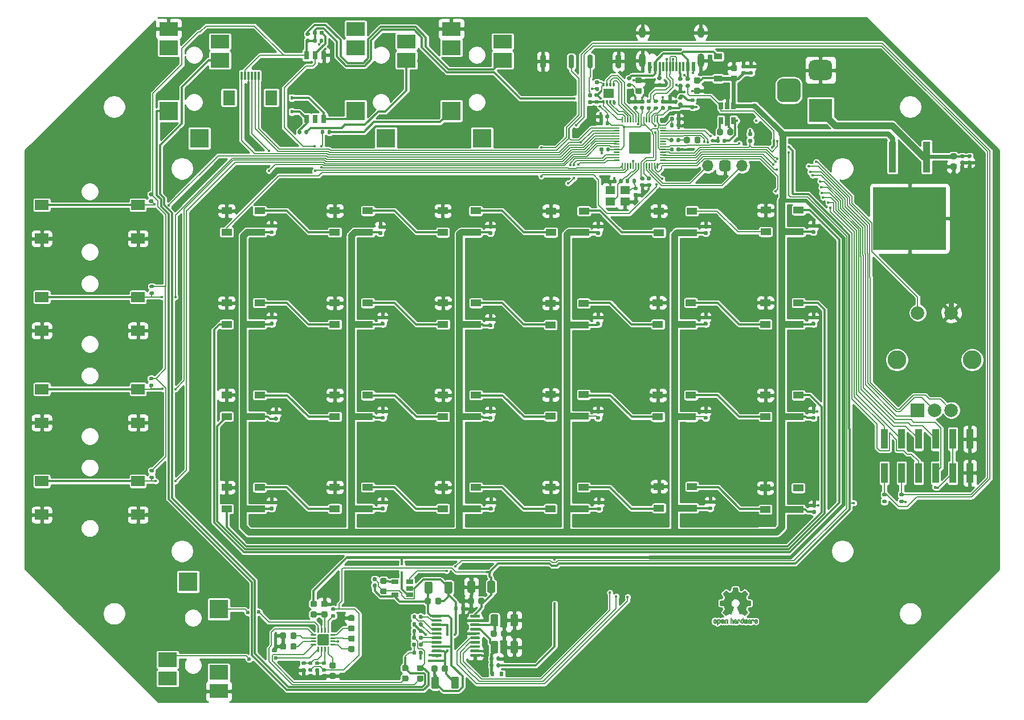
<source format=gtl>
G04 #@! TF.GenerationSoftware,KiCad,Pcbnew,5.1.9+dfsg1-1~bpo10+1*
G04 #@! TF.CreationDate,2021-11-03T11:33:49+01:00*
G04 #@! TF.ProjectId,SynthoGame,53796e74-686f-4476-916d-652e6b696361,REV1*
G04 #@! TF.SameCoordinates,Original*
G04 #@! TF.FileFunction,Copper,L1,Top*
G04 #@! TF.FilePolarity,Positive*
%FSLAX46Y46*%
G04 Gerber Fmt 4.6, Leading zero omitted, Abs format (unit mm)*
G04 Created by KiCad (PCBNEW 5.1.9+dfsg1-1~bpo10+1) date 2021-11-03 11:33:49*
%MOMM*%
%LPD*%
G01*
G04 APERTURE LIST*
G04 #@! TA.AperFunction,EtchedComponent*
%ADD10C,0.010000*%
G04 #@! TD*
G04 #@! TA.AperFunction,SMDPad,CuDef*
%ADD11R,0.300000X1.300000*%
G04 #@! TD*
G04 #@! TA.AperFunction,SMDPad,CuDef*
%ADD12R,1.800000X2.200000*%
G04 #@! TD*
G04 #@! TA.AperFunction,ComponentPad*
%ADD13C,0.600000*%
G04 #@! TD*
G04 #@! TA.AperFunction,SMDPad,CuDef*
%ADD14R,1.600000X1.400000*%
G04 #@! TD*
G04 #@! TA.AperFunction,SMDPad,CuDef*
%ADD15R,0.600000X1.450000*%
G04 #@! TD*
G04 #@! TA.AperFunction,SMDPad,CuDef*
%ADD16R,0.300000X1.450000*%
G04 #@! TD*
G04 #@! TA.AperFunction,ComponentPad*
%ADD17O,1.000000X2.100000*%
G04 #@! TD*
G04 #@! TA.AperFunction,ComponentPad*
%ADD18O,1.000000X1.600000*%
G04 #@! TD*
G04 #@! TA.AperFunction,SMDPad,CuDef*
%ADD19R,1.200000X0.900000*%
G04 #@! TD*
G04 #@! TA.AperFunction,SMDPad,CuDef*
%ADD20R,1.400000X1.200000*%
G04 #@! TD*
G04 #@! TA.AperFunction,ComponentPad*
%ADD21O,1.700000X1.700000*%
G04 #@! TD*
G04 #@! TA.AperFunction,SMDPad,CuDef*
%ADD22R,0.650000X1.060000*%
G04 #@! TD*
G04 #@! TA.AperFunction,SMDPad,CuDef*
%ADD23R,0.600000X0.700000*%
G04 #@! TD*
G04 #@! TA.AperFunction,SMDPad,CuDef*
%ADD24R,2.800000X2.000000*%
G04 #@! TD*
G04 #@! TA.AperFunction,SMDPad,CuDef*
%ADD25R,2.800000X2.200000*%
G04 #@! TD*
G04 #@! TA.AperFunction,SMDPad,CuDef*
%ADD26R,2.800000X2.800000*%
G04 #@! TD*
G04 #@! TA.AperFunction,SMDPad,CuDef*
%ADD27R,1.500000X1.000000*%
G04 #@! TD*
G04 #@! TA.AperFunction,SMDPad,CuDef*
%ADD28R,0.450000X0.600000*%
G04 #@! TD*
G04 #@! TA.AperFunction,SMDPad,CuDef*
%ADD29R,0.800000X1.300000*%
G04 #@! TD*
G04 #@! TA.AperFunction,SMDPad,CuDef*
%ADD30R,1.060000X0.650000*%
G04 #@! TD*
G04 #@! TA.AperFunction,ComponentPad*
%ADD31R,3.500000X3.500000*%
G04 #@! TD*
G04 #@! TA.AperFunction,SMDPad,CuDef*
%ADD32R,1.100000X4.600000*%
G04 #@! TD*
G04 #@! TA.AperFunction,SMDPad,CuDef*
%ADD33R,10.800000X9.400000*%
G04 #@! TD*
G04 #@! TA.AperFunction,SMDPad,CuDef*
%ADD34R,1.000000X3.000000*%
G04 #@! TD*
G04 #@! TA.AperFunction,SMDPad,CuDef*
%ADD35R,2.000000X1.500000*%
G04 #@! TD*
G04 #@! TA.AperFunction,ComponentPad*
%ADD36C,2.000000*%
G04 #@! TD*
G04 #@! TA.AperFunction,ComponentPad*
%ADD37C,2.800000*%
G04 #@! TD*
G04 #@! TA.AperFunction,ComponentPad*
%ADD38R,2.000000X2.000000*%
G04 #@! TD*
G04 #@! TA.AperFunction,ViaPad*
%ADD39C,0.400000*%
G04 #@! TD*
G04 #@! TA.AperFunction,ViaPad*
%ADD40C,0.600000*%
G04 #@! TD*
G04 #@! TA.AperFunction,ViaPad*
%ADD41C,0.800000*%
G04 #@! TD*
G04 #@! TA.AperFunction,Conductor*
%ADD42C,0.150000*%
G04 #@! TD*
G04 #@! TA.AperFunction,Conductor*
%ADD43C,0.200000*%
G04 #@! TD*
G04 #@! TA.AperFunction,Conductor*
%ADD44C,0.300000*%
G04 #@! TD*
G04 #@! TA.AperFunction,Conductor*
%ADD45C,0.400000*%
G04 #@! TD*
G04 #@! TA.AperFunction,Conductor*
%ADD46C,0.800000*%
G04 #@! TD*
G04 #@! TA.AperFunction,Conductor*
%ADD47C,0.127000*%
G04 #@! TD*
G04 #@! TA.AperFunction,Conductor*
%ADD48C,1.000000*%
G04 #@! TD*
G04 #@! TA.AperFunction,Conductor*
%ADD49C,0.600000*%
G04 #@! TD*
G04 #@! TA.AperFunction,Conductor*
%ADD50C,0.254000*%
G04 #@! TD*
G04 #@! TA.AperFunction,Conductor*
%ADD51C,0.100000*%
G04 #@! TD*
G04 APERTURE END LIST*
D10*
G36*
X175582344Y-121539118D02*
G01*
X175637801Y-121566768D01*
X175686748Y-121617680D01*
X175700229Y-121636538D01*
X175714914Y-121661215D01*
X175724442Y-121688016D01*
X175729893Y-121723787D01*
X175732347Y-121775369D01*
X175732886Y-121843467D01*
X175730452Y-121936788D01*
X175721994Y-122006857D01*
X175705774Y-122059131D01*
X175680054Y-122099069D01*
X175643097Y-122132129D01*
X175640382Y-122134086D01*
X175603960Y-122154108D01*
X175560102Y-122164015D01*
X175504324Y-122166457D01*
X175413648Y-122166457D01*
X175413610Y-122254483D01*
X175412766Y-122303508D01*
X175407624Y-122332265D01*
X175394187Y-122349511D01*
X175368458Y-122364008D01*
X175362279Y-122366969D01*
X175333364Y-122380848D01*
X175310976Y-122389614D01*
X175294329Y-122390371D01*
X175282636Y-122380223D01*
X175275110Y-122356273D01*
X175270966Y-122315626D01*
X175269415Y-122255386D01*
X175269671Y-122172655D01*
X175270949Y-122064539D01*
X175271348Y-122032200D01*
X175272785Y-121920724D01*
X175274072Y-121847803D01*
X175413571Y-121847803D01*
X175414355Y-121909699D01*
X175417840Y-121950197D01*
X175425724Y-121976908D01*
X175439705Y-121997444D01*
X175449197Y-122007460D01*
X175488004Y-122036767D01*
X175522363Y-122039152D01*
X175557816Y-122014950D01*
X175558714Y-122014057D01*
X175573139Y-121995353D01*
X175581913Y-121969932D01*
X175586339Y-121930784D01*
X175587718Y-121870897D01*
X175587743Y-121857630D01*
X175584412Y-121775101D01*
X175573569Y-121717891D01*
X175553940Y-121682966D01*
X175524250Y-121667294D01*
X175507091Y-121665714D01*
X175466366Y-121673126D01*
X175438432Y-121697530D01*
X175421617Y-121742180D01*
X175414250Y-121810330D01*
X175413571Y-121847803D01*
X175274072Y-121847803D01*
X175274308Y-121834445D01*
X175276277Y-121769533D01*
X175279050Y-121722158D01*
X175282988Y-121688490D01*
X175288449Y-121664698D01*
X175295792Y-121646953D01*
X175305377Y-121631424D01*
X175309487Y-121625581D01*
X175364005Y-121570385D01*
X175432936Y-121539090D01*
X175512672Y-121530365D01*
X175582344Y-121539118D01*
G37*
X175582344Y-121539118D02*
X175637801Y-121566768D01*
X175686748Y-121617680D01*
X175700229Y-121636538D01*
X175714914Y-121661215D01*
X175724442Y-121688016D01*
X175729893Y-121723787D01*
X175732347Y-121775369D01*
X175732886Y-121843467D01*
X175730452Y-121936788D01*
X175721994Y-122006857D01*
X175705774Y-122059131D01*
X175680054Y-122099069D01*
X175643097Y-122132129D01*
X175640382Y-122134086D01*
X175603960Y-122154108D01*
X175560102Y-122164015D01*
X175504324Y-122166457D01*
X175413648Y-122166457D01*
X175413610Y-122254483D01*
X175412766Y-122303508D01*
X175407624Y-122332265D01*
X175394187Y-122349511D01*
X175368458Y-122364008D01*
X175362279Y-122366969D01*
X175333364Y-122380848D01*
X175310976Y-122389614D01*
X175294329Y-122390371D01*
X175282636Y-122380223D01*
X175275110Y-122356273D01*
X175270966Y-122315626D01*
X175269415Y-122255386D01*
X175269671Y-122172655D01*
X175270949Y-122064539D01*
X175271348Y-122032200D01*
X175272785Y-121920724D01*
X175274072Y-121847803D01*
X175413571Y-121847803D01*
X175414355Y-121909699D01*
X175417840Y-121950197D01*
X175425724Y-121976908D01*
X175439705Y-121997444D01*
X175449197Y-122007460D01*
X175488004Y-122036767D01*
X175522363Y-122039152D01*
X175557816Y-122014950D01*
X175558714Y-122014057D01*
X175573139Y-121995353D01*
X175581913Y-121969932D01*
X175586339Y-121930784D01*
X175587718Y-121870897D01*
X175587743Y-121857630D01*
X175584412Y-121775101D01*
X175573569Y-121717891D01*
X175553940Y-121682966D01*
X175524250Y-121667294D01*
X175507091Y-121665714D01*
X175466366Y-121673126D01*
X175438432Y-121697530D01*
X175421617Y-121742180D01*
X175414250Y-121810330D01*
X175413571Y-121847803D01*
X175274072Y-121847803D01*
X175274308Y-121834445D01*
X175276277Y-121769533D01*
X175279050Y-121722158D01*
X175282988Y-121688490D01*
X175288449Y-121664698D01*
X175295792Y-121646953D01*
X175305377Y-121631424D01*
X175309487Y-121625581D01*
X175364005Y-121570385D01*
X175432936Y-121539090D01*
X175512672Y-121530365D01*
X175582344Y-121539118D01*
G36*
X176698693Y-121546980D02*
G01*
X176745272Y-121573923D01*
X176777657Y-121600666D01*
X176801342Y-121628684D01*
X176817659Y-121662948D01*
X176827939Y-121708427D01*
X176833514Y-121770092D01*
X176835716Y-121852911D01*
X176835971Y-121912446D01*
X176835971Y-122131591D01*
X176774286Y-122159244D01*
X176712600Y-122186897D01*
X176705343Y-121946870D01*
X176702344Y-121857228D01*
X176699198Y-121792162D01*
X176695301Y-121747226D01*
X176690047Y-121717970D01*
X176682831Y-121699948D01*
X176673050Y-121688711D01*
X176669912Y-121686279D01*
X176622361Y-121667283D01*
X176574297Y-121674800D01*
X176545686Y-121694743D01*
X176534047Y-121708875D01*
X176525991Y-121727420D01*
X176520871Y-121755534D01*
X176518041Y-121798373D01*
X176516856Y-121861095D01*
X176516657Y-121926461D01*
X176516618Y-122008468D01*
X176515214Y-122066516D01*
X176510514Y-122105665D01*
X176500587Y-122130980D01*
X176483503Y-122147523D01*
X176457332Y-122160356D01*
X176422375Y-122173691D01*
X176384196Y-122188207D01*
X176388741Y-121930589D01*
X176390571Y-121837719D01*
X176392712Y-121769089D01*
X176395781Y-121719911D01*
X176400394Y-121685398D01*
X176407168Y-121660762D01*
X176416719Y-121641216D01*
X176428234Y-121623970D01*
X176483790Y-121568880D01*
X176551580Y-121537022D01*
X176625313Y-121529391D01*
X176698693Y-121546980D01*
G37*
X176698693Y-121546980D02*
X176745272Y-121573923D01*
X176777657Y-121600666D01*
X176801342Y-121628684D01*
X176817659Y-121662948D01*
X176827939Y-121708427D01*
X176833514Y-121770092D01*
X176835716Y-121852911D01*
X176835971Y-121912446D01*
X176835971Y-122131591D01*
X176774286Y-122159244D01*
X176712600Y-122186897D01*
X176705343Y-121946870D01*
X176702344Y-121857228D01*
X176699198Y-121792162D01*
X176695301Y-121747226D01*
X176690047Y-121717970D01*
X176682831Y-121699948D01*
X176673050Y-121688711D01*
X176669912Y-121686279D01*
X176622361Y-121667283D01*
X176574297Y-121674800D01*
X176545686Y-121694743D01*
X176534047Y-121708875D01*
X176525991Y-121727420D01*
X176520871Y-121755534D01*
X176518041Y-121798373D01*
X176516856Y-121861095D01*
X176516657Y-121926461D01*
X176516618Y-122008468D01*
X176515214Y-122066516D01*
X176510514Y-122105665D01*
X176500587Y-122130980D01*
X176483503Y-122147523D01*
X176457332Y-122160356D01*
X176422375Y-122173691D01*
X176384196Y-122188207D01*
X176388741Y-121930589D01*
X176390571Y-121837719D01*
X176392712Y-121769089D01*
X176395781Y-121719911D01*
X176400394Y-121685398D01*
X176407168Y-121660762D01*
X176416719Y-121641216D01*
X176428234Y-121623970D01*
X176483790Y-121568880D01*
X176551580Y-121537022D01*
X176625313Y-121529391D01*
X176698693Y-121546980D01*
G36*
X175023715Y-121541162D02*
G01*
X175091745Y-121576933D01*
X175141951Y-121634501D01*
X175159785Y-121671512D01*
X175173663Y-121727082D01*
X175180767Y-121797296D01*
X175181440Y-121873927D01*
X175176027Y-121948752D01*
X175164870Y-122013542D01*
X175148314Y-122060073D01*
X175143226Y-122068087D01*
X175082955Y-122127907D01*
X175011369Y-122163735D01*
X174933692Y-122174220D01*
X174855148Y-122158010D01*
X174833289Y-122148292D01*
X174790722Y-122118343D01*
X174753363Y-122078633D01*
X174749832Y-122073597D01*
X174735481Y-122049324D01*
X174725994Y-122023378D01*
X174720390Y-121989222D01*
X174717686Y-121940319D01*
X174716899Y-121870135D01*
X174716886Y-121854400D01*
X174716922Y-121849392D01*
X174862029Y-121849392D01*
X174862873Y-121915630D01*
X174866196Y-121959586D01*
X174873183Y-121987979D01*
X174885016Y-122007525D01*
X174891057Y-122014057D01*
X174925786Y-122038880D01*
X174959503Y-122037748D01*
X174993595Y-122016216D01*
X175013929Y-121993229D01*
X175025971Y-121959678D01*
X175032734Y-121906769D01*
X175033198Y-121900599D01*
X175034352Y-121804713D01*
X175022288Y-121733499D01*
X174997170Y-121687394D01*
X174959160Y-121666835D01*
X174945592Y-121665714D01*
X174909964Y-121671352D01*
X174885594Y-121690886D01*
X174870693Y-121728242D01*
X174863475Y-121787350D01*
X174862029Y-121849392D01*
X174716922Y-121849392D01*
X174717426Y-121779613D01*
X174719696Y-121727359D01*
X174724668Y-121691149D01*
X174733313Y-121664499D01*
X174746605Y-121640922D01*
X174749543Y-121636538D01*
X174798913Y-121577449D01*
X174852709Y-121543147D01*
X174918202Y-121529531D01*
X174940442Y-121528865D01*
X175023715Y-121541162D01*
G37*
X175023715Y-121541162D02*
X175091745Y-121576933D01*
X175141951Y-121634501D01*
X175159785Y-121671512D01*
X175173663Y-121727082D01*
X175180767Y-121797296D01*
X175181440Y-121873927D01*
X175176027Y-121948752D01*
X175164870Y-122013542D01*
X175148314Y-122060073D01*
X175143226Y-122068087D01*
X175082955Y-122127907D01*
X175011369Y-122163735D01*
X174933692Y-122174220D01*
X174855148Y-122158010D01*
X174833289Y-122148292D01*
X174790722Y-122118343D01*
X174753363Y-122078633D01*
X174749832Y-122073597D01*
X174735481Y-122049324D01*
X174725994Y-122023378D01*
X174720390Y-121989222D01*
X174717686Y-121940319D01*
X174716899Y-121870135D01*
X174716886Y-121854400D01*
X174716922Y-121849392D01*
X174862029Y-121849392D01*
X174862873Y-121915630D01*
X174866196Y-121959586D01*
X174873183Y-121987979D01*
X174885016Y-122007525D01*
X174891057Y-122014057D01*
X174925786Y-122038880D01*
X174959503Y-122037748D01*
X174993595Y-122016216D01*
X175013929Y-121993229D01*
X175025971Y-121959678D01*
X175032734Y-121906769D01*
X175033198Y-121900599D01*
X175034352Y-121804713D01*
X175022288Y-121733499D01*
X174997170Y-121687394D01*
X174959160Y-121666835D01*
X174945592Y-121665714D01*
X174909964Y-121671352D01*
X174885594Y-121690886D01*
X174870693Y-121728242D01*
X174863475Y-121787350D01*
X174862029Y-121849392D01*
X174716922Y-121849392D01*
X174717426Y-121779613D01*
X174719696Y-121727359D01*
X174724668Y-121691149D01*
X174733313Y-121664499D01*
X174746605Y-121640922D01*
X174749543Y-121636538D01*
X174798913Y-121577449D01*
X174852709Y-121543147D01*
X174918202Y-121529531D01*
X174940442Y-121528865D01*
X175023715Y-121541162D01*
G36*
X176150903Y-121550439D02*
G01*
X176208127Y-121588935D01*
X176252349Y-121644535D01*
X176278767Y-121715286D01*
X176284110Y-121767362D01*
X176283503Y-121789093D01*
X176278422Y-121805731D01*
X176264455Y-121820637D01*
X176237189Y-121837173D01*
X176192212Y-121858698D01*
X176125111Y-121888574D01*
X176124771Y-121888724D01*
X176063007Y-121917013D01*
X176012359Y-121942133D01*
X175978004Y-121961379D01*
X175965118Y-121972048D01*
X175965114Y-121972134D01*
X175976472Y-121995366D01*
X176003031Y-122020974D01*
X176033523Y-122039421D01*
X176048970Y-122043086D01*
X176091115Y-122030412D01*
X176127408Y-121998671D01*
X176145117Y-121963772D01*
X176162152Y-121938045D01*
X176195522Y-121908746D01*
X176234749Y-121883435D01*
X176269356Y-121869671D01*
X176276593Y-121868914D01*
X176284739Y-121881360D01*
X176285230Y-121913172D01*
X176279243Y-121956066D01*
X176267957Y-122001758D01*
X176252550Y-122041961D01*
X176251771Y-122043522D01*
X176205404Y-122108262D01*
X176145311Y-122152297D01*
X176077065Y-122173911D01*
X176006238Y-122171385D01*
X175938404Y-122143004D01*
X175935388Y-122141008D01*
X175882027Y-122092648D01*
X175846940Y-122029552D01*
X175827522Y-121946587D01*
X175824916Y-121923278D01*
X175820301Y-121813255D01*
X175825833Y-121761948D01*
X175965114Y-121761948D01*
X175966924Y-121793953D01*
X175976822Y-121803293D01*
X176001498Y-121796305D01*
X176040395Y-121779787D01*
X176083875Y-121759081D01*
X176084956Y-121758533D01*
X176121809Y-121739149D01*
X176136600Y-121726213D01*
X176132953Y-121712651D01*
X176117595Y-121694832D01*
X176078523Y-121669045D01*
X176036446Y-121667150D01*
X175998703Y-121685917D01*
X175972634Y-121722115D01*
X175965114Y-121761948D01*
X175825833Y-121761948D01*
X175829794Y-121725227D01*
X175854150Y-121655412D01*
X175888056Y-121606502D01*
X175949253Y-121557078D01*
X176016663Y-121532559D01*
X176085480Y-121530997D01*
X176150903Y-121550439D01*
G37*
X176150903Y-121550439D02*
X176208127Y-121588935D01*
X176252349Y-121644535D01*
X176278767Y-121715286D01*
X176284110Y-121767362D01*
X176283503Y-121789093D01*
X176278422Y-121805731D01*
X176264455Y-121820637D01*
X176237189Y-121837173D01*
X176192212Y-121858698D01*
X176125111Y-121888574D01*
X176124771Y-121888724D01*
X176063007Y-121917013D01*
X176012359Y-121942133D01*
X175978004Y-121961379D01*
X175965118Y-121972048D01*
X175965114Y-121972134D01*
X175976472Y-121995366D01*
X176003031Y-122020974D01*
X176033523Y-122039421D01*
X176048970Y-122043086D01*
X176091115Y-122030412D01*
X176127408Y-121998671D01*
X176145117Y-121963772D01*
X176162152Y-121938045D01*
X176195522Y-121908746D01*
X176234749Y-121883435D01*
X176269356Y-121869671D01*
X176276593Y-121868914D01*
X176284739Y-121881360D01*
X176285230Y-121913172D01*
X176279243Y-121956066D01*
X176267957Y-122001758D01*
X176252550Y-122041961D01*
X176251771Y-122043522D01*
X176205404Y-122108262D01*
X176145311Y-122152297D01*
X176077065Y-122173911D01*
X176006238Y-122171385D01*
X175938404Y-122143004D01*
X175935388Y-122141008D01*
X175882027Y-122092648D01*
X175846940Y-122029552D01*
X175827522Y-121946587D01*
X175824916Y-121923278D01*
X175820301Y-121813255D01*
X175825833Y-121761948D01*
X175965114Y-121761948D01*
X175966924Y-121793953D01*
X175976822Y-121803293D01*
X176001498Y-121796305D01*
X176040395Y-121779787D01*
X176083875Y-121759081D01*
X176084956Y-121758533D01*
X176121809Y-121739149D01*
X176136600Y-121726213D01*
X176132953Y-121712651D01*
X176117595Y-121694832D01*
X176078523Y-121669045D01*
X176036446Y-121667150D01*
X175998703Y-121685917D01*
X175972634Y-121722115D01*
X175965114Y-121761948D01*
X175825833Y-121761948D01*
X175829794Y-121725227D01*
X175854150Y-121655412D01*
X175888056Y-121606502D01*
X175949253Y-121557078D01*
X176016663Y-121532559D01*
X176085480Y-121530997D01*
X176150903Y-121550439D01*
G36*
X177358486Y-121470489D02*
G01*
X177362739Y-121529813D01*
X177367625Y-121564772D01*
X177374395Y-121580020D01*
X177384302Y-121580215D01*
X177387514Y-121578395D01*
X177430244Y-121565215D01*
X177485827Y-121565985D01*
X177542337Y-121579533D01*
X177577682Y-121597061D01*
X177613921Y-121625061D01*
X177640413Y-121656749D01*
X177658599Y-121697013D01*
X177669922Y-121750743D01*
X177675822Y-121822826D01*
X177677743Y-121918151D01*
X177677777Y-121936437D01*
X177677800Y-122141846D01*
X177632091Y-122157780D01*
X177599627Y-122168620D01*
X177581815Y-122173668D01*
X177581291Y-122173714D01*
X177579537Y-122160028D01*
X177578044Y-122122276D01*
X177576926Y-122065424D01*
X177576297Y-121994434D01*
X177576200Y-121951273D01*
X177575998Y-121866173D01*
X177574958Y-121805181D01*
X177572431Y-121763377D01*
X177567764Y-121735842D01*
X177560307Y-121717656D01*
X177549411Y-121703898D01*
X177542607Y-121697273D01*
X177495872Y-121670575D01*
X177444872Y-121668575D01*
X177398601Y-121691155D01*
X177390044Y-121699307D01*
X177377493Y-121714636D01*
X177368788Y-121732818D01*
X177363231Y-121759109D01*
X177360126Y-121798762D01*
X177358776Y-121857032D01*
X177358486Y-121937373D01*
X177358486Y-122141846D01*
X177312777Y-122157780D01*
X177280313Y-122168620D01*
X177262501Y-122173668D01*
X177261977Y-122173714D01*
X177260637Y-122159823D01*
X177259428Y-122120639D01*
X177258401Y-122059900D01*
X177257602Y-121981341D01*
X177257081Y-121888698D01*
X177256886Y-121785709D01*
X177256886Y-121388542D01*
X177304057Y-121368644D01*
X177351229Y-121348747D01*
X177358486Y-121470489D01*
G37*
X177358486Y-121470489D02*
X177362739Y-121529813D01*
X177367625Y-121564772D01*
X177374395Y-121580020D01*
X177384302Y-121580215D01*
X177387514Y-121578395D01*
X177430244Y-121565215D01*
X177485827Y-121565985D01*
X177542337Y-121579533D01*
X177577682Y-121597061D01*
X177613921Y-121625061D01*
X177640413Y-121656749D01*
X177658599Y-121697013D01*
X177669922Y-121750743D01*
X177675822Y-121822826D01*
X177677743Y-121918151D01*
X177677777Y-121936437D01*
X177677800Y-122141846D01*
X177632091Y-122157780D01*
X177599627Y-122168620D01*
X177581815Y-122173668D01*
X177581291Y-122173714D01*
X177579537Y-122160028D01*
X177578044Y-122122276D01*
X177576926Y-122065424D01*
X177576297Y-121994434D01*
X177576200Y-121951273D01*
X177575998Y-121866173D01*
X177574958Y-121805181D01*
X177572431Y-121763377D01*
X177567764Y-121735842D01*
X177560307Y-121717656D01*
X177549411Y-121703898D01*
X177542607Y-121697273D01*
X177495872Y-121670575D01*
X177444872Y-121668575D01*
X177398601Y-121691155D01*
X177390044Y-121699307D01*
X177377493Y-121714636D01*
X177368788Y-121732818D01*
X177363231Y-121759109D01*
X177360126Y-121798762D01*
X177358776Y-121857032D01*
X177358486Y-121937373D01*
X177358486Y-122141846D01*
X177312777Y-122157780D01*
X177280313Y-122168620D01*
X177262501Y-122173668D01*
X177261977Y-122173714D01*
X177260637Y-122159823D01*
X177259428Y-122120639D01*
X177258401Y-122059900D01*
X177257602Y-121981341D01*
X177257081Y-121888698D01*
X177256886Y-121785709D01*
X177256886Y-121388542D01*
X177304057Y-121368644D01*
X177351229Y-121348747D01*
X177358486Y-121470489D01*
G36*
X178022344Y-121570168D02*
G01*
X178079216Y-121591287D01*
X178079867Y-121591693D01*
X178115040Y-121617580D01*
X178141007Y-121647833D01*
X178159270Y-121687258D01*
X178171332Y-121740662D01*
X178178696Y-121812851D01*
X178182864Y-121908632D01*
X178183229Y-121922278D01*
X178188476Y-122128042D01*
X178144316Y-122150878D01*
X178112363Y-122166310D01*
X178093070Y-122173623D01*
X178092178Y-122173714D01*
X178088839Y-122160222D01*
X178086187Y-122123826D01*
X178084556Y-122070652D01*
X178084200Y-122027593D01*
X178084192Y-121957841D01*
X178081003Y-121914037D01*
X178069888Y-121893144D01*
X178046101Y-121892125D01*
X178004896Y-121907941D01*
X177942686Y-121937015D01*
X177896941Y-121961163D01*
X177873413Y-121982113D01*
X177866496Y-122004947D01*
X177866486Y-122006077D01*
X177877899Y-122045412D01*
X177911692Y-122066662D01*
X177963409Y-122069739D01*
X178000661Y-122069206D01*
X178020303Y-122079935D01*
X178032552Y-122105705D01*
X178039602Y-122138537D01*
X178029442Y-122157166D01*
X178025617Y-122159832D01*
X177989601Y-122170540D01*
X177939166Y-122172056D01*
X177887226Y-122164959D01*
X177850422Y-122151988D01*
X177799538Y-122108785D01*
X177770614Y-122048646D01*
X177764886Y-122001662D01*
X177769257Y-121959282D01*
X177785075Y-121924688D01*
X177816397Y-121893963D01*
X177867278Y-121863190D01*
X177941776Y-121828452D01*
X177946314Y-121826488D01*
X178013421Y-121795487D01*
X178054832Y-121770062D01*
X178072581Y-121747214D01*
X178068707Y-121723945D01*
X178045243Y-121697256D01*
X178038227Y-121691114D01*
X177991230Y-121667300D01*
X177942533Y-121668303D01*
X177900122Y-121691651D01*
X177871984Y-121734875D01*
X177869369Y-121743360D01*
X177843908Y-121784508D01*
X177811601Y-121804328D01*
X177764886Y-121823970D01*
X177764886Y-121773150D01*
X177779096Y-121699282D01*
X177821275Y-121631527D01*
X177843224Y-121608861D01*
X177893117Y-121579769D01*
X177956567Y-121566600D01*
X178022344Y-121570168D01*
G37*
X178022344Y-121570168D02*
X178079216Y-121591287D01*
X178079867Y-121591693D01*
X178115040Y-121617580D01*
X178141007Y-121647833D01*
X178159270Y-121687258D01*
X178171332Y-121740662D01*
X178178696Y-121812851D01*
X178182864Y-121908632D01*
X178183229Y-121922278D01*
X178188476Y-122128042D01*
X178144316Y-122150878D01*
X178112363Y-122166310D01*
X178093070Y-122173623D01*
X178092178Y-122173714D01*
X178088839Y-122160222D01*
X178086187Y-122123826D01*
X178084556Y-122070652D01*
X178084200Y-122027593D01*
X178084192Y-121957841D01*
X178081003Y-121914037D01*
X178069888Y-121893144D01*
X178046101Y-121892125D01*
X178004896Y-121907941D01*
X177942686Y-121937015D01*
X177896941Y-121961163D01*
X177873413Y-121982113D01*
X177866496Y-122004947D01*
X177866486Y-122006077D01*
X177877899Y-122045412D01*
X177911692Y-122066662D01*
X177963409Y-122069739D01*
X178000661Y-122069206D01*
X178020303Y-122079935D01*
X178032552Y-122105705D01*
X178039602Y-122138537D01*
X178029442Y-122157166D01*
X178025617Y-122159832D01*
X177989601Y-122170540D01*
X177939166Y-122172056D01*
X177887226Y-122164959D01*
X177850422Y-122151988D01*
X177799538Y-122108785D01*
X177770614Y-122048646D01*
X177764886Y-122001662D01*
X177769257Y-121959282D01*
X177785075Y-121924688D01*
X177816397Y-121893963D01*
X177867278Y-121863190D01*
X177941776Y-121828452D01*
X177946314Y-121826488D01*
X178013421Y-121795487D01*
X178054832Y-121770062D01*
X178072581Y-121747214D01*
X178068707Y-121723945D01*
X178045243Y-121697256D01*
X178038227Y-121691114D01*
X177991230Y-121667300D01*
X177942533Y-121668303D01*
X177900122Y-121691651D01*
X177871984Y-121734875D01*
X177869369Y-121743360D01*
X177843908Y-121784508D01*
X177811601Y-121804328D01*
X177764886Y-121823970D01*
X177764886Y-121773150D01*
X177779096Y-121699282D01*
X177821275Y-121631527D01*
X177843224Y-121608861D01*
X177893117Y-121579769D01*
X177956567Y-121566600D01*
X178022344Y-121570168D01*
G36*
X178512526Y-121568955D02*
G01*
X178578458Y-121593284D01*
X178631873Y-121636317D01*
X178652764Y-121666609D01*
X178675539Y-121722194D01*
X178675066Y-121762386D01*
X178651162Y-121789417D01*
X178642317Y-121794013D01*
X178604130Y-121808344D01*
X178584628Y-121804672D01*
X178578022Y-121780607D01*
X178577686Y-121767314D01*
X178565592Y-121718410D01*
X178534071Y-121684199D01*
X178490259Y-121667676D01*
X178441295Y-121671834D01*
X178401494Y-121693427D01*
X178388050Y-121705744D01*
X178378521Y-121720687D01*
X178372085Y-121743275D01*
X178367917Y-121778528D01*
X178365197Y-121831466D01*
X178363102Y-121907107D01*
X178362560Y-121931057D01*
X178360581Y-122012990D01*
X178358331Y-122070655D01*
X178354957Y-122108808D01*
X178349606Y-122132204D01*
X178341424Y-122145598D01*
X178329559Y-122153745D01*
X178321962Y-122157344D01*
X178289702Y-122169652D01*
X178270711Y-122173714D01*
X178264436Y-122160148D01*
X178260606Y-122119134D01*
X178259200Y-122050199D01*
X178260198Y-121952869D01*
X178260508Y-121937857D01*
X178262701Y-121849059D01*
X178265293Y-121784219D01*
X178268982Y-121738267D01*
X178274464Y-121706135D01*
X178282435Y-121682753D01*
X178293593Y-121663052D01*
X178299430Y-121654610D01*
X178332896Y-121617257D01*
X178370327Y-121588203D01*
X178374909Y-121585667D01*
X178442026Y-121565643D01*
X178512526Y-121568955D01*
G37*
X178512526Y-121568955D02*
X178578458Y-121593284D01*
X178631873Y-121636317D01*
X178652764Y-121666609D01*
X178675539Y-121722194D01*
X178675066Y-121762386D01*
X178651162Y-121789417D01*
X178642317Y-121794013D01*
X178604130Y-121808344D01*
X178584628Y-121804672D01*
X178578022Y-121780607D01*
X178577686Y-121767314D01*
X178565592Y-121718410D01*
X178534071Y-121684199D01*
X178490259Y-121667676D01*
X178441295Y-121671834D01*
X178401494Y-121693427D01*
X178388050Y-121705744D01*
X178378521Y-121720687D01*
X178372085Y-121743275D01*
X178367917Y-121778528D01*
X178365197Y-121831466D01*
X178363102Y-121907107D01*
X178362560Y-121931057D01*
X178360581Y-122012990D01*
X178358331Y-122070655D01*
X178354957Y-122108808D01*
X178349606Y-122132204D01*
X178341424Y-122145598D01*
X178329559Y-122153745D01*
X178321962Y-122157344D01*
X178289702Y-122169652D01*
X178270711Y-122173714D01*
X178264436Y-122160148D01*
X178260606Y-122119134D01*
X178259200Y-122050199D01*
X178260198Y-121952869D01*
X178260508Y-121937857D01*
X178262701Y-121849059D01*
X178265293Y-121784219D01*
X178268982Y-121738267D01*
X178274464Y-121706135D01*
X178282435Y-121682753D01*
X178293593Y-121663052D01*
X178299430Y-121654610D01*
X178332896Y-121617257D01*
X178370327Y-121588203D01*
X178374909Y-121585667D01*
X178442026Y-121565643D01*
X178512526Y-121568955D01*
G36*
X179172717Y-121684558D02*
G01*
X179172533Y-121793037D01*
X179171819Y-121876487D01*
X179170275Y-121938904D01*
X179167601Y-121984285D01*
X179163494Y-122016629D01*
X179157655Y-122039933D01*
X179149782Y-122058195D01*
X179143821Y-122068618D01*
X179094455Y-122125145D01*
X179031864Y-122160577D01*
X178962613Y-122173290D01*
X178893268Y-122161663D01*
X178851975Y-122140768D01*
X178808625Y-122104622D01*
X178779081Y-122060476D01*
X178761255Y-122002662D01*
X178753063Y-121925513D01*
X178751902Y-121868914D01*
X178752058Y-121864847D01*
X178853457Y-121864847D01*
X178854076Y-121929750D01*
X178856914Y-121972714D01*
X178863440Y-122000822D01*
X178875123Y-122021153D01*
X178889083Y-122036488D01*
X178935965Y-122066090D01*
X178986301Y-122068619D01*
X179033876Y-122043905D01*
X179037579Y-122040556D01*
X179053383Y-122023135D01*
X179063293Y-122002409D01*
X179068658Y-121971562D01*
X179070828Y-121923777D01*
X179071171Y-121870948D01*
X179070427Y-121804581D01*
X179067348Y-121760306D01*
X179060661Y-121731209D01*
X179049096Y-121710373D01*
X179039613Y-121699307D01*
X178995560Y-121671398D01*
X178944824Y-121668043D01*
X178896396Y-121689359D01*
X178887050Y-121697273D01*
X178871140Y-121714847D01*
X178861210Y-121735787D01*
X178855878Y-121766982D01*
X178853763Y-121815322D01*
X178853457Y-121864847D01*
X178752058Y-121864847D01*
X178755410Y-121777768D01*
X178767326Y-121709286D01*
X178789735Y-121657800D01*
X178824724Y-121617643D01*
X178851975Y-121597061D01*
X178901507Y-121574825D01*
X178958916Y-121564504D01*
X179012282Y-121567267D01*
X179042143Y-121578412D01*
X179053861Y-121581583D01*
X179061637Y-121569757D01*
X179067065Y-121538066D01*
X179071171Y-121489793D01*
X179075667Y-121436029D01*
X179081913Y-121403682D01*
X179093276Y-121385185D01*
X179113128Y-121372970D01*
X179125600Y-121367562D01*
X179172771Y-121347801D01*
X179172717Y-121684558D01*
G37*
X179172717Y-121684558D02*
X179172533Y-121793037D01*
X179171819Y-121876487D01*
X179170275Y-121938904D01*
X179167601Y-121984285D01*
X179163494Y-122016629D01*
X179157655Y-122039933D01*
X179149782Y-122058195D01*
X179143821Y-122068618D01*
X179094455Y-122125145D01*
X179031864Y-122160577D01*
X178962613Y-122173290D01*
X178893268Y-122161663D01*
X178851975Y-122140768D01*
X178808625Y-122104622D01*
X178779081Y-122060476D01*
X178761255Y-122002662D01*
X178753063Y-121925513D01*
X178751902Y-121868914D01*
X178752058Y-121864847D01*
X178853457Y-121864847D01*
X178854076Y-121929750D01*
X178856914Y-121972714D01*
X178863440Y-122000822D01*
X178875123Y-122021153D01*
X178889083Y-122036488D01*
X178935965Y-122066090D01*
X178986301Y-122068619D01*
X179033876Y-122043905D01*
X179037579Y-122040556D01*
X179053383Y-122023135D01*
X179063293Y-122002409D01*
X179068658Y-121971562D01*
X179070828Y-121923777D01*
X179071171Y-121870948D01*
X179070427Y-121804581D01*
X179067348Y-121760306D01*
X179060661Y-121731209D01*
X179049096Y-121710373D01*
X179039613Y-121699307D01*
X178995560Y-121671398D01*
X178944824Y-121668043D01*
X178896396Y-121689359D01*
X178887050Y-121697273D01*
X178871140Y-121714847D01*
X178861210Y-121735787D01*
X178855878Y-121766982D01*
X178853763Y-121815322D01*
X178853457Y-121864847D01*
X178752058Y-121864847D01*
X178755410Y-121777768D01*
X178767326Y-121709286D01*
X178789735Y-121657800D01*
X178824724Y-121617643D01*
X178851975Y-121597061D01*
X178901507Y-121574825D01*
X178958916Y-121564504D01*
X179012282Y-121567267D01*
X179042143Y-121578412D01*
X179053861Y-121581583D01*
X179061637Y-121569757D01*
X179067065Y-121538066D01*
X179071171Y-121489793D01*
X179075667Y-121436029D01*
X179081913Y-121403682D01*
X179093276Y-121385185D01*
X179113128Y-121372970D01*
X179125600Y-121367562D01*
X179172771Y-121347801D01*
X179172717Y-121684558D01*
G36*
X179762433Y-121577863D02*
G01*
X179764648Y-121616050D01*
X179766384Y-121674086D01*
X179767499Y-121747380D01*
X179767857Y-121824255D01*
X179767857Y-122084396D01*
X179721926Y-122130327D01*
X179690275Y-122158629D01*
X179662490Y-122170093D01*
X179624515Y-122169368D01*
X179609440Y-122167521D01*
X179562326Y-122162148D01*
X179523356Y-122159069D01*
X179513857Y-122158785D01*
X179481833Y-122160645D01*
X179436032Y-122165314D01*
X179418274Y-122167521D01*
X179374657Y-122170935D01*
X179345345Y-122163520D01*
X179316280Y-122140627D01*
X179305788Y-122130327D01*
X179259857Y-122084396D01*
X179259857Y-121597802D01*
X179296826Y-121580958D01*
X179328659Y-121568482D01*
X179347283Y-121564114D01*
X179352058Y-121577918D01*
X179356521Y-121616486D01*
X179360375Y-121675556D01*
X179363322Y-121750863D01*
X179364743Y-121814486D01*
X179368714Y-122064857D01*
X179403359Y-122069756D01*
X179434868Y-122066331D01*
X179450308Y-122055241D01*
X179454623Y-122034508D01*
X179458308Y-121990345D01*
X179461069Y-121928346D01*
X179462612Y-121854109D01*
X179462835Y-121815906D01*
X179463057Y-121595983D01*
X179508766Y-121580049D01*
X179541118Y-121569215D01*
X179558715Y-121564162D01*
X179559223Y-121564114D01*
X179560988Y-121577848D01*
X179562929Y-121615930D01*
X179564882Y-121673682D01*
X179566684Y-121746427D01*
X179567943Y-121814486D01*
X179571914Y-122064857D01*
X179659000Y-122064857D01*
X179662996Y-121836440D01*
X179666992Y-121608022D01*
X179709447Y-121586068D01*
X179740792Y-121570993D01*
X179759344Y-121564151D01*
X179759879Y-121564114D01*
X179762433Y-121577863D01*
G37*
X179762433Y-121577863D02*
X179764648Y-121616050D01*
X179766384Y-121674086D01*
X179767499Y-121747380D01*
X179767857Y-121824255D01*
X179767857Y-122084396D01*
X179721926Y-122130327D01*
X179690275Y-122158629D01*
X179662490Y-122170093D01*
X179624515Y-122169368D01*
X179609440Y-122167521D01*
X179562326Y-122162148D01*
X179523356Y-122159069D01*
X179513857Y-122158785D01*
X179481833Y-122160645D01*
X179436032Y-122165314D01*
X179418274Y-122167521D01*
X179374657Y-122170935D01*
X179345345Y-122163520D01*
X179316280Y-122140627D01*
X179305788Y-122130327D01*
X179259857Y-122084396D01*
X179259857Y-121597802D01*
X179296826Y-121580958D01*
X179328659Y-121568482D01*
X179347283Y-121564114D01*
X179352058Y-121577918D01*
X179356521Y-121616486D01*
X179360375Y-121675556D01*
X179363322Y-121750863D01*
X179364743Y-121814486D01*
X179368714Y-122064857D01*
X179403359Y-122069756D01*
X179434868Y-122066331D01*
X179450308Y-122055241D01*
X179454623Y-122034508D01*
X179458308Y-121990345D01*
X179461069Y-121928346D01*
X179462612Y-121854109D01*
X179462835Y-121815906D01*
X179463057Y-121595983D01*
X179508766Y-121580049D01*
X179541118Y-121569215D01*
X179558715Y-121564162D01*
X179559223Y-121564114D01*
X179560988Y-121577848D01*
X179562929Y-121615930D01*
X179564882Y-121673682D01*
X179566684Y-121746427D01*
X179567943Y-121814486D01*
X179571914Y-122064857D01*
X179659000Y-122064857D01*
X179662996Y-121836440D01*
X179666992Y-121608022D01*
X179709447Y-121586068D01*
X179740792Y-121570993D01*
X179759344Y-121564151D01*
X179759879Y-121564114D01*
X179762433Y-121577863D01*
G36*
X180127476Y-121575535D02*
G01*
X180169267Y-121594544D01*
X180202069Y-121617578D01*
X180226103Y-121643333D01*
X180242697Y-121676558D01*
X180253177Y-121722000D01*
X180258871Y-121784407D01*
X180261107Y-121868527D01*
X180261343Y-121923921D01*
X180261343Y-122140026D01*
X180224374Y-122156870D01*
X180195256Y-122169181D01*
X180180831Y-122173714D01*
X180178072Y-122160225D01*
X180175882Y-122123853D01*
X180174542Y-122070742D01*
X180174257Y-122028572D01*
X180173034Y-121967647D01*
X180169736Y-121919315D01*
X180164921Y-121889718D01*
X180161096Y-121883429D01*
X180135383Y-121889852D01*
X180095018Y-121906325D01*
X180048279Y-121928658D01*
X180003445Y-121952657D01*
X179968793Y-121974130D01*
X179952602Y-121988885D01*
X179952538Y-121989045D01*
X179953930Y-122016352D01*
X179966418Y-122042419D01*
X179988343Y-122063592D01*
X180020343Y-122070674D01*
X180047692Y-122069849D01*
X180086426Y-122069242D01*
X180106758Y-122078316D01*
X180118969Y-122102292D01*
X180120509Y-122106813D01*
X180125803Y-122141006D01*
X180111647Y-122161768D01*
X180074748Y-122171662D01*
X180034889Y-122173492D01*
X179963162Y-122159927D01*
X179926032Y-122140555D01*
X179880176Y-122095045D01*
X179855856Y-122039183D01*
X179853673Y-121980157D01*
X179874229Y-121925153D01*
X179905149Y-121890686D01*
X179936020Y-121871389D01*
X179984542Y-121846959D01*
X180041085Y-121822185D01*
X180050510Y-121818399D01*
X180112619Y-121790991D01*
X180148422Y-121766834D01*
X180159937Y-121742819D01*
X180149180Y-121715835D01*
X180130714Y-121694743D01*
X180087069Y-121668772D01*
X180039046Y-121666824D01*
X179995006Y-121686837D01*
X179963309Y-121726751D01*
X179959149Y-121737048D01*
X179934927Y-121774924D01*
X179899565Y-121803042D01*
X179854943Y-121826117D01*
X179854943Y-121760685D01*
X179857569Y-121720706D01*
X179868830Y-121689197D01*
X179893799Y-121655578D01*
X179917769Y-121629684D01*
X179955041Y-121593017D01*
X179984001Y-121573321D01*
X180015105Y-121565420D01*
X180050313Y-121564114D01*
X180127476Y-121575535D01*
G37*
X180127476Y-121575535D02*
X180169267Y-121594544D01*
X180202069Y-121617578D01*
X180226103Y-121643333D01*
X180242697Y-121676558D01*
X180253177Y-121722000D01*
X180258871Y-121784407D01*
X180261107Y-121868527D01*
X180261343Y-121923921D01*
X180261343Y-122140026D01*
X180224374Y-122156870D01*
X180195256Y-122169181D01*
X180180831Y-122173714D01*
X180178072Y-122160225D01*
X180175882Y-122123853D01*
X180174542Y-122070742D01*
X180174257Y-122028572D01*
X180173034Y-121967647D01*
X180169736Y-121919315D01*
X180164921Y-121889718D01*
X180161096Y-121883429D01*
X180135383Y-121889852D01*
X180095018Y-121906325D01*
X180048279Y-121928658D01*
X180003445Y-121952657D01*
X179968793Y-121974130D01*
X179952602Y-121988885D01*
X179952538Y-121989045D01*
X179953930Y-122016352D01*
X179966418Y-122042419D01*
X179988343Y-122063592D01*
X180020343Y-122070674D01*
X180047692Y-122069849D01*
X180086426Y-122069242D01*
X180106758Y-122078316D01*
X180118969Y-122102292D01*
X180120509Y-122106813D01*
X180125803Y-122141006D01*
X180111647Y-122161768D01*
X180074748Y-122171662D01*
X180034889Y-122173492D01*
X179963162Y-122159927D01*
X179926032Y-122140555D01*
X179880176Y-122095045D01*
X179855856Y-122039183D01*
X179853673Y-121980157D01*
X179874229Y-121925153D01*
X179905149Y-121890686D01*
X179936020Y-121871389D01*
X179984542Y-121846959D01*
X180041085Y-121822185D01*
X180050510Y-121818399D01*
X180112619Y-121790991D01*
X180148422Y-121766834D01*
X180159937Y-121742819D01*
X180149180Y-121715835D01*
X180130714Y-121694743D01*
X180087069Y-121668772D01*
X180039046Y-121666824D01*
X179995006Y-121686837D01*
X179963309Y-121726751D01*
X179959149Y-121737048D01*
X179934927Y-121774924D01*
X179899565Y-121803042D01*
X179854943Y-121826117D01*
X179854943Y-121760685D01*
X179857569Y-121720706D01*
X179868830Y-121689197D01*
X179893799Y-121655578D01*
X179917769Y-121629684D01*
X179955041Y-121593017D01*
X179984001Y-121573321D01*
X180015105Y-121565420D01*
X180050313Y-121564114D01*
X180127476Y-121575535D01*
G36*
X180635200Y-121577952D02*
G01*
X180652548Y-121585534D01*
X180693956Y-121618328D01*
X180729365Y-121665747D01*
X180751264Y-121716351D01*
X180754829Y-121741298D01*
X180742879Y-121776127D01*
X180716667Y-121794557D01*
X180688564Y-121805716D01*
X180675695Y-121807772D01*
X180669429Y-121792849D01*
X180657056Y-121760375D01*
X180651628Y-121745702D01*
X180621190Y-121694944D01*
X180577120Y-121669627D01*
X180520610Y-121670406D01*
X180516425Y-121671403D01*
X180486255Y-121685707D01*
X180464076Y-121713593D01*
X180448927Y-121758487D01*
X180439850Y-121823815D01*
X180435886Y-121913004D01*
X180435514Y-121960461D01*
X180435330Y-122035271D01*
X180434122Y-122086269D01*
X180430909Y-122118671D01*
X180424709Y-122137695D01*
X180414540Y-122148556D01*
X180399419Y-122156472D01*
X180398546Y-122156870D01*
X180369428Y-122169181D01*
X180355003Y-122173714D01*
X180352786Y-122160009D01*
X180350889Y-122122125D01*
X180349447Y-122064915D01*
X180348598Y-121993227D01*
X180348429Y-121940765D01*
X180349292Y-121839247D01*
X180352670Y-121762232D01*
X180359742Y-121705223D01*
X180371688Y-121663726D01*
X180389690Y-121633243D01*
X180414927Y-121609280D01*
X180439847Y-121592555D01*
X180499771Y-121570297D01*
X180569511Y-121565276D01*
X180635200Y-121577952D01*
G37*
X180635200Y-121577952D02*
X180652548Y-121585534D01*
X180693956Y-121618328D01*
X180729365Y-121665747D01*
X180751264Y-121716351D01*
X180754829Y-121741298D01*
X180742879Y-121776127D01*
X180716667Y-121794557D01*
X180688564Y-121805716D01*
X180675695Y-121807772D01*
X180669429Y-121792849D01*
X180657056Y-121760375D01*
X180651628Y-121745702D01*
X180621190Y-121694944D01*
X180577120Y-121669627D01*
X180520610Y-121670406D01*
X180516425Y-121671403D01*
X180486255Y-121685707D01*
X180464076Y-121713593D01*
X180448927Y-121758487D01*
X180439850Y-121823815D01*
X180435886Y-121913004D01*
X180435514Y-121960461D01*
X180435330Y-122035271D01*
X180434122Y-122086269D01*
X180430909Y-122118671D01*
X180424709Y-122137695D01*
X180414540Y-122148556D01*
X180399419Y-122156472D01*
X180398546Y-122156870D01*
X180369428Y-122169181D01*
X180355003Y-122173714D01*
X180352786Y-122160009D01*
X180350889Y-122122125D01*
X180349447Y-122064915D01*
X180348598Y-121993227D01*
X180348429Y-121940765D01*
X180349292Y-121839247D01*
X180352670Y-121762232D01*
X180359742Y-121705223D01*
X180371688Y-121663726D01*
X180389690Y-121633243D01*
X180414927Y-121609280D01*
X180439847Y-121592555D01*
X180499771Y-121570297D01*
X180569511Y-121565276D01*
X180635200Y-121577952D01*
G36*
X181136195Y-121586166D02*
G01*
X181193621Y-121623697D01*
X181221319Y-121657296D01*
X181243262Y-121718264D01*
X181245005Y-121766508D01*
X181241057Y-121831016D01*
X181092286Y-121896134D01*
X181019949Y-121929402D01*
X180972684Y-121956164D01*
X180948107Y-121979344D01*
X180943837Y-122001867D01*
X180957489Y-122026655D01*
X180972543Y-122043086D01*
X181016346Y-122069435D01*
X181063989Y-122071281D01*
X181107745Y-122050746D01*
X181139889Y-122009952D01*
X181145638Y-121995547D01*
X181173176Y-121950556D01*
X181204858Y-121931382D01*
X181248314Y-121914979D01*
X181248314Y-121977166D01*
X181244472Y-122019483D01*
X181229423Y-122055169D01*
X181197880Y-122096143D01*
X181193192Y-122101467D01*
X181158106Y-122137920D01*
X181127947Y-122157483D01*
X181090215Y-122166483D01*
X181058935Y-122169430D01*
X181002985Y-122170165D01*
X180963155Y-122160860D01*
X180938308Y-122147046D01*
X180899256Y-122116667D01*
X180872225Y-122083813D01*
X180855117Y-122042494D01*
X180845838Y-121986721D01*
X180842293Y-121910505D01*
X180842010Y-121871822D01*
X180842972Y-121825447D01*
X180930607Y-121825447D01*
X180931623Y-121850326D01*
X180934156Y-121854400D01*
X180950874Y-121848865D01*
X180986849Y-121834217D01*
X181034931Y-121813390D01*
X181044986Y-121808914D01*
X181105752Y-121778014D01*
X181139232Y-121750857D01*
X181146590Y-121725420D01*
X181128991Y-121699681D01*
X181114456Y-121688309D01*
X181062010Y-121665564D01*
X181012922Y-121669322D01*
X180971827Y-121697084D01*
X180943358Y-121746352D01*
X180934231Y-121785457D01*
X180930607Y-121825447D01*
X180842972Y-121825447D01*
X180843885Y-121781449D01*
X180850796Y-121714584D01*
X180864484Y-121665895D01*
X180886696Y-121630049D01*
X180919174Y-121601713D01*
X180933333Y-121592555D01*
X180997653Y-121568707D01*
X181068073Y-121567206D01*
X181136195Y-121586166D01*
G37*
X181136195Y-121586166D02*
X181193621Y-121623697D01*
X181221319Y-121657296D01*
X181243262Y-121718264D01*
X181245005Y-121766508D01*
X181241057Y-121831016D01*
X181092286Y-121896134D01*
X181019949Y-121929402D01*
X180972684Y-121956164D01*
X180948107Y-121979344D01*
X180943837Y-122001867D01*
X180957489Y-122026655D01*
X180972543Y-122043086D01*
X181016346Y-122069435D01*
X181063989Y-122071281D01*
X181107745Y-122050746D01*
X181139889Y-122009952D01*
X181145638Y-121995547D01*
X181173176Y-121950556D01*
X181204858Y-121931382D01*
X181248314Y-121914979D01*
X181248314Y-121977166D01*
X181244472Y-122019483D01*
X181229423Y-122055169D01*
X181197880Y-122096143D01*
X181193192Y-122101467D01*
X181158106Y-122137920D01*
X181127947Y-122157483D01*
X181090215Y-122166483D01*
X181058935Y-122169430D01*
X181002985Y-122170165D01*
X180963155Y-122160860D01*
X180938308Y-122147046D01*
X180899256Y-122116667D01*
X180872225Y-122083813D01*
X180855117Y-122042494D01*
X180845838Y-121986721D01*
X180842293Y-121910505D01*
X180842010Y-121871822D01*
X180842972Y-121825447D01*
X180930607Y-121825447D01*
X180931623Y-121850326D01*
X180934156Y-121854400D01*
X180950874Y-121848865D01*
X180986849Y-121834217D01*
X181034931Y-121813390D01*
X181044986Y-121808914D01*
X181105752Y-121778014D01*
X181139232Y-121750857D01*
X181146590Y-121725420D01*
X181128991Y-121699681D01*
X181114456Y-121688309D01*
X181062010Y-121665564D01*
X181012922Y-121669322D01*
X180971827Y-121697084D01*
X180943358Y-121746352D01*
X180934231Y-121785457D01*
X180930607Y-121825447D01*
X180842972Y-121825447D01*
X180843885Y-121781449D01*
X180850796Y-121714584D01*
X180864484Y-121665895D01*
X180886696Y-121630049D01*
X180919174Y-121601713D01*
X180933333Y-121592555D01*
X180997653Y-121568707D01*
X181068073Y-121567206D01*
X181136195Y-121586166D01*
G36*
X178086510Y-116861548D02*
G01*
X178165054Y-116861978D01*
X178221898Y-116863142D01*
X178260705Y-116865407D01*
X178285138Y-116869140D01*
X178298862Y-116874706D01*
X178305540Y-116882473D01*
X178308836Y-116892805D01*
X178309156Y-116894143D01*
X178314162Y-116918279D01*
X178323429Y-116965901D01*
X178335992Y-117031941D01*
X178350887Y-117111328D01*
X178367151Y-117198996D01*
X178367719Y-117202075D01*
X178384010Y-117287989D01*
X178399252Y-117363896D01*
X178412461Y-117425245D01*
X178422654Y-117467482D01*
X178428848Y-117486055D01*
X178429143Y-117486384D01*
X178447388Y-117495453D01*
X178485005Y-117510567D01*
X178533871Y-117528462D01*
X178534143Y-117528558D01*
X178595693Y-117551693D01*
X178668257Y-117581165D01*
X178736657Y-117610797D01*
X178739894Y-117612262D01*
X178851302Y-117662826D01*
X179097999Y-117494360D01*
X179173677Y-117443003D01*
X179242231Y-117397089D01*
X179299688Y-117359230D01*
X179342076Y-117332037D01*
X179365425Y-117318121D01*
X179367642Y-117317089D01*
X179384610Y-117321684D01*
X179416301Y-117343855D01*
X179463952Y-117384647D01*
X179528798Y-117445105D01*
X179594997Y-117509427D01*
X179658814Y-117572812D01*
X179715929Y-117630651D01*
X179762905Y-117679375D01*
X179796303Y-117715410D01*
X179812685Y-117735184D01*
X179813294Y-117736202D01*
X179815105Y-117749772D01*
X179808283Y-117771933D01*
X179791140Y-117805678D01*
X179761993Y-117854000D01*
X179719155Y-117919892D01*
X179662048Y-118004717D01*
X179611366Y-118079377D01*
X179566061Y-118146340D01*
X179528750Y-118201716D01*
X179502052Y-118241620D01*
X179488585Y-118262162D01*
X179487737Y-118263556D01*
X179489381Y-118283238D01*
X179501845Y-118321493D01*
X179522648Y-118371089D01*
X179530062Y-118386928D01*
X179562414Y-118457490D01*
X179596928Y-118537553D01*
X179624965Y-118606829D01*
X179645168Y-118658245D01*
X179661215Y-118697319D01*
X179670488Y-118717741D01*
X179671641Y-118719314D01*
X179688696Y-118721921D01*
X179728898Y-118729063D01*
X179786902Y-118739723D01*
X179857363Y-118752885D01*
X179934935Y-118767533D01*
X180014272Y-118782649D01*
X180090031Y-118797218D01*
X180156864Y-118810222D01*
X180209428Y-118820645D01*
X180242376Y-118827470D01*
X180250457Y-118829399D01*
X180258805Y-118834162D01*
X180265106Y-118844918D01*
X180269645Y-118865298D01*
X180272704Y-118898934D01*
X180274567Y-118949455D01*
X180275518Y-119020492D01*
X180275840Y-119115676D01*
X180275857Y-119154692D01*
X180275857Y-119471999D01*
X180199657Y-119487039D01*
X180157263Y-119495195D01*
X180094000Y-119507099D01*
X180017562Y-119521316D01*
X179935643Y-119536410D01*
X179913000Y-119540555D01*
X179837406Y-119555253D01*
X179771553Y-119569705D01*
X179720966Y-119582575D01*
X179691174Y-119592522D01*
X179686212Y-119595487D01*
X179674026Y-119616483D01*
X179656553Y-119657167D01*
X179637177Y-119709522D01*
X179633334Y-119720800D01*
X179607939Y-119790723D01*
X179576417Y-119869618D01*
X179545569Y-119940466D01*
X179545417Y-119940795D01*
X179494047Y-120051933D01*
X179662999Y-120300453D01*
X179831952Y-120548972D01*
X179615029Y-120766258D01*
X179549419Y-120830926D01*
X179489579Y-120887933D01*
X179438867Y-120934233D01*
X179400646Y-120966784D01*
X179378275Y-120982543D01*
X179375066Y-120983543D01*
X179356226Y-120975669D01*
X179317780Y-120953778D01*
X179263930Y-120920467D01*
X179198876Y-120878331D01*
X179128540Y-120831143D01*
X179057155Y-120783010D01*
X178993508Y-120741128D01*
X178941641Y-120708071D01*
X178905595Y-120686418D01*
X178889467Y-120678743D01*
X178869789Y-120685237D01*
X178832475Y-120702350D01*
X178785221Y-120726526D01*
X178780212Y-120729213D01*
X178716577Y-120761127D01*
X178672941Y-120776779D01*
X178645802Y-120776945D01*
X178631657Y-120762404D01*
X178631575Y-120762200D01*
X178624505Y-120744979D01*
X178607642Y-120704099D01*
X178582295Y-120642725D01*
X178549771Y-120564019D01*
X178511378Y-120471147D01*
X178468422Y-120367272D01*
X178426822Y-120266702D01*
X178381104Y-120155716D01*
X178339126Y-120052903D01*
X178302148Y-119961415D01*
X178271427Y-119884401D01*
X178248222Y-119825015D01*
X178233790Y-119786409D01*
X178229343Y-119772000D01*
X178240496Y-119755472D01*
X178269669Y-119729130D01*
X178308571Y-119700087D01*
X178419357Y-119608239D01*
X178505951Y-119502959D01*
X178567316Y-119386466D01*
X178602415Y-119260976D01*
X178610208Y-119128707D01*
X178604543Y-119067657D01*
X178573678Y-118940995D01*
X178520520Y-118829141D01*
X178448367Y-118733201D01*
X178360517Y-118654276D01*
X178260265Y-118593470D01*
X178150910Y-118551887D01*
X178035747Y-118530628D01*
X177918075Y-118530799D01*
X177801190Y-118553501D01*
X177688389Y-118599838D01*
X177582969Y-118670913D01*
X177538968Y-118711111D01*
X177454579Y-118814329D01*
X177395822Y-118927125D01*
X177362304Y-119046210D01*
X177353635Y-119168295D01*
X177369423Y-119290093D01*
X177409278Y-119408316D01*
X177472807Y-119519675D01*
X177559621Y-119620884D01*
X177656629Y-119700087D01*
X177697037Y-119730362D01*
X177725582Y-119756419D01*
X177735857Y-119772025D01*
X177730477Y-119789043D01*
X177715175Y-119829700D01*
X177691212Y-119890842D01*
X177659844Y-119969319D01*
X177622332Y-120061980D01*
X177579933Y-120165672D01*
X177538263Y-120266726D01*
X177492290Y-120377807D01*
X177449707Y-120480741D01*
X177411821Y-120572365D01*
X177379940Y-120649516D01*
X177355371Y-120709031D01*
X177339420Y-120747744D01*
X177333510Y-120762200D01*
X177319548Y-120776885D01*
X177292540Y-120776842D01*
X177249013Y-120761299D01*
X177185490Y-120729484D01*
X177184988Y-120729213D01*
X177137160Y-120704523D01*
X177098497Y-120686538D01*
X177076695Y-120678814D01*
X177075733Y-120678743D01*
X177059321Y-120686578D01*
X177023087Y-120708365D01*
X176971074Y-120741528D01*
X176907325Y-120783491D01*
X176836660Y-120831143D01*
X176764716Y-120879391D01*
X176699874Y-120921351D01*
X176646335Y-120954427D01*
X176608297Y-120976021D01*
X176590133Y-120983543D01*
X176573408Y-120973657D01*
X176539780Y-120946026D01*
X176492610Y-120903695D01*
X176435258Y-120849705D01*
X176371084Y-120787099D01*
X176350097Y-120766183D01*
X176133099Y-120548823D01*
X176298268Y-120306420D01*
X176348464Y-120231981D01*
X176392519Y-120165172D01*
X176427962Y-120109865D01*
X176452319Y-120069929D01*
X176463122Y-120049236D01*
X176463438Y-120047763D01*
X176457743Y-120028258D01*
X176442426Y-119989022D01*
X176420137Y-119936630D01*
X176404493Y-119901555D01*
X176375241Y-119834401D01*
X176347694Y-119766558D01*
X176326337Y-119709234D01*
X176320535Y-119691772D01*
X176304052Y-119645138D01*
X176287940Y-119609105D01*
X176279090Y-119595487D01*
X176259560Y-119587152D01*
X176216934Y-119575337D01*
X176156745Y-119561381D01*
X176084522Y-119546622D01*
X176052200Y-119540555D01*
X175970122Y-119525473D01*
X175891395Y-119510869D01*
X175823709Y-119498180D01*
X175774760Y-119488842D01*
X175765543Y-119487039D01*
X175689343Y-119471999D01*
X175689343Y-119154692D01*
X175689514Y-119050354D01*
X175690216Y-118971413D01*
X175691734Y-118914238D01*
X175694349Y-118875199D01*
X175698346Y-118850665D01*
X175704009Y-118837005D01*
X175711620Y-118830589D01*
X175714743Y-118829399D01*
X175733578Y-118825180D01*
X175775188Y-118816762D01*
X175834230Y-118805161D01*
X175905357Y-118791395D01*
X175983225Y-118776480D01*
X176062487Y-118761432D01*
X176137798Y-118747269D01*
X176203813Y-118735006D01*
X176255187Y-118725661D01*
X176286575Y-118720250D01*
X176293559Y-118719314D01*
X176299885Y-118706796D01*
X176313890Y-118673446D01*
X176332955Y-118625577D01*
X176340234Y-118606829D01*
X176369596Y-118534395D01*
X176404171Y-118454370D01*
X176435137Y-118386928D01*
X176457923Y-118335359D01*
X176473082Y-118292985D01*
X176478142Y-118267034D01*
X176477336Y-118263556D01*
X176466641Y-118247136D01*
X176442220Y-118210617D01*
X176406695Y-118157887D01*
X176362687Y-118092835D01*
X176312817Y-118019351D01*
X176302956Y-118004845D01*
X176245092Y-117918904D01*
X176202556Y-117853461D01*
X176173654Y-117805504D01*
X176156690Y-117772020D01*
X176149967Y-117749995D01*
X176151790Y-117736417D01*
X176151836Y-117736331D01*
X176166186Y-117718497D01*
X176197923Y-117684017D01*
X176243610Y-117636468D01*
X176299804Y-117579422D01*
X176363068Y-117516455D01*
X176370202Y-117509427D01*
X176449930Y-117432220D01*
X176511457Y-117375530D01*
X176556021Y-117338310D01*
X176584857Y-117319515D01*
X176597558Y-117317089D01*
X176616094Y-117327671D01*
X176654561Y-117352116D01*
X176708986Y-117387812D01*
X176775398Y-117432147D01*
X176849825Y-117482511D01*
X176867201Y-117494360D01*
X177113897Y-117662826D01*
X177225306Y-117612262D01*
X177293057Y-117582795D01*
X177365783Y-117553159D01*
X177428303Y-117529530D01*
X177431057Y-117528558D01*
X177479960Y-117510657D01*
X177517657Y-117495520D01*
X177536025Y-117486410D01*
X177536056Y-117486384D01*
X177541885Y-117469917D01*
X177551792Y-117429419D01*
X177564795Y-117369442D01*
X177579909Y-117294540D01*
X177596152Y-117209264D01*
X177597481Y-117202075D01*
X177613775Y-117114214D01*
X177628733Y-117034460D01*
X177641391Y-116967881D01*
X177650786Y-116919547D01*
X177655954Y-116894525D01*
X177656044Y-116894143D01*
X177659189Y-116883499D01*
X177665304Y-116875462D01*
X177678053Y-116869667D01*
X177701100Y-116865747D01*
X177738109Y-116863335D01*
X177792744Y-116862065D01*
X177868667Y-116861571D01*
X177969544Y-116861486D01*
X177982600Y-116861486D01*
X178086510Y-116861548D01*
G37*
X178086510Y-116861548D02*
X178165054Y-116861978D01*
X178221898Y-116863142D01*
X178260705Y-116865407D01*
X178285138Y-116869140D01*
X178298862Y-116874706D01*
X178305540Y-116882473D01*
X178308836Y-116892805D01*
X178309156Y-116894143D01*
X178314162Y-116918279D01*
X178323429Y-116965901D01*
X178335992Y-117031941D01*
X178350887Y-117111328D01*
X178367151Y-117198996D01*
X178367719Y-117202075D01*
X178384010Y-117287989D01*
X178399252Y-117363896D01*
X178412461Y-117425245D01*
X178422654Y-117467482D01*
X178428848Y-117486055D01*
X178429143Y-117486384D01*
X178447388Y-117495453D01*
X178485005Y-117510567D01*
X178533871Y-117528462D01*
X178534143Y-117528558D01*
X178595693Y-117551693D01*
X178668257Y-117581165D01*
X178736657Y-117610797D01*
X178739894Y-117612262D01*
X178851302Y-117662826D01*
X179097999Y-117494360D01*
X179173677Y-117443003D01*
X179242231Y-117397089D01*
X179299688Y-117359230D01*
X179342076Y-117332037D01*
X179365425Y-117318121D01*
X179367642Y-117317089D01*
X179384610Y-117321684D01*
X179416301Y-117343855D01*
X179463952Y-117384647D01*
X179528798Y-117445105D01*
X179594997Y-117509427D01*
X179658814Y-117572812D01*
X179715929Y-117630651D01*
X179762905Y-117679375D01*
X179796303Y-117715410D01*
X179812685Y-117735184D01*
X179813294Y-117736202D01*
X179815105Y-117749772D01*
X179808283Y-117771933D01*
X179791140Y-117805678D01*
X179761993Y-117854000D01*
X179719155Y-117919892D01*
X179662048Y-118004717D01*
X179611366Y-118079377D01*
X179566061Y-118146340D01*
X179528750Y-118201716D01*
X179502052Y-118241620D01*
X179488585Y-118262162D01*
X179487737Y-118263556D01*
X179489381Y-118283238D01*
X179501845Y-118321493D01*
X179522648Y-118371089D01*
X179530062Y-118386928D01*
X179562414Y-118457490D01*
X179596928Y-118537553D01*
X179624965Y-118606829D01*
X179645168Y-118658245D01*
X179661215Y-118697319D01*
X179670488Y-118717741D01*
X179671641Y-118719314D01*
X179688696Y-118721921D01*
X179728898Y-118729063D01*
X179786902Y-118739723D01*
X179857363Y-118752885D01*
X179934935Y-118767533D01*
X180014272Y-118782649D01*
X180090031Y-118797218D01*
X180156864Y-118810222D01*
X180209428Y-118820645D01*
X180242376Y-118827470D01*
X180250457Y-118829399D01*
X180258805Y-118834162D01*
X180265106Y-118844918D01*
X180269645Y-118865298D01*
X180272704Y-118898934D01*
X180274567Y-118949455D01*
X180275518Y-119020492D01*
X180275840Y-119115676D01*
X180275857Y-119154692D01*
X180275857Y-119471999D01*
X180199657Y-119487039D01*
X180157263Y-119495195D01*
X180094000Y-119507099D01*
X180017562Y-119521316D01*
X179935643Y-119536410D01*
X179913000Y-119540555D01*
X179837406Y-119555253D01*
X179771553Y-119569705D01*
X179720966Y-119582575D01*
X179691174Y-119592522D01*
X179686212Y-119595487D01*
X179674026Y-119616483D01*
X179656553Y-119657167D01*
X179637177Y-119709522D01*
X179633334Y-119720800D01*
X179607939Y-119790723D01*
X179576417Y-119869618D01*
X179545569Y-119940466D01*
X179545417Y-119940795D01*
X179494047Y-120051933D01*
X179662999Y-120300453D01*
X179831952Y-120548972D01*
X179615029Y-120766258D01*
X179549419Y-120830926D01*
X179489579Y-120887933D01*
X179438867Y-120934233D01*
X179400646Y-120966784D01*
X179378275Y-120982543D01*
X179375066Y-120983543D01*
X179356226Y-120975669D01*
X179317780Y-120953778D01*
X179263930Y-120920467D01*
X179198876Y-120878331D01*
X179128540Y-120831143D01*
X179057155Y-120783010D01*
X178993508Y-120741128D01*
X178941641Y-120708071D01*
X178905595Y-120686418D01*
X178889467Y-120678743D01*
X178869789Y-120685237D01*
X178832475Y-120702350D01*
X178785221Y-120726526D01*
X178780212Y-120729213D01*
X178716577Y-120761127D01*
X178672941Y-120776779D01*
X178645802Y-120776945D01*
X178631657Y-120762404D01*
X178631575Y-120762200D01*
X178624505Y-120744979D01*
X178607642Y-120704099D01*
X178582295Y-120642725D01*
X178549771Y-120564019D01*
X178511378Y-120471147D01*
X178468422Y-120367272D01*
X178426822Y-120266702D01*
X178381104Y-120155716D01*
X178339126Y-120052903D01*
X178302148Y-119961415D01*
X178271427Y-119884401D01*
X178248222Y-119825015D01*
X178233790Y-119786409D01*
X178229343Y-119772000D01*
X178240496Y-119755472D01*
X178269669Y-119729130D01*
X178308571Y-119700087D01*
X178419357Y-119608239D01*
X178505951Y-119502959D01*
X178567316Y-119386466D01*
X178602415Y-119260976D01*
X178610208Y-119128707D01*
X178604543Y-119067657D01*
X178573678Y-118940995D01*
X178520520Y-118829141D01*
X178448367Y-118733201D01*
X178360517Y-118654276D01*
X178260265Y-118593470D01*
X178150910Y-118551887D01*
X178035747Y-118530628D01*
X177918075Y-118530799D01*
X177801190Y-118553501D01*
X177688389Y-118599838D01*
X177582969Y-118670913D01*
X177538968Y-118711111D01*
X177454579Y-118814329D01*
X177395822Y-118927125D01*
X177362304Y-119046210D01*
X177353635Y-119168295D01*
X177369423Y-119290093D01*
X177409278Y-119408316D01*
X177472807Y-119519675D01*
X177559621Y-119620884D01*
X177656629Y-119700087D01*
X177697037Y-119730362D01*
X177725582Y-119756419D01*
X177735857Y-119772025D01*
X177730477Y-119789043D01*
X177715175Y-119829700D01*
X177691212Y-119890842D01*
X177659844Y-119969319D01*
X177622332Y-120061980D01*
X177579933Y-120165672D01*
X177538263Y-120266726D01*
X177492290Y-120377807D01*
X177449707Y-120480741D01*
X177411821Y-120572365D01*
X177379940Y-120649516D01*
X177355371Y-120709031D01*
X177339420Y-120747744D01*
X177333510Y-120762200D01*
X177319548Y-120776885D01*
X177292540Y-120776842D01*
X177249013Y-120761299D01*
X177185490Y-120729484D01*
X177184988Y-120729213D01*
X177137160Y-120704523D01*
X177098497Y-120686538D01*
X177076695Y-120678814D01*
X177075733Y-120678743D01*
X177059321Y-120686578D01*
X177023087Y-120708365D01*
X176971074Y-120741528D01*
X176907325Y-120783491D01*
X176836660Y-120831143D01*
X176764716Y-120879391D01*
X176699874Y-120921351D01*
X176646335Y-120954427D01*
X176608297Y-120976021D01*
X176590133Y-120983543D01*
X176573408Y-120973657D01*
X176539780Y-120946026D01*
X176492610Y-120903695D01*
X176435258Y-120849705D01*
X176371084Y-120787099D01*
X176350097Y-120766183D01*
X176133099Y-120548823D01*
X176298268Y-120306420D01*
X176348464Y-120231981D01*
X176392519Y-120165172D01*
X176427962Y-120109865D01*
X176452319Y-120069929D01*
X176463122Y-120049236D01*
X176463438Y-120047763D01*
X176457743Y-120028258D01*
X176442426Y-119989022D01*
X176420137Y-119936630D01*
X176404493Y-119901555D01*
X176375241Y-119834401D01*
X176347694Y-119766558D01*
X176326337Y-119709234D01*
X176320535Y-119691772D01*
X176304052Y-119645138D01*
X176287940Y-119609105D01*
X176279090Y-119595487D01*
X176259560Y-119587152D01*
X176216934Y-119575337D01*
X176156745Y-119561381D01*
X176084522Y-119546622D01*
X176052200Y-119540555D01*
X175970122Y-119525473D01*
X175891395Y-119510869D01*
X175823709Y-119498180D01*
X175774760Y-119488842D01*
X175765543Y-119487039D01*
X175689343Y-119471999D01*
X175689343Y-119154692D01*
X175689514Y-119050354D01*
X175690216Y-118971413D01*
X175691734Y-118914238D01*
X175694349Y-118875199D01*
X175698346Y-118850665D01*
X175704009Y-118837005D01*
X175711620Y-118830589D01*
X175714743Y-118829399D01*
X175733578Y-118825180D01*
X175775188Y-118816762D01*
X175834230Y-118805161D01*
X175905357Y-118791395D01*
X175983225Y-118776480D01*
X176062487Y-118761432D01*
X176137798Y-118747269D01*
X176203813Y-118735006D01*
X176255187Y-118725661D01*
X176286575Y-118720250D01*
X176293559Y-118719314D01*
X176299885Y-118706796D01*
X176313890Y-118673446D01*
X176332955Y-118625577D01*
X176340234Y-118606829D01*
X176369596Y-118534395D01*
X176404171Y-118454370D01*
X176435137Y-118386928D01*
X176457923Y-118335359D01*
X176473082Y-118292985D01*
X176478142Y-118267034D01*
X176477336Y-118263556D01*
X176466641Y-118247136D01*
X176442220Y-118210617D01*
X176406695Y-118157887D01*
X176362687Y-118092835D01*
X176312817Y-118019351D01*
X176302956Y-118004845D01*
X176245092Y-117918904D01*
X176202556Y-117853461D01*
X176173654Y-117805504D01*
X176156690Y-117772020D01*
X176149967Y-117749995D01*
X176151790Y-117736417D01*
X176151836Y-117736331D01*
X176166186Y-117718497D01*
X176197923Y-117684017D01*
X176243610Y-117636468D01*
X176299804Y-117579422D01*
X176363068Y-117516455D01*
X176370202Y-117509427D01*
X176449930Y-117432220D01*
X176511457Y-117375530D01*
X176556021Y-117338310D01*
X176584857Y-117319515D01*
X176597558Y-117317089D01*
X176616094Y-117327671D01*
X176654561Y-117352116D01*
X176708986Y-117387812D01*
X176775398Y-117432147D01*
X176849825Y-117482511D01*
X176867201Y-117494360D01*
X177113897Y-117662826D01*
X177225306Y-117612262D01*
X177293057Y-117582795D01*
X177365783Y-117553159D01*
X177428303Y-117529530D01*
X177431057Y-117528558D01*
X177479960Y-117510657D01*
X177517657Y-117495520D01*
X177536025Y-117486410D01*
X177536056Y-117486384D01*
X177541885Y-117469917D01*
X177551792Y-117429419D01*
X177564795Y-117369442D01*
X177579909Y-117294540D01*
X177596152Y-117209264D01*
X177597481Y-117202075D01*
X177613775Y-117114214D01*
X177628733Y-117034460D01*
X177641391Y-116967881D01*
X177650786Y-116919547D01*
X177655954Y-116894525D01*
X177656044Y-116894143D01*
X177659189Y-116883499D01*
X177665304Y-116875462D01*
X177678053Y-116869667D01*
X177701100Y-116865747D01*
X177738109Y-116863335D01*
X177792744Y-116862065D01*
X177868667Y-116861571D01*
X177969544Y-116861486D01*
X177982600Y-116861486D01*
X178086510Y-116861548D01*
D11*
X104640000Y-40725000D03*
X105140000Y-40725000D03*
X105640000Y-40725000D03*
X106140000Y-40725000D03*
X106640000Y-40725000D03*
X107140000Y-40725000D03*
D12*
X102740000Y-43975000D03*
X109040000Y-43975000D03*
G04 #@! TA.AperFunction,SMDPad,CuDef*
G36*
G01*
X162210000Y-52141000D02*
X162210000Y-49229000D01*
G75*
G02*
X162354000Y-49085000I144000J0D01*
G01*
X165266000Y-49085000D01*
G75*
G02*
X165410000Y-49229000I0J-144000D01*
G01*
X165410000Y-52141000D01*
G75*
G02*
X165266000Y-52285000I-144000J0D01*
G01*
X162354000Y-52285000D01*
G75*
G02*
X162210000Y-52141000I0J144000D01*
G01*
G37*
G04 #@! TD.AperFunction*
D13*
X162535000Y-49410000D03*
X163810000Y-49410000D03*
X165085000Y-49410000D03*
X162535000Y-50685000D03*
X163810000Y-50685000D03*
X165085000Y-50685000D03*
X162535000Y-51960000D03*
X163810000Y-51960000D03*
X165085000Y-51960000D03*
G04 #@! TA.AperFunction,SMDPad,CuDef*
G36*
G01*
X159935000Y-48135000D02*
X159935000Y-48035000D01*
G75*
G02*
X159985000Y-47985000I50000J0D01*
G01*
X160760000Y-47985000D01*
G75*
G02*
X160810000Y-48035000I0J-50000D01*
G01*
X160810000Y-48135000D01*
G75*
G02*
X160760000Y-48185000I-50000J0D01*
G01*
X159985000Y-48185000D01*
G75*
G02*
X159935000Y-48135000I0J50000D01*
G01*
G37*
G04 #@! TD.AperFunction*
G04 #@! TA.AperFunction,SMDPad,CuDef*
G36*
G01*
X159935000Y-48535000D02*
X159935000Y-48435000D01*
G75*
G02*
X159985000Y-48385000I50000J0D01*
G01*
X160760000Y-48385000D01*
G75*
G02*
X160810000Y-48435000I0J-50000D01*
G01*
X160810000Y-48535000D01*
G75*
G02*
X160760000Y-48585000I-50000J0D01*
G01*
X159985000Y-48585000D01*
G75*
G02*
X159935000Y-48535000I0J50000D01*
G01*
G37*
G04 #@! TD.AperFunction*
G04 #@! TA.AperFunction,SMDPad,CuDef*
G36*
G01*
X159935000Y-48935000D02*
X159935000Y-48835000D01*
G75*
G02*
X159985000Y-48785000I50000J0D01*
G01*
X160760000Y-48785000D01*
G75*
G02*
X160810000Y-48835000I0J-50000D01*
G01*
X160810000Y-48935000D01*
G75*
G02*
X160760000Y-48985000I-50000J0D01*
G01*
X159985000Y-48985000D01*
G75*
G02*
X159935000Y-48935000I0J50000D01*
G01*
G37*
G04 #@! TD.AperFunction*
G04 #@! TA.AperFunction,SMDPad,CuDef*
G36*
G01*
X159935000Y-49335000D02*
X159935000Y-49235000D01*
G75*
G02*
X159985000Y-49185000I50000J0D01*
G01*
X160760000Y-49185000D01*
G75*
G02*
X160810000Y-49235000I0J-50000D01*
G01*
X160810000Y-49335000D01*
G75*
G02*
X160760000Y-49385000I-50000J0D01*
G01*
X159985000Y-49385000D01*
G75*
G02*
X159935000Y-49335000I0J50000D01*
G01*
G37*
G04 #@! TD.AperFunction*
G04 #@! TA.AperFunction,SMDPad,CuDef*
G36*
G01*
X159935000Y-49735000D02*
X159935000Y-49635000D01*
G75*
G02*
X159985000Y-49585000I50000J0D01*
G01*
X160760000Y-49585000D01*
G75*
G02*
X160810000Y-49635000I0J-50000D01*
G01*
X160810000Y-49735000D01*
G75*
G02*
X160760000Y-49785000I-50000J0D01*
G01*
X159985000Y-49785000D01*
G75*
G02*
X159935000Y-49735000I0J50000D01*
G01*
G37*
G04 #@! TD.AperFunction*
G04 #@! TA.AperFunction,SMDPad,CuDef*
G36*
G01*
X159935000Y-50135000D02*
X159935000Y-50035000D01*
G75*
G02*
X159985000Y-49985000I50000J0D01*
G01*
X160760000Y-49985000D01*
G75*
G02*
X160810000Y-50035000I0J-50000D01*
G01*
X160810000Y-50135000D01*
G75*
G02*
X160760000Y-50185000I-50000J0D01*
G01*
X159985000Y-50185000D01*
G75*
G02*
X159935000Y-50135000I0J50000D01*
G01*
G37*
G04 #@! TD.AperFunction*
G04 #@! TA.AperFunction,SMDPad,CuDef*
G36*
G01*
X159935000Y-50535000D02*
X159935000Y-50435000D01*
G75*
G02*
X159985000Y-50385000I50000J0D01*
G01*
X160760000Y-50385000D01*
G75*
G02*
X160810000Y-50435000I0J-50000D01*
G01*
X160810000Y-50535000D01*
G75*
G02*
X160760000Y-50585000I-50000J0D01*
G01*
X159985000Y-50585000D01*
G75*
G02*
X159935000Y-50535000I0J50000D01*
G01*
G37*
G04 #@! TD.AperFunction*
G04 #@! TA.AperFunction,SMDPad,CuDef*
G36*
G01*
X159935000Y-50935000D02*
X159935000Y-50835000D01*
G75*
G02*
X159985000Y-50785000I50000J0D01*
G01*
X160760000Y-50785000D01*
G75*
G02*
X160810000Y-50835000I0J-50000D01*
G01*
X160810000Y-50935000D01*
G75*
G02*
X160760000Y-50985000I-50000J0D01*
G01*
X159985000Y-50985000D01*
G75*
G02*
X159935000Y-50935000I0J50000D01*
G01*
G37*
G04 #@! TD.AperFunction*
G04 #@! TA.AperFunction,SMDPad,CuDef*
G36*
G01*
X159935000Y-51335000D02*
X159935000Y-51235000D01*
G75*
G02*
X159985000Y-51185000I50000J0D01*
G01*
X160760000Y-51185000D01*
G75*
G02*
X160810000Y-51235000I0J-50000D01*
G01*
X160810000Y-51335000D01*
G75*
G02*
X160760000Y-51385000I-50000J0D01*
G01*
X159985000Y-51385000D01*
G75*
G02*
X159935000Y-51335000I0J50000D01*
G01*
G37*
G04 #@! TD.AperFunction*
G04 #@! TA.AperFunction,SMDPad,CuDef*
G36*
G01*
X159935000Y-51735000D02*
X159935000Y-51635000D01*
G75*
G02*
X159985000Y-51585000I50000J0D01*
G01*
X160760000Y-51585000D01*
G75*
G02*
X160810000Y-51635000I0J-50000D01*
G01*
X160810000Y-51735000D01*
G75*
G02*
X160760000Y-51785000I-50000J0D01*
G01*
X159985000Y-51785000D01*
G75*
G02*
X159935000Y-51735000I0J50000D01*
G01*
G37*
G04 #@! TD.AperFunction*
G04 #@! TA.AperFunction,SMDPad,CuDef*
G36*
G01*
X159935000Y-52135000D02*
X159935000Y-52035000D01*
G75*
G02*
X159985000Y-51985000I50000J0D01*
G01*
X160760000Y-51985000D01*
G75*
G02*
X160810000Y-52035000I0J-50000D01*
G01*
X160810000Y-52135000D01*
G75*
G02*
X160760000Y-52185000I-50000J0D01*
G01*
X159985000Y-52185000D01*
G75*
G02*
X159935000Y-52135000I0J50000D01*
G01*
G37*
G04 #@! TD.AperFunction*
G04 #@! TA.AperFunction,SMDPad,CuDef*
G36*
G01*
X159935000Y-52535000D02*
X159935000Y-52435000D01*
G75*
G02*
X159985000Y-52385000I50000J0D01*
G01*
X160760000Y-52385000D01*
G75*
G02*
X160810000Y-52435000I0J-50000D01*
G01*
X160810000Y-52535000D01*
G75*
G02*
X160760000Y-52585000I-50000J0D01*
G01*
X159985000Y-52585000D01*
G75*
G02*
X159935000Y-52535000I0J50000D01*
G01*
G37*
G04 #@! TD.AperFunction*
G04 #@! TA.AperFunction,SMDPad,CuDef*
G36*
G01*
X159935000Y-52935000D02*
X159935000Y-52835000D01*
G75*
G02*
X159985000Y-52785000I50000J0D01*
G01*
X160760000Y-52785000D01*
G75*
G02*
X160810000Y-52835000I0J-50000D01*
G01*
X160810000Y-52935000D01*
G75*
G02*
X160760000Y-52985000I-50000J0D01*
G01*
X159985000Y-52985000D01*
G75*
G02*
X159935000Y-52935000I0J50000D01*
G01*
G37*
G04 #@! TD.AperFunction*
G04 #@! TA.AperFunction,SMDPad,CuDef*
G36*
G01*
X159935000Y-53335000D02*
X159935000Y-53235000D01*
G75*
G02*
X159985000Y-53185000I50000J0D01*
G01*
X160760000Y-53185000D01*
G75*
G02*
X160810000Y-53235000I0J-50000D01*
G01*
X160810000Y-53335000D01*
G75*
G02*
X160760000Y-53385000I-50000J0D01*
G01*
X159985000Y-53385000D01*
G75*
G02*
X159935000Y-53335000I0J50000D01*
G01*
G37*
G04 #@! TD.AperFunction*
G04 #@! TA.AperFunction,SMDPad,CuDef*
G36*
G01*
X161110000Y-54510000D02*
X161110000Y-53735000D01*
G75*
G02*
X161160000Y-53685000I50000J0D01*
G01*
X161260000Y-53685000D01*
G75*
G02*
X161310000Y-53735000I0J-50000D01*
G01*
X161310000Y-54510000D01*
G75*
G02*
X161260000Y-54560000I-50000J0D01*
G01*
X161160000Y-54560000D01*
G75*
G02*
X161110000Y-54510000I0J50000D01*
G01*
G37*
G04 #@! TD.AperFunction*
G04 #@! TA.AperFunction,SMDPad,CuDef*
G36*
G01*
X161510000Y-54510000D02*
X161510000Y-53735000D01*
G75*
G02*
X161560000Y-53685000I50000J0D01*
G01*
X161660000Y-53685000D01*
G75*
G02*
X161710000Y-53735000I0J-50000D01*
G01*
X161710000Y-54510000D01*
G75*
G02*
X161660000Y-54560000I-50000J0D01*
G01*
X161560000Y-54560000D01*
G75*
G02*
X161510000Y-54510000I0J50000D01*
G01*
G37*
G04 #@! TD.AperFunction*
G04 #@! TA.AperFunction,SMDPad,CuDef*
G36*
G01*
X161910000Y-54510000D02*
X161910000Y-53735000D01*
G75*
G02*
X161960000Y-53685000I50000J0D01*
G01*
X162060000Y-53685000D01*
G75*
G02*
X162110000Y-53735000I0J-50000D01*
G01*
X162110000Y-54510000D01*
G75*
G02*
X162060000Y-54560000I-50000J0D01*
G01*
X161960000Y-54560000D01*
G75*
G02*
X161910000Y-54510000I0J50000D01*
G01*
G37*
G04 #@! TD.AperFunction*
G04 #@! TA.AperFunction,SMDPad,CuDef*
G36*
G01*
X162310000Y-54510000D02*
X162310000Y-53735000D01*
G75*
G02*
X162360000Y-53685000I50000J0D01*
G01*
X162460000Y-53685000D01*
G75*
G02*
X162510000Y-53735000I0J-50000D01*
G01*
X162510000Y-54510000D01*
G75*
G02*
X162460000Y-54560000I-50000J0D01*
G01*
X162360000Y-54560000D01*
G75*
G02*
X162310000Y-54510000I0J50000D01*
G01*
G37*
G04 #@! TD.AperFunction*
G04 #@! TA.AperFunction,SMDPad,CuDef*
G36*
G01*
X162710000Y-54510000D02*
X162710000Y-53735000D01*
G75*
G02*
X162760000Y-53685000I50000J0D01*
G01*
X162860000Y-53685000D01*
G75*
G02*
X162910000Y-53735000I0J-50000D01*
G01*
X162910000Y-54510000D01*
G75*
G02*
X162860000Y-54560000I-50000J0D01*
G01*
X162760000Y-54560000D01*
G75*
G02*
X162710000Y-54510000I0J50000D01*
G01*
G37*
G04 #@! TD.AperFunction*
G04 #@! TA.AperFunction,SMDPad,CuDef*
G36*
G01*
X163110000Y-54510000D02*
X163110000Y-53735000D01*
G75*
G02*
X163160000Y-53685000I50000J0D01*
G01*
X163260000Y-53685000D01*
G75*
G02*
X163310000Y-53735000I0J-50000D01*
G01*
X163310000Y-54510000D01*
G75*
G02*
X163260000Y-54560000I-50000J0D01*
G01*
X163160000Y-54560000D01*
G75*
G02*
X163110000Y-54510000I0J50000D01*
G01*
G37*
G04 #@! TD.AperFunction*
G04 #@! TA.AperFunction,SMDPad,CuDef*
G36*
G01*
X163510000Y-54510000D02*
X163510000Y-53735000D01*
G75*
G02*
X163560000Y-53685000I50000J0D01*
G01*
X163660000Y-53685000D01*
G75*
G02*
X163710000Y-53735000I0J-50000D01*
G01*
X163710000Y-54510000D01*
G75*
G02*
X163660000Y-54560000I-50000J0D01*
G01*
X163560000Y-54560000D01*
G75*
G02*
X163510000Y-54510000I0J50000D01*
G01*
G37*
G04 #@! TD.AperFunction*
G04 #@! TA.AperFunction,SMDPad,CuDef*
G36*
G01*
X163910000Y-54510000D02*
X163910000Y-53735000D01*
G75*
G02*
X163960000Y-53685000I50000J0D01*
G01*
X164060000Y-53685000D01*
G75*
G02*
X164110000Y-53735000I0J-50000D01*
G01*
X164110000Y-54510000D01*
G75*
G02*
X164060000Y-54560000I-50000J0D01*
G01*
X163960000Y-54560000D01*
G75*
G02*
X163910000Y-54510000I0J50000D01*
G01*
G37*
G04 #@! TD.AperFunction*
G04 #@! TA.AperFunction,SMDPad,CuDef*
G36*
G01*
X164310000Y-54510000D02*
X164310000Y-53735000D01*
G75*
G02*
X164360000Y-53685000I50000J0D01*
G01*
X164460000Y-53685000D01*
G75*
G02*
X164510000Y-53735000I0J-50000D01*
G01*
X164510000Y-54510000D01*
G75*
G02*
X164460000Y-54560000I-50000J0D01*
G01*
X164360000Y-54560000D01*
G75*
G02*
X164310000Y-54510000I0J50000D01*
G01*
G37*
G04 #@! TD.AperFunction*
G04 #@! TA.AperFunction,SMDPad,CuDef*
G36*
G01*
X164710000Y-54510000D02*
X164710000Y-53735000D01*
G75*
G02*
X164760000Y-53685000I50000J0D01*
G01*
X164860000Y-53685000D01*
G75*
G02*
X164910000Y-53735000I0J-50000D01*
G01*
X164910000Y-54510000D01*
G75*
G02*
X164860000Y-54560000I-50000J0D01*
G01*
X164760000Y-54560000D01*
G75*
G02*
X164710000Y-54510000I0J50000D01*
G01*
G37*
G04 #@! TD.AperFunction*
G04 #@! TA.AperFunction,SMDPad,CuDef*
G36*
G01*
X165110000Y-54510000D02*
X165110000Y-53735000D01*
G75*
G02*
X165160000Y-53685000I50000J0D01*
G01*
X165260000Y-53685000D01*
G75*
G02*
X165310000Y-53735000I0J-50000D01*
G01*
X165310000Y-54510000D01*
G75*
G02*
X165260000Y-54560000I-50000J0D01*
G01*
X165160000Y-54560000D01*
G75*
G02*
X165110000Y-54510000I0J50000D01*
G01*
G37*
G04 #@! TD.AperFunction*
G04 #@! TA.AperFunction,SMDPad,CuDef*
G36*
G01*
X165510000Y-54510000D02*
X165510000Y-53735000D01*
G75*
G02*
X165560000Y-53685000I50000J0D01*
G01*
X165660000Y-53685000D01*
G75*
G02*
X165710000Y-53735000I0J-50000D01*
G01*
X165710000Y-54510000D01*
G75*
G02*
X165660000Y-54560000I-50000J0D01*
G01*
X165560000Y-54560000D01*
G75*
G02*
X165510000Y-54510000I0J50000D01*
G01*
G37*
G04 #@! TD.AperFunction*
G04 #@! TA.AperFunction,SMDPad,CuDef*
G36*
G01*
X165910000Y-54510000D02*
X165910000Y-53735000D01*
G75*
G02*
X165960000Y-53685000I50000J0D01*
G01*
X166060000Y-53685000D01*
G75*
G02*
X166110000Y-53735000I0J-50000D01*
G01*
X166110000Y-54510000D01*
G75*
G02*
X166060000Y-54560000I-50000J0D01*
G01*
X165960000Y-54560000D01*
G75*
G02*
X165910000Y-54510000I0J50000D01*
G01*
G37*
G04 #@! TD.AperFunction*
G04 #@! TA.AperFunction,SMDPad,CuDef*
G36*
G01*
X166310000Y-54510000D02*
X166310000Y-53735000D01*
G75*
G02*
X166360000Y-53685000I50000J0D01*
G01*
X166460000Y-53685000D01*
G75*
G02*
X166510000Y-53735000I0J-50000D01*
G01*
X166510000Y-54510000D01*
G75*
G02*
X166460000Y-54560000I-50000J0D01*
G01*
X166360000Y-54560000D01*
G75*
G02*
X166310000Y-54510000I0J50000D01*
G01*
G37*
G04 #@! TD.AperFunction*
G04 #@! TA.AperFunction,SMDPad,CuDef*
G36*
G01*
X166810000Y-53335000D02*
X166810000Y-53235000D01*
G75*
G02*
X166860000Y-53185000I50000J0D01*
G01*
X167635000Y-53185000D01*
G75*
G02*
X167685000Y-53235000I0J-50000D01*
G01*
X167685000Y-53335000D01*
G75*
G02*
X167635000Y-53385000I-50000J0D01*
G01*
X166860000Y-53385000D01*
G75*
G02*
X166810000Y-53335000I0J50000D01*
G01*
G37*
G04 #@! TD.AperFunction*
G04 #@! TA.AperFunction,SMDPad,CuDef*
G36*
G01*
X166810000Y-52935000D02*
X166810000Y-52835000D01*
G75*
G02*
X166860000Y-52785000I50000J0D01*
G01*
X167635000Y-52785000D01*
G75*
G02*
X167685000Y-52835000I0J-50000D01*
G01*
X167685000Y-52935000D01*
G75*
G02*
X167635000Y-52985000I-50000J0D01*
G01*
X166860000Y-52985000D01*
G75*
G02*
X166810000Y-52935000I0J50000D01*
G01*
G37*
G04 #@! TD.AperFunction*
G04 #@! TA.AperFunction,SMDPad,CuDef*
G36*
G01*
X166810000Y-52535000D02*
X166810000Y-52435000D01*
G75*
G02*
X166860000Y-52385000I50000J0D01*
G01*
X167635000Y-52385000D01*
G75*
G02*
X167685000Y-52435000I0J-50000D01*
G01*
X167685000Y-52535000D01*
G75*
G02*
X167635000Y-52585000I-50000J0D01*
G01*
X166860000Y-52585000D01*
G75*
G02*
X166810000Y-52535000I0J50000D01*
G01*
G37*
G04 #@! TD.AperFunction*
G04 #@! TA.AperFunction,SMDPad,CuDef*
G36*
G01*
X166810000Y-52135000D02*
X166810000Y-52035000D01*
G75*
G02*
X166860000Y-51985000I50000J0D01*
G01*
X167635000Y-51985000D01*
G75*
G02*
X167685000Y-52035000I0J-50000D01*
G01*
X167685000Y-52135000D01*
G75*
G02*
X167635000Y-52185000I-50000J0D01*
G01*
X166860000Y-52185000D01*
G75*
G02*
X166810000Y-52135000I0J50000D01*
G01*
G37*
G04 #@! TD.AperFunction*
G04 #@! TA.AperFunction,SMDPad,CuDef*
G36*
G01*
X166810000Y-51735000D02*
X166810000Y-51635000D01*
G75*
G02*
X166860000Y-51585000I50000J0D01*
G01*
X167635000Y-51585000D01*
G75*
G02*
X167685000Y-51635000I0J-50000D01*
G01*
X167685000Y-51735000D01*
G75*
G02*
X167635000Y-51785000I-50000J0D01*
G01*
X166860000Y-51785000D01*
G75*
G02*
X166810000Y-51735000I0J50000D01*
G01*
G37*
G04 #@! TD.AperFunction*
G04 #@! TA.AperFunction,SMDPad,CuDef*
G36*
G01*
X166810000Y-51335000D02*
X166810000Y-51235000D01*
G75*
G02*
X166860000Y-51185000I50000J0D01*
G01*
X167635000Y-51185000D01*
G75*
G02*
X167685000Y-51235000I0J-50000D01*
G01*
X167685000Y-51335000D01*
G75*
G02*
X167635000Y-51385000I-50000J0D01*
G01*
X166860000Y-51385000D01*
G75*
G02*
X166810000Y-51335000I0J50000D01*
G01*
G37*
G04 #@! TD.AperFunction*
G04 #@! TA.AperFunction,SMDPad,CuDef*
G36*
G01*
X166810000Y-50935000D02*
X166810000Y-50835000D01*
G75*
G02*
X166860000Y-50785000I50000J0D01*
G01*
X167635000Y-50785000D01*
G75*
G02*
X167685000Y-50835000I0J-50000D01*
G01*
X167685000Y-50935000D01*
G75*
G02*
X167635000Y-50985000I-50000J0D01*
G01*
X166860000Y-50985000D01*
G75*
G02*
X166810000Y-50935000I0J50000D01*
G01*
G37*
G04 #@! TD.AperFunction*
G04 #@! TA.AperFunction,SMDPad,CuDef*
G36*
G01*
X166810000Y-50535000D02*
X166810000Y-50435000D01*
G75*
G02*
X166860000Y-50385000I50000J0D01*
G01*
X167635000Y-50385000D01*
G75*
G02*
X167685000Y-50435000I0J-50000D01*
G01*
X167685000Y-50535000D01*
G75*
G02*
X167635000Y-50585000I-50000J0D01*
G01*
X166860000Y-50585000D01*
G75*
G02*
X166810000Y-50535000I0J50000D01*
G01*
G37*
G04 #@! TD.AperFunction*
G04 #@! TA.AperFunction,SMDPad,CuDef*
G36*
G01*
X166810000Y-50135000D02*
X166810000Y-50035000D01*
G75*
G02*
X166860000Y-49985000I50000J0D01*
G01*
X167635000Y-49985000D01*
G75*
G02*
X167685000Y-50035000I0J-50000D01*
G01*
X167685000Y-50135000D01*
G75*
G02*
X167635000Y-50185000I-50000J0D01*
G01*
X166860000Y-50185000D01*
G75*
G02*
X166810000Y-50135000I0J50000D01*
G01*
G37*
G04 #@! TD.AperFunction*
G04 #@! TA.AperFunction,SMDPad,CuDef*
G36*
G01*
X166810000Y-49735000D02*
X166810000Y-49635000D01*
G75*
G02*
X166860000Y-49585000I50000J0D01*
G01*
X167635000Y-49585000D01*
G75*
G02*
X167685000Y-49635000I0J-50000D01*
G01*
X167685000Y-49735000D01*
G75*
G02*
X167635000Y-49785000I-50000J0D01*
G01*
X166860000Y-49785000D01*
G75*
G02*
X166810000Y-49735000I0J50000D01*
G01*
G37*
G04 #@! TD.AperFunction*
G04 #@! TA.AperFunction,SMDPad,CuDef*
G36*
G01*
X166810000Y-49335000D02*
X166810000Y-49235000D01*
G75*
G02*
X166860000Y-49185000I50000J0D01*
G01*
X167635000Y-49185000D01*
G75*
G02*
X167685000Y-49235000I0J-50000D01*
G01*
X167685000Y-49335000D01*
G75*
G02*
X167635000Y-49385000I-50000J0D01*
G01*
X166860000Y-49385000D01*
G75*
G02*
X166810000Y-49335000I0J50000D01*
G01*
G37*
G04 #@! TD.AperFunction*
G04 #@! TA.AperFunction,SMDPad,CuDef*
G36*
G01*
X166810000Y-48935000D02*
X166810000Y-48835000D01*
G75*
G02*
X166860000Y-48785000I50000J0D01*
G01*
X167635000Y-48785000D01*
G75*
G02*
X167685000Y-48835000I0J-50000D01*
G01*
X167685000Y-48935000D01*
G75*
G02*
X167635000Y-48985000I-50000J0D01*
G01*
X166860000Y-48985000D01*
G75*
G02*
X166810000Y-48935000I0J50000D01*
G01*
G37*
G04 #@! TD.AperFunction*
G04 #@! TA.AperFunction,SMDPad,CuDef*
G36*
G01*
X166810000Y-48535000D02*
X166810000Y-48435000D01*
G75*
G02*
X166860000Y-48385000I50000J0D01*
G01*
X167635000Y-48385000D01*
G75*
G02*
X167685000Y-48435000I0J-50000D01*
G01*
X167685000Y-48535000D01*
G75*
G02*
X167635000Y-48585000I-50000J0D01*
G01*
X166860000Y-48585000D01*
G75*
G02*
X166810000Y-48535000I0J50000D01*
G01*
G37*
G04 #@! TD.AperFunction*
G04 #@! TA.AperFunction,SMDPad,CuDef*
G36*
G01*
X166810000Y-48135000D02*
X166810000Y-48035000D01*
G75*
G02*
X166860000Y-47985000I50000J0D01*
G01*
X167635000Y-47985000D01*
G75*
G02*
X167685000Y-48035000I0J-50000D01*
G01*
X167685000Y-48135000D01*
G75*
G02*
X167635000Y-48185000I-50000J0D01*
G01*
X166860000Y-48185000D01*
G75*
G02*
X166810000Y-48135000I0J50000D01*
G01*
G37*
G04 #@! TD.AperFunction*
G04 #@! TA.AperFunction,SMDPad,CuDef*
G36*
G01*
X166310000Y-47635000D02*
X166310000Y-46860000D01*
G75*
G02*
X166360000Y-46810000I50000J0D01*
G01*
X166460000Y-46810000D01*
G75*
G02*
X166510000Y-46860000I0J-50000D01*
G01*
X166510000Y-47635000D01*
G75*
G02*
X166460000Y-47685000I-50000J0D01*
G01*
X166360000Y-47685000D01*
G75*
G02*
X166310000Y-47635000I0J50000D01*
G01*
G37*
G04 #@! TD.AperFunction*
G04 #@! TA.AperFunction,SMDPad,CuDef*
G36*
G01*
X165910000Y-47635000D02*
X165910000Y-46860000D01*
G75*
G02*
X165960000Y-46810000I50000J0D01*
G01*
X166060000Y-46810000D01*
G75*
G02*
X166110000Y-46860000I0J-50000D01*
G01*
X166110000Y-47635000D01*
G75*
G02*
X166060000Y-47685000I-50000J0D01*
G01*
X165960000Y-47685000D01*
G75*
G02*
X165910000Y-47635000I0J50000D01*
G01*
G37*
G04 #@! TD.AperFunction*
G04 #@! TA.AperFunction,SMDPad,CuDef*
G36*
G01*
X165510000Y-47635000D02*
X165510000Y-46860000D01*
G75*
G02*
X165560000Y-46810000I50000J0D01*
G01*
X165660000Y-46810000D01*
G75*
G02*
X165710000Y-46860000I0J-50000D01*
G01*
X165710000Y-47635000D01*
G75*
G02*
X165660000Y-47685000I-50000J0D01*
G01*
X165560000Y-47685000D01*
G75*
G02*
X165510000Y-47635000I0J50000D01*
G01*
G37*
G04 #@! TD.AperFunction*
G04 #@! TA.AperFunction,SMDPad,CuDef*
G36*
G01*
X165110000Y-47635000D02*
X165110000Y-46860000D01*
G75*
G02*
X165160000Y-46810000I50000J0D01*
G01*
X165260000Y-46810000D01*
G75*
G02*
X165310000Y-46860000I0J-50000D01*
G01*
X165310000Y-47635000D01*
G75*
G02*
X165260000Y-47685000I-50000J0D01*
G01*
X165160000Y-47685000D01*
G75*
G02*
X165110000Y-47635000I0J50000D01*
G01*
G37*
G04 #@! TD.AperFunction*
G04 #@! TA.AperFunction,SMDPad,CuDef*
G36*
G01*
X164710000Y-47635000D02*
X164710000Y-46860000D01*
G75*
G02*
X164760000Y-46810000I50000J0D01*
G01*
X164860000Y-46810000D01*
G75*
G02*
X164910000Y-46860000I0J-50000D01*
G01*
X164910000Y-47635000D01*
G75*
G02*
X164860000Y-47685000I-50000J0D01*
G01*
X164760000Y-47685000D01*
G75*
G02*
X164710000Y-47635000I0J50000D01*
G01*
G37*
G04 #@! TD.AperFunction*
G04 #@! TA.AperFunction,SMDPad,CuDef*
G36*
G01*
X164310000Y-47635000D02*
X164310000Y-46860000D01*
G75*
G02*
X164360000Y-46810000I50000J0D01*
G01*
X164460000Y-46810000D01*
G75*
G02*
X164510000Y-46860000I0J-50000D01*
G01*
X164510000Y-47635000D01*
G75*
G02*
X164460000Y-47685000I-50000J0D01*
G01*
X164360000Y-47685000D01*
G75*
G02*
X164310000Y-47635000I0J50000D01*
G01*
G37*
G04 #@! TD.AperFunction*
G04 #@! TA.AperFunction,SMDPad,CuDef*
G36*
G01*
X163910000Y-47635000D02*
X163910000Y-46860000D01*
G75*
G02*
X163960000Y-46810000I50000J0D01*
G01*
X164060000Y-46810000D01*
G75*
G02*
X164110000Y-46860000I0J-50000D01*
G01*
X164110000Y-47635000D01*
G75*
G02*
X164060000Y-47685000I-50000J0D01*
G01*
X163960000Y-47685000D01*
G75*
G02*
X163910000Y-47635000I0J50000D01*
G01*
G37*
G04 #@! TD.AperFunction*
G04 #@! TA.AperFunction,SMDPad,CuDef*
G36*
G01*
X163510000Y-47635000D02*
X163510000Y-46860000D01*
G75*
G02*
X163560000Y-46810000I50000J0D01*
G01*
X163660000Y-46810000D01*
G75*
G02*
X163710000Y-46860000I0J-50000D01*
G01*
X163710000Y-47635000D01*
G75*
G02*
X163660000Y-47685000I-50000J0D01*
G01*
X163560000Y-47685000D01*
G75*
G02*
X163510000Y-47635000I0J50000D01*
G01*
G37*
G04 #@! TD.AperFunction*
G04 #@! TA.AperFunction,SMDPad,CuDef*
G36*
G01*
X163110000Y-47635000D02*
X163110000Y-46860000D01*
G75*
G02*
X163160000Y-46810000I50000J0D01*
G01*
X163260000Y-46810000D01*
G75*
G02*
X163310000Y-46860000I0J-50000D01*
G01*
X163310000Y-47635000D01*
G75*
G02*
X163260000Y-47685000I-50000J0D01*
G01*
X163160000Y-47685000D01*
G75*
G02*
X163110000Y-47635000I0J50000D01*
G01*
G37*
G04 #@! TD.AperFunction*
G04 #@! TA.AperFunction,SMDPad,CuDef*
G36*
G01*
X162710000Y-47635000D02*
X162710000Y-46860000D01*
G75*
G02*
X162760000Y-46810000I50000J0D01*
G01*
X162860000Y-46810000D01*
G75*
G02*
X162910000Y-46860000I0J-50000D01*
G01*
X162910000Y-47635000D01*
G75*
G02*
X162860000Y-47685000I-50000J0D01*
G01*
X162760000Y-47685000D01*
G75*
G02*
X162710000Y-47635000I0J50000D01*
G01*
G37*
G04 #@! TD.AperFunction*
G04 #@! TA.AperFunction,SMDPad,CuDef*
G36*
G01*
X162310000Y-47635000D02*
X162310000Y-46860000D01*
G75*
G02*
X162360000Y-46810000I50000J0D01*
G01*
X162460000Y-46810000D01*
G75*
G02*
X162510000Y-46860000I0J-50000D01*
G01*
X162510000Y-47635000D01*
G75*
G02*
X162460000Y-47685000I-50000J0D01*
G01*
X162360000Y-47685000D01*
G75*
G02*
X162310000Y-47635000I0J50000D01*
G01*
G37*
G04 #@! TD.AperFunction*
G04 #@! TA.AperFunction,SMDPad,CuDef*
G36*
G01*
X161910000Y-47635000D02*
X161910000Y-46860000D01*
G75*
G02*
X161960000Y-46810000I50000J0D01*
G01*
X162060000Y-46810000D01*
G75*
G02*
X162110000Y-46860000I0J-50000D01*
G01*
X162110000Y-47635000D01*
G75*
G02*
X162060000Y-47685000I-50000J0D01*
G01*
X161960000Y-47685000D01*
G75*
G02*
X161910000Y-47635000I0J50000D01*
G01*
G37*
G04 #@! TD.AperFunction*
G04 #@! TA.AperFunction,SMDPad,CuDef*
G36*
G01*
X161510000Y-47635000D02*
X161510000Y-46860000D01*
G75*
G02*
X161560000Y-46810000I50000J0D01*
G01*
X161660000Y-46810000D01*
G75*
G02*
X161710000Y-46860000I0J-50000D01*
G01*
X161710000Y-47635000D01*
G75*
G02*
X161660000Y-47685000I-50000J0D01*
G01*
X161560000Y-47685000D01*
G75*
G02*
X161510000Y-47635000I0J50000D01*
G01*
G37*
G04 #@! TD.AperFunction*
G04 #@! TA.AperFunction,SMDPad,CuDef*
G36*
G01*
X161110000Y-47635000D02*
X161110000Y-46860000D01*
G75*
G02*
X161160000Y-46810000I50000J0D01*
G01*
X161260000Y-46810000D01*
G75*
G02*
X161310000Y-46860000I0J-50000D01*
G01*
X161310000Y-47635000D01*
G75*
G02*
X161260000Y-47685000I-50000J0D01*
G01*
X161160000Y-47685000D01*
G75*
G02*
X161110000Y-47635000I0J50000D01*
G01*
G37*
G04 #@! TD.AperFunction*
G04 #@! TA.AperFunction,SMDPad,CuDef*
G36*
G01*
X158508060Y-44858860D02*
X158333060Y-44858860D01*
G75*
G02*
X158245560Y-44771360I0J87500D01*
G01*
X158245560Y-44421360D01*
G75*
G02*
X158333060Y-44333860I87500J0D01*
G01*
X158508060Y-44333860D01*
G75*
G02*
X158595560Y-44421360I0J-87500D01*
G01*
X158595560Y-44771360D01*
G75*
G02*
X158508060Y-44858860I-87500J0D01*
G01*
G37*
G04 #@! TD.AperFunction*
G04 #@! TA.AperFunction,SMDPad,CuDef*
G36*
G01*
X159008060Y-44858860D02*
X158833060Y-44858860D01*
G75*
G02*
X158745560Y-44771360I0J87500D01*
G01*
X158745560Y-44421360D01*
G75*
G02*
X158833060Y-44333860I87500J0D01*
G01*
X159008060Y-44333860D01*
G75*
G02*
X159095560Y-44421360I0J-87500D01*
G01*
X159095560Y-44771360D01*
G75*
G02*
X159008060Y-44858860I-87500J0D01*
G01*
G37*
G04 #@! TD.AperFunction*
G04 #@! TA.AperFunction,SMDPad,CuDef*
G36*
G01*
X159508060Y-44858860D02*
X159333060Y-44858860D01*
G75*
G02*
X159245560Y-44771360I0J87500D01*
G01*
X159245560Y-44421360D01*
G75*
G02*
X159333060Y-44333860I87500J0D01*
G01*
X159508060Y-44333860D01*
G75*
G02*
X159595560Y-44421360I0J-87500D01*
G01*
X159595560Y-44771360D01*
G75*
G02*
X159508060Y-44858860I-87500J0D01*
G01*
G37*
G04 #@! TD.AperFunction*
G04 #@! TA.AperFunction,SMDPad,CuDef*
G36*
G01*
X160008060Y-44858860D02*
X159833060Y-44858860D01*
G75*
G02*
X159745560Y-44771360I0J87500D01*
G01*
X159745560Y-44421360D01*
G75*
G02*
X159833060Y-44333860I87500J0D01*
G01*
X160008060Y-44333860D01*
G75*
G02*
X160095560Y-44421360I0J-87500D01*
G01*
X160095560Y-44771360D01*
G75*
G02*
X160008060Y-44858860I-87500J0D01*
G01*
G37*
G04 #@! TD.AperFunction*
G04 #@! TA.AperFunction,SMDPad,CuDef*
G36*
G01*
X160008060Y-42283860D02*
X159833060Y-42283860D01*
G75*
G02*
X159745560Y-42196360I0J87500D01*
G01*
X159745560Y-41846360D01*
G75*
G02*
X159833060Y-41758860I87500J0D01*
G01*
X160008060Y-41758860D01*
G75*
G02*
X160095560Y-41846360I0J-87500D01*
G01*
X160095560Y-42196360D01*
G75*
G02*
X160008060Y-42283860I-87500J0D01*
G01*
G37*
G04 #@! TD.AperFunction*
G04 #@! TA.AperFunction,SMDPad,CuDef*
G36*
G01*
X159508060Y-42283860D02*
X159333060Y-42283860D01*
G75*
G02*
X159245560Y-42196360I0J87500D01*
G01*
X159245560Y-41846360D01*
G75*
G02*
X159333060Y-41758860I87500J0D01*
G01*
X159508060Y-41758860D01*
G75*
G02*
X159595560Y-41846360I0J-87500D01*
G01*
X159595560Y-42196360D01*
G75*
G02*
X159508060Y-42283860I-87500J0D01*
G01*
G37*
G04 #@! TD.AperFunction*
G04 #@! TA.AperFunction,SMDPad,CuDef*
G36*
G01*
X159008060Y-42283860D02*
X158833060Y-42283860D01*
G75*
G02*
X158745560Y-42196360I0J87500D01*
G01*
X158745560Y-41846360D01*
G75*
G02*
X158833060Y-41758860I87500J0D01*
G01*
X159008060Y-41758860D01*
G75*
G02*
X159095560Y-41846360I0J-87500D01*
G01*
X159095560Y-42196360D01*
G75*
G02*
X159008060Y-42283860I-87500J0D01*
G01*
G37*
G04 #@! TD.AperFunction*
G04 #@! TA.AperFunction,SMDPad,CuDef*
G36*
G01*
X158508060Y-42283860D02*
X158333060Y-42283860D01*
G75*
G02*
X158245560Y-42196360I0J87500D01*
G01*
X158245560Y-41846360D01*
G75*
G02*
X158333060Y-41758860I87500J0D01*
G01*
X158508060Y-41758860D01*
G75*
G02*
X158595560Y-41846360I0J-87500D01*
G01*
X158595560Y-42196360D01*
G75*
G02*
X158508060Y-42283860I-87500J0D01*
G01*
G37*
G04 #@! TD.AperFunction*
D14*
X159170560Y-43308860D03*
G04 #@! TA.AperFunction,SMDPad,CuDef*
G36*
G01*
X163363750Y-42535000D02*
X163876250Y-42535000D01*
G75*
G02*
X164095000Y-42753750I0J-218750D01*
G01*
X164095000Y-43191250D01*
G75*
G02*
X163876250Y-43410000I-218750J0D01*
G01*
X163363750Y-43410000D01*
G75*
G02*
X163145000Y-43191250I0J218750D01*
G01*
X163145000Y-42753750D01*
G75*
G02*
X163363750Y-42535000I218750J0D01*
G01*
G37*
G04 #@! TD.AperFunction*
G04 #@! TA.AperFunction,SMDPad,CuDef*
G36*
G01*
X163363750Y-40960000D02*
X163876250Y-40960000D01*
G75*
G02*
X164095000Y-41178750I0J-218750D01*
G01*
X164095000Y-41616250D01*
G75*
G02*
X163876250Y-41835000I-218750J0D01*
G01*
X163363750Y-41835000D01*
G75*
G02*
X163145000Y-41616250I0J218750D01*
G01*
X163145000Y-41178750D01*
G75*
G02*
X163363750Y-40960000I218750J0D01*
G01*
G37*
G04 #@! TD.AperFunction*
G04 #@! TA.AperFunction,SMDPad,CuDef*
G36*
G01*
X171240000Y-50018750D02*
X171240000Y-50531250D01*
G75*
G02*
X171021250Y-50750000I-218750J0D01*
G01*
X170583750Y-50750000D01*
G75*
G02*
X170365000Y-50531250I0J218750D01*
G01*
X170365000Y-50018750D01*
G75*
G02*
X170583750Y-49800000I218750J0D01*
G01*
X171021250Y-49800000D01*
G75*
G02*
X171240000Y-50018750I0J-218750D01*
G01*
G37*
G04 #@! TD.AperFunction*
G04 #@! TA.AperFunction,SMDPad,CuDef*
G36*
G01*
X172815000Y-50018750D02*
X172815000Y-50531250D01*
G75*
G02*
X172596250Y-50750000I-218750J0D01*
G01*
X172158750Y-50750000D01*
G75*
G02*
X171940000Y-50531250I0J218750D01*
G01*
X171940000Y-50018750D01*
G75*
G02*
X172158750Y-49800000I218750J0D01*
G01*
X172596250Y-49800000D01*
G75*
G02*
X172815000Y-50018750I0J-218750D01*
G01*
G37*
G04 #@! TD.AperFunction*
G04 #@! TA.AperFunction,SMDPad,CuDef*
G36*
G01*
X156020000Y-39385000D02*
X156020000Y-37785000D01*
G75*
G02*
X156220000Y-37585000I200000J0D01*
G01*
X156620000Y-37585000D01*
G75*
G02*
X156820000Y-37785000I0J-200000D01*
G01*
X156820000Y-39385000D01*
G75*
G02*
X156620000Y-39585000I-200000J0D01*
G01*
X156220000Y-39585000D01*
G75*
G02*
X156020000Y-39385000I0J200000D01*
G01*
G37*
G04 #@! TD.AperFunction*
G04 #@! TA.AperFunction,SMDPad,CuDef*
G36*
G01*
X160220000Y-39385000D02*
X160220000Y-37785000D01*
G75*
G02*
X160420000Y-37585000I200000J0D01*
G01*
X160820000Y-37585000D01*
G75*
G02*
X161020000Y-37785000I0J-200000D01*
G01*
X161020000Y-39385000D01*
G75*
G02*
X160820000Y-39585000I-200000J0D01*
G01*
X160420000Y-39585000D01*
G75*
G02*
X160220000Y-39385000I0J200000D01*
G01*
G37*
G04 #@! TD.AperFunction*
D15*
X165295000Y-39380000D03*
X171745000Y-39380000D03*
X166070000Y-39380000D03*
X170970000Y-39380000D03*
D16*
X170270000Y-39380000D03*
X166770000Y-39380000D03*
X169770000Y-39380000D03*
X167270000Y-39380000D03*
X169270000Y-39380000D03*
X167770000Y-39380000D03*
X168270000Y-39380000D03*
X168770000Y-39380000D03*
D17*
X172840000Y-38465000D03*
X164200000Y-38465000D03*
D18*
X172840000Y-34285000D03*
X164200000Y-34285000D03*
D19*
X175420000Y-41135000D03*
X175420000Y-37835000D03*
D20*
X159400000Y-59460000D03*
X161600000Y-59460000D03*
X161600000Y-57760000D03*
X159400000Y-57760000D03*
G04 #@! TA.AperFunction,SMDPad,CuDef*
G36*
G01*
X172070000Y-40960000D02*
X172570000Y-40960000D01*
G75*
G02*
X172795000Y-41185000I0J-225000D01*
G01*
X172795000Y-41635000D01*
G75*
G02*
X172570000Y-41860000I-225000J0D01*
G01*
X172070000Y-41860000D01*
G75*
G02*
X171845000Y-41635000I0J225000D01*
G01*
X171845000Y-41185000D01*
G75*
G02*
X172070000Y-40960000I225000J0D01*
G01*
G37*
G04 #@! TD.AperFunction*
G04 #@! TA.AperFunction,SMDPad,CuDef*
G36*
G01*
X172070000Y-42510000D02*
X172570000Y-42510000D01*
G75*
G02*
X172795000Y-42735000I0J-225000D01*
G01*
X172795000Y-43185000D01*
G75*
G02*
X172570000Y-43410000I-225000J0D01*
G01*
X172070000Y-43410000D01*
G75*
G02*
X171845000Y-43185000I0J225000D01*
G01*
X171845000Y-42735000D01*
G75*
G02*
X172070000Y-42510000I225000J0D01*
G01*
G37*
G04 #@! TD.AperFunction*
D21*
X179000000Y-54115000D03*
G04 #@! TA.AperFunction,ComponentPad*
G36*
G01*
X176035000Y-53265000D02*
X176885000Y-53265000D01*
G75*
G02*
X177310000Y-53690000I0J-425000D01*
G01*
X177310000Y-54540000D01*
G75*
G02*
X176885000Y-54965000I-425000J0D01*
G01*
X176035000Y-54965000D01*
G75*
G02*
X175610000Y-54540000I0J425000D01*
G01*
X175610000Y-53690000D01*
G75*
G02*
X176035000Y-53265000I425000J0D01*
G01*
G37*
G04 #@! TD.AperFunction*
X173920000Y-54115000D03*
G04 #@! TA.AperFunction,SMDPad,CuDef*
G36*
G01*
X153220000Y-39385000D02*
X153220000Y-37785000D01*
G75*
G02*
X153420000Y-37585000I200000J0D01*
G01*
X153820000Y-37585000D01*
G75*
G02*
X154020000Y-37785000I0J-200000D01*
G01*
X154020000Y-39385000D01*
G75*
G02*
X153820000Y-39585000I-200000J0D01*
G01*
X153420000Y-39585000D01*
G75*
G02*
X153220000Y-39385000I0J200000D01*
G01*
G37*
G04 #@! TD.AperFunction*
G04 #@! TA.AperFunction,SMDPad,CuDef*
G36*
G01*
X149020000Y-39385000D02*
X149020000Y-37785000D01*
G75*
G02*
X149220000Y-37585000I200000J0D01*
G01*
X149620000Y-37585000D01*
G75*
G02*
X149820000Y-37785000I0J-200000D01*
G01*
X149820000Y-39385000D01*
G75*
G02*
X149620000Y-39585000I-200000J0D01*
G01*
X149220000Y-39585000D01*
G75*
G02*
X149020000Y-39385000I0J200000D01*
G01*
G37*
G04 #@! TD.AperFunction*
D22*
X177730000Y-45185000D03*
X176780000Y-45185000D03*
X175830000Y-45185000D03*
X175830000Y-47385000D03*
X177730000Y-47385000D03*
G04 #@! TA.AperFunction,SMDPad,CuDef*
G36*
G01*
X132870000Y-121190000D02*
X132870000Y-120990000D01*
G75*
G02*
X132970000Y-120890000I100000J0D01*
G01*
X134245000Y-120890000D01*
G75*
G02*
X134345000Y-120990000I0J-100000D01*
G01*
X134345000Y-121190000D01*
G75*
G02*
X134245000Y-121290000I-100000J0D01*
G01*
X132970000Y-121290000D01*
G75*
G02*
X132870000Y-121190000I0J100000D01*
G01*
G37*
G04 #@! TD.AperFunction*
G04 #@! TA.AperFunction,SMDPad,CuDef*
G36*
G01*
X132870000Y-121840000D02*
X132870000Y-121640000D01*
G75*
G02*
X132970000Y-121540000I100000J0D01*
G01*
X134245000Y-121540000D01*
G75*
G02*
X134345000Y-121640000I0J-100000D01*
G01*
X134345000Y-121840000D01*
G75*
G02*
X134245000Y-121940000I-100000J0D01*
G01*
X132970000Y-121940000D01*
G75*
G02*
X132870000Y-121840000I0J100000D01*
G01*
G37*
G04 #@! TD.AperFunction*
G04 #@! TA.AperFunction,SMDPad,CuDef*
G36*
G01*
X132870000Y-122490000D02*
X132870000Y-122290000D01*
G75*
G02*
X132970000Y-122190000I100000J0D01*
G01*
X134245000Y-122190000D01*
G75*
G02*
X134345000Y-122290000I0J-100000D01*
G01*
X134345000Y-122490000D01*
G75*
G02*
X134245000Y-122590000I-100000J0D01*
G01*
X132970000Y-122590000D01*
G75*
G02*
X132870000Y-122490000I0J100000D01*
G01*
G37*
G04 #@! TD.AperFunction*
G04 #@! TA.AperFunction,SMDPad,CuDef*
G36*
G01*
X132870000Y-123140000D02*
X132870000Y-122940000D01*
G75*
G02*
X132970000Y-122840000I100000J0D01*
G01*
X134245000Y-122840000D01*
G75*
G02*
X134345000Y-122940000I0J-100000D01*
G01*
X134345000Y-123140000D01*
G75*
G02*
X134245000Y-123240000I-100000J0D01*
G01*
X132970000Y-123240000D01*
G75*
G02*
X132870000Y-123140000I0J100000D01*
G01*
G37*
G04 #@! TD.AperFunction*
G04 #@! TA.AperFunction,SMDPad,CuDef*
G36*
G01*
X132870000Y-123790000D02*
X132870000Y-123590000D01*
G75*
G02*
X132970000Y-123490000I100000J0D01*
G01*
X134245000Y-123490000D01*
G75*
G02*
X134345000Y-123590000I0J-100000D01*
G01*
X134345000Y-123790000D01*
G75*
G02*
X134245000Y-123890000I-100000J0D01*
G01*
X132970000Y-123890000D01*
G75*
G02*
X132870000Y-123790000I0J100000D01*
G01*
G37*
G04 #@! TD.AperFunction*
G04 #@! TA.AperFunction,SMDPad,CuDef*
G36*
G01*
X132870000Y-124440000D02*
X132870000Y-124240000D01*
G75*
G02*
X132970000Y-124140000I100000J0D01*
G01*
X134245000Y-124140000D01*
G75*
G02*
X134345000Y-124240000I0J-100000D01*
G01*
X134345000Y-124440000D01*
G75*
G02*
X134245000Y-124540000I-100000J0D01*
G01*
X132970000Y-124540000D01*
G75*
G02*
X132870000Y-124440000I0J100000D01*
G01*
G37*
G04 #@! TD.AperFunction*
G04 #@! TA.AperFunction,SMDPad,CuDef*
G36*
G01*
X132870000Y-125090000D02*
X132870000Y-124890000D01*
G75*
G02*
X132970000Y-124790000I100000J0D01*
G01*
X134245000Y-124790000D01*
G75*
G02*
X134345000Y-124890000I0J-100000D01*
G01*
X134345000Y-125090000D01*
G75*
G02*
X134245000Y-125190000I-100000J0D01*
G01*
X132970000Y-125190000D01*
G75*
G02*
X132870000Y-125090000I0J100000D01*
G01*
G37*
G04 #@! TD.AperFunction*
G04 #@! TA.AperFunction,SMDPad,CuDef*
G36*
G01*
X132870000Y-125740000D02*
X132870000Y-125540000D01*
G75*
G02*
X132970000Y-125440000I100000J0D01*
G01*
X134245000Y-125440000D01*
G75*
G02*
X134345000Y-125540000I0J-100000D01*
G01*
X134345000Y-125740000D01*
G75*
G02*
X134245000Y-125840000I-100000J0D01*
G01*
X132970000Y-125840000D01*
G75*
G02*
X132870000Y-125740000I0J100000D01*
G01*
G37*
G04 #@! TD.AperFunction*
G04 #@! TA.AperFunction,SMDPad,CuDef*
G36*
G01*
X132870000Y-126390000D02*
X132870000Y-126190000D01*
G75*
G02*
X132970000Y-126090000I100000J0D01*
G01*
X134245000Y-126090000D01*
G75*
G02*
X134345000Y-126190000I0J-100000D01*
G01*
X134345000Y-126390000D01*
G75*
G02*
X134245000Y-126490000I-100000J0D01*
G01*
X132970000Y-126490000D01*
G75*
G02*
X132870000Y-126390000I0J100000D01*
G01*
G37*
G04 #@! TD.AperFunction*
G04 #@! TA.AperFunction,SMDPad,CuDef*
G36*
G01*
X132870000Y-127040000D02*
X132870000Y-126840000D01*
G75*
G02*
X132970000Y-126740000I100000J0D01*
G01*
X134245000Y-126740000D01*
G75*
G02*
X134345000Y-126840000I0J-100000D01*
G01*
X134345000Y-127040000D01*
G75*
G02*
X134245000Y-127140000I-100000J0D01*
G01*
X132970000Y-127140000D01*
G75*
G02*
X132870000Y-127040000I0J100000D01*
G01*
G37*
G04 #@! TD.AperFunction*
G04 #@! TA.AperFunction,SMDPad,CuDef*
G36*
G01*
X138595000Y-127040000D02*
X138595000Y-126840000D01*
G75*
G02*
X138695000Y-126740000I100000J0D01*
G01*
X139970000Y-126740000D01*
G75*
G02*
X140070000Y-126840000I0J-100000D01*
G01*
X140070000Y-127040000D01*
G75*
G02*
X139970000Y-127140000I-100000J0D01*
G01*
X138695000Y-127140000D01*
G75*
G02*
X138595000Y-127040000I0J100000D01*
G01*
G37*
G04 #@! TD.AperFunction*
G04 #@! TA.AperFunction,SMDPad,CuDef*
G36*
G01*
X138595000Y-126390000D02*
X138595000Y-126190000D01*
G75*
G02*
X138695000Y-126090000I100000J0D01*
G01*
X139970000Y-126090000D01*
G75*
G02*
X140070000Y-126190000I0J-100000D01*
G01*
X140070000Y-126390000D01*
G75*
G02*
X139970000Y-126490000I-100000J0D01*
G01*
X138695000Y-126490000D01*
G75*
G02*
X138595000Y-126390000I0J100000D01*
G01*
G37*
G04 #@! TD.AperFunction*
G04 #@! TA.AperFunction,SMDPad,CuDef*
G36*
G01*
X138595000Y-125740000D02*
X138595000Y-125540000D01*
G75*
G02*
X138695000Y-125440000I100000J0D01*
G01*
X139970000Y-125440000D01*
G75*
G02*
X140070000Y-125540000I0J-100000D01*
G01*
X140070000Y-125740000D01*
G75*
G02*
X139970000Y-125840000I-100000J0D01*
G01*
X138695000Y-125840000D01*
G75*
G02*
X138595000Y-125740000I0J100000D01*
G01*
G37*
G04 #@! TD.AperFunction*
G04 #@! TA.AperFunction,SMDPad,CuDef*
G36*
G01*
X138595000Y-125090000D02*
X138595000Y-124890000D01*
G75*
G02*
X138695000Y-124790000I100000J0D01*
G01*
X139970000Y-124790000D01*
G75*
G02*
X140070000Y-124890000I0J-100000D01*
G01*
X140070000Y-125090000D01*
G75*
G02*
X139970000Y-125190000I-100000J0D01*
G01*
X138695000Y-125190000D01*
G75*
G02*
X138595000Y-125090000I0J100000D01*
G01*
G37*
G04 #@! TD.AperFunction*
G04 #@! TA.AperFunction,SMDPad,CuDef*
G36*
G01*
X138595000Y-124440000D02*
X138595000Y-124240000D01*
G75*
G02*
X138695000Y-124140000I100000J0D01*
G01*
X139970000Y-124140000D01*
G75*
G02*
X140070000Y-124240000I0J-100000D01*
G01*
X140070000Y-124440000D01*
G75*
G02*
X139970000Y-124540000I-100000J0D01*
G01*
X138695000Y-124540000D01*
G75*
G02*
X138595000Y-124440000I0J100000D01*
G01*
G37*
G04 #@! TD.AperFunction*
G04 #@! TA.AperFunction,SMDPad,CuDef*
G36*
G01*
X138595000Y-123790000D02*
X138595000Y-123590000D01*
G75*
G02*
X138695000Y-123490000I100000J0D01*
G01*
X139970000Y-123490000D01*
G75*
G02*
X140070000Y-123590000I0J-100000D01*
G01*
X140070000Y-123790000D01*
G75*
G02*
X139970000Y-123890000I-100000J0D01*
G01*
X138695000Y-123890000D01*
G75*
G02*
X138595000Y-123790000I0J100000D01*
G01*
G37*
G04 #@! TD.AperFunction*
G04 #@! TA.AperFunction,SMDPad,CuDef*
G36*
G01*
X138595000Y-123140000D02*
X138595000Y-122940000D01*
G75*
G02*
X138695000Y-122840000I100000J0D01*
G01*
X139970000Y-122840000D01*
G75*
G02*
X140070000Y-122940000I0J-100000D01*
G01*
X140070000Y-123140000D01*
G75*
G02*
X139970000Y-123240000I-100000J0D01*
G01*
X138695000Y-123240000D01*
G75*
G02*
X138595000Y-123140000I0J100000D01*
G01*
G37*
G04 #@! TD.AperFunction*
G04 #@! TA.AperFunction,SMDPad,CuDef*
G36*
G01*
X138595000Y-122490000D02*
X138595000Y-122290000D01*
G75*
G02*
X138695000Y-122190000I100000J0D01*
G01*
X139970000Y-122190000D01*
G75*
G02*
X140070000Y-122290000I0J-100000D01*
G01*
X140070000Y-122490000D01*
G75*
G02*
X139970000Y-122590000I-100000J0D01*
G01*
X138695000Y-122590000D01*
G75*
G02*
X138595000Y-122490000I0J100000D01*
G01*
G37*
G04 #@! TD.AperFunction*
G04 #@! TA.AperFunction,SMDPad,CuDef*
G36*
G01*
X138595000Y-121840000D02*
X138595000Y-121640000D01*
G75*
G02*
X138695000Y-121540000I100000J0D01*
G01*
X139970000Y-121540000D01*
G75*
G02*
X140070000Y-121640000I0J-100000D01*
G01*
X140070000Y-121840000D01*
G75*
G02*
X139970000Y-121940000I-100000J0D01*
G01*
X138695000Y-121940000D01*
G75*
G02*
X138595000Y-121840000I0J100000D01*
G01*
G37*
G04 #@! TD.AperFunction*
G04 #@! TA.AperFunction,SMDPad,CuDef*
G36*
G01*
X138595000Y-121190000D02*
X138595000Y-120990000D01*
G75*
G02*
X138695000Y-120890000I100000J0D01*
G01*
X139970000Y-120890000D01*
G75*
G02*
X140070000Y-120990000I0J-100000D01*
G01*
X140070000Y-121190000D01*
G75*
G02*
X139970000Y-121290000I-100000J0D01*
G01*
X138695000Y-121290000D01*
G75*
G02*
X138595000Y-121190000I0J100000D01*
G01*
G37*
G04 #@! TD.AperFunction*
G04 #@! TA.AperFunction,SMDPad,CuDef*
G36*
G01*
X141620000Y-126365001D02*
X141620000Y-125064999D01*
G75*
G02*
X141869999Y-124815000I249999J0D01*
G01*
X142520001Y-124815000D01*
G75*
G02*
X142770000Y-125064999I0J-249999D01*
G01*
X142770000Y-126365001D01*
G75*
G02*
X142520001Y-126615000I-249999J0D01*
G01*
X141869999Y-126615000D01*
G75*
G02*
X141620000Y-126365001I0J249999D01*
G01*
G37*
G04 #@! TD.AperFunction*
G04 #@! TA.AperFunction,SMDPad,CuDef*
G36*
G01*
X144570000Y-126365001D02*
X144570000Y-125064999D01*
G75*
G02*
X144819999Y-124815000I249999J0D01*
G01*
X145470001Y-124815000D01*
G75*
G02*
X145720000Y-125064999I0J-249999D01*
G01*
X145720000Y-126365001D01*
G75*
G02*
X145470001Y-126615000I-249999J0D01*
G01*
X144819999Y-126615000D01*
G75*
G02*
X144570000Y-126365001I0J249999D01*
G01*
G37*
G04 #@! TD.AperFunction*
G04 #@! TA.AperFunction,SMDPad,CuDef*
G36*
G01*
X135770000Y-131665001D02*
X135770000Y-130364999D01*
G75*
G02*
X136019999Y-130115000I249999J0D01*
G01*
X136670001Y-130115000D01*
G75*
G02*
X136920000Y-130364999I0J-249999D01*
G01*
X136920000Y-131665001D01*
G75*
G02*
X136670001Y-131915000I-249999J0D01*
G01*
X136019999Y-131915000D01*
G75*
G02*
X135770000Y-131665001I0J249999D01*
G01*
G37*
G04 #@! TD.AperFunction*
G04 #@! TA.AperFunction,SMDPad,CuDef*
G36*
G01*
X132820000Y-131665001D02*
X132820000Y-130364999D01*
G75*
G02*
X133069999Y-130115000I249999J0D01*
G01*
X133720001Y-130115000D01*
G75*
G02*
X133970000Y-130364999I0J-249999D01*
G01*
X133970000Y-131665001D01*
G75*
G02*
X133720001Y-131915000I-249999J0D01*
G01*
X133069999Y-131915000D01*
G75*
G02*
X132820000Y-131665001I0J249999D01*
G01*
G37*
G04 #@! TD.AperFunction*
G04 #@! TA.AperFunction,SMDPad,CuDef*
G36*
G01*
X132845000Y-129165000D02*
X132845000Y-128665000D01*
G75*
G02*
X133070000Y-128440000I225000J0D01*
G01*
X133520000Y-128440000D01*
G75*
G02*
X133745000Y-128665000I0J-225000D01*
G01*
X133745000Y-129165000D01*
G75*
G02*
X133520000Y-129390000I-225000J0D01*
G01*
X133070000Y-129390000D01*
G75*
G02*
X132845000Y-129165000I0J225000D01*
G01*
G37*
G04 #@! TD.AperFunction*
G04 #@! TA.AperFunction,SMDPad,CuDef*
G36*
G01*
X134395000Y-129165000D02*
X134395000Y-128665000D01*
G75*
G02*
X134620000Y-128440000I225000J0D01*
G01*
X135070000Y-128440000D01*
G75*
G02*
X135295000Y-128665000I0J-225000D01*
G01*
X135295000Y-129165000D01*
G75*
G02*
X135070000Y-129390000I-225000J0D01*
G01*
X134620000Y-129390000D01*
G75*
G02*
X134395000Y-129165000I0J225000D01*
G01*
G37*
G04 #@! TD.AperFunction*
G04 #@! TA.AperFunction,SMDPad,CuDef*
G36*
G01*
X141645000Y-123965000D02*
X141645000Y-123465000D01*
G75*
G02*
X141870000Y-123240000I225000J0D01*
G01*
X142320000Y-123240000D01*
G75*
G02*
X142545000Y-123465000I0J-225000D01*
G01*
X142545000Y-123965000D01*
G75*
G02*
X142320000Y-124190000I-225000J0D01*
G01*
X141870000Y-124190000D01*
G75*
G02*
X141645000Y-123965000I0J225000D01*
G01*
G37*
G04 #@! TD.AperFunction*
G04 #@! TA.AperFunction,SMDPad,CuDef*
G36*
G01*
X143195000Y-123965000D02*
X143195000Y-123465000D01*
G75*
G02*
X143420000Y-123240000I225000J0D01*
G01*
X143870000Y-123240000D01*
G75*
G02*
X144095000Y-123465000I0J-225000D01*
G01*
X144095000Y-123965000D01*
G75*
G02*
X143870000Y-124190000I-225000J0D01*
G01*
X143420000Y-124190000D01*
G75*
G02*
X143195000Y-123965000I0J225000D01*
G01*
G37*
G04 #@! TD.AperFunction*
G04 #@! TA.AperFunction,SMDPad,CuDef*
G36*
G01*
X131840000Y-117505001D02*
X131840000Y-116204999D01*
G75*
G02*
X132089999Y-115955000I249999J0D01*
G01*
X132740001Y-115955000D01*
G75*
G02*
X132990000Y-116204999I0J-249999D01*
G01*
X132990000Y-117505001D01*
G75*
G02*
X132740001Y-117755000I-249999J0D01*
G01*
X132089999Y-117755000D01*
G75*
G02*
X131840000Y-117505001I0J249999D01*
G01*
G37*
G04 #@! TD.AperFunction*
G04 #@! TA.AperFunction,SMDPad,CuDef*
G36*
G01*
X134790000Y-117505001D02*
X134790000Y-116204999D01*
G75*
G02*
X135039999Y-115955000I249999J0D01*
G01*
X135690001Y-115955000D01*
G75*
G02*
X135940000Y-116204999I0J-249999D01*
G01*
X135940000Y-117505001D01*
G75*
G02*
X135690001Y-117755000I-249999J0D01*
G01*
X135039999Y-117755000D01*
G75*
G02*
X134790000Y-117505001I0J249999D01*
G01*
G37*
G04 #@! TD.AperFunction*
G04 #@! TA.AperFunction,SMDPad,CuDef*
G36*
G01*
X141620000Y-122365001D02*
X141620000Y-121064999D01*
G75*
G02*
X141869999Y-120815000I249999J0D01*
G01*
X142520001Y-120815000D01*
G75*
G02*
X142770000Y-121064999I0J-249999D01*
G01*
X142770000Y-122365001D01*
G75*
G02*
X142520001Y-122615000I-249999J0D01*
G01*
X141869999Y-122615000D01*
G75*
G02*
X141620000Y-122365001I0J249999D01*
G01*
G37*
G04 #@! TD.AperFunction*
G04 #@! TA.AperFunction,SMDPad,CuDef*
G36*
G01*
X144570000Y-122365001D02*
X144570000Y-121064999D01*
G75*
G02*
X144819999Y-120815000I249999J0D01*
G01*
X145470001Y-120815000D01*
G75*
G02*
X145720000Y-121064999I0J-249999D01*
G01*
X145720000Y-122365001D01*
G75*
G02*
X145470001Y-122615000I-249999J0D01*
G01*
X144819999Y-122615000D01*
G75*
G02*
X144570000Y-122365001I0J249999D01*
G01*
G37*
G04 #@! TD.AperFunction*
G04 #@! TA.AperFunction,SMDPad,CuDef*
G36*
G01*
X133405000Y-119115000D02*
X133405000Y-118615000D01*
G75*
G02*
X133630000Y-118390000I225000J0D01*
G01*
X134080000Y-118390000D01*
G75*
G02*
X134305000Y-118615000I0J-225000D01*
G01*
X134305000Y-119115000D01*
G75*
G02*
X134080000Y-119340000I-225000J0D01*
G01*
X133630000Y-119340000D01*
G75*
G02*
X133405000Y-119115000I0J225000D01*
G01*
G37*
G04 #@! TD.AperFunction*
G04 #@! TA.AperFunction,SMDPad,CuDef*
G36*
G01*
X131855000Y-119115000D02*
X131855000Y-118615000D01*
G75*
G02*
X132080000Y-118390000I225000J0D01*
G01*
X132530000Y-118390000D01*
G75*
G02*
X132755000Y-118615000I0J-225000D01*
G01*
X132755000Y-119115000D01*
G75*
G02*
X132530000Y-119340000I-225000J0D01*
G01*
X132080000Y-119340000D01*
G75*
G02*
X131855000Y-119115000I0J225000D01*
G01*
G37*
G04 #@! TD.AperFunction*
G04 #@! TA.AperFunction,SMDPad,CuDef*
G36*
G01*
X139340000Y-116094999D02*
X139340000Y-117395001D01*
G75*
G02*
X139090001Y-117645000I-249999J0D01*
G01*
X138439999Y-117645000D01*
G75*
G02*
X138190000Y-117395001I0J249999D01*
G01*
X138190000Y-116094999D01*
G75*
G02*
X138439999Y-115845000I249999J0D01*
G01*
X139090001Y-115845000D01*
G75*
G02*
X139340000Y-116094999I0J-249999D01*
G01*
G37*
G04 #@! TD.AperFunction*
G04 #@! TA.AperFunction,SMDPad,CuDef*
G36*
G01*
X142290000Y-116094999D02*
X142290000Y-117395001D01*
G75*
G02*
X142040001Y-117645000I-249999J0D01*
G01*
X141389999Y-117645000D01*
G75*
G02*
X141140000Y-117395001I0J249999D01*
G01*
X141140000Y-116094999D01*
G75*
G02*
X141389999Y-115845000I249999J0D01*
G01*
X142040001Y-115845000D01*
G75*
G02*
X142290000Y-116094999I0J-249999D01*
G01*
G37*
G04 #@! TD.AperFunction*
G04 #@! TA.AperFunction,SMDPad,CuDef*
G36*
G01*
X140705000Y-118595000D02*
X140705000Y-119095000D01*
G75*
G02*
X140480000Y-119320000I-225000J0D01*
G01*
X140030000Y-119320000D01*
G75*
G02*
X139805000Y-119095000I0J225000D01*
G01*
X139805000Y-118595000D01*
G75*
G02*
X140030000Y-118370000I225000J0D01*
G01*
X140480000Y-118370000D01*
G75*
G02*
X140705000Y-118595000I0J-225000D01*
G01*
G37*
G04 #@! TD.AperFunction*
G04 #@! TA.AperFunction,SMDPad,CuDef*
G36*
G01*
X139155000Y-118595000D02*
X139155000Y-119095000D01*
G75*
G02*
X138930000Y-119320000I-225000J0D01*
G01*
X138480000Y-119320000D01*
G75*
G02*
X138255000Y-119095000I0J225000D01*
G01*
X138255000Y-118595000D01*
G75*
G02*
X138480000Y-118370000I225000J0D01*
G01*
X138930000Y-118370000D01*
G75*
G02*
X139155000Y-118595000I0J-225000D01*
G01*
G37*
G04 #@! TD.AperFunction*
G04 #@! TA.AperFunction,SMDPad,CuDef*
G36*
G01*
X131419999Y-130840000D02*
X130919999Y-130840000D01*
G75*
G02*
X130694999Y-130615000I0J225000D01*
G01*
X130694999Y-130165000D01*
G75*
G02*
X130919999Y-129940000I225000J0D01*
G01*
X131419999Y-129940000D01*
G75*
G02*
X131644999Y-130165000I0J-225000D01*
G01*
X131644999Y-130615000D01*
G75*
G02*
X131419999Y-130840000I-225000J0D01*
G01*
G37*
G04 #@! TD.AperFunction*
G04 #@! TA.AperFunction,SMDPad,CuDef*
G36*
G01*
X131419999Y-129290000D02*
X130919999Y-129290000D01*
G75*
G02*
X130694999Y-129065000I0J225000D01*
G01*
X130694999Y-128615000D01*
G75*
G02*
X130919999Y-128390000I225000J0D01*
G01*
X131419999Y-128390000D01*
G75*
G02*
X131644999Y-128615000I0J-225000D01*
G01*
X131644999Y-129065000D01*
G75*
G02*
X131419999Y-129290000I-225000J0D01*
G01*
G37*
G04 #@! TD.AperFunction*
G04 #@! TA.AperFunction,SMDPad,CuDef*
G36*
G01*
X111235000Y-123765000D02*
X111235000Y-124265000D01*
G75*
G02*
X111010000Y-124490000I-225000J0D01*
G01*
X110560000Y-124490000D01*
G75*
G02*
X110335000Y-124265000I0J225000D01*
G01*
X110335000Y-123765000D01*
G75*
G02*
X110560000Y-123540000I225000J0D01*
G01*
X111010000Y-123540000D01*
G75*
G02*
X111235000Y-123765000I0J-225000D01*
G01*
G37*
G04 #@! TD.AperFunction*
G04 #@! TA.AperFunction,SMDPad,CuDef*
G36*
G01*
X112785000Y-123765000D02*
X112785000Y-124265000D01*
G75*
G02*
X112560000Y-124490000I-225000J0D01*
G01*
X112110000Y-124490000D01*
G75*
G02*
X111885000Y-124265000I0J225000D01*
G01*
X111885000Y-123765000D01*
G75*
G02*
X112110000Y-123540000I225000J0D01*
G01*
X112560000Y-123540000D01*
G75*
G02*
X112785000Y-123765000I0J-225000D01*
G01*
G37*
G04 #@! TD.AperFunction*
G04 #@! TA.AperFunction,SMDPad,CuDef*
G36*
G01*
X112785000Y-125365000D02*
X112785000Y-125865000D01*
G75*
G02*
X112560000Y-126090000I-225000J0D01*
G01*
X112110000Y-126090000D01*
G75*
G02*
X111885000Y-125865000I0J225000D01*
G01*
X111885000Y-125365000D01*
G75*
G02*
X112110000Y-125140000I225000J0D01*
G01*
X112560000Y-125140000D01*
G75*
G02*
X112785000Y-125365000I0J-225000D01*
G01*
G37*
G04 #@! TD.AperFunction*
G04 #@! TA.AperFunction,SMDPad,CuDef*
G36*
G01*
X111235000Y-125365000D02*
X111235000Y-125865000D01*
G75*
G02*
X111010000Y-126090000I-225000J0D01*
G01*
X110560000Y-126090000D01*
G75*
G02*
X110335000Y-125865000I0J225000D01*
G01*
X110335000Y-125365000D01*
G75*
G02*
X110560000Y-125140000I225000J0D01*
G01*
X111010000Y-125140000D01*
G75*
G02*
X111235000Y-125365000I0J-225000D01*
G01*
G37*
G04 #@! TD.AperFunction*
G04 #@! TA.AperFunction,SMDPad,CuDef*
G36*
G01*
X129200000Y-129280000D02*
X128700000Y-129280000D01*
G75*
G02*
X128475000Y-129055000I0J225000D01*
G01*
X128475000Y-128605000D01*
G75*
G02*
X128700000Y-128380000I225000J0D01*
G01*
X129200000Y-128380000D01*
G75*
G02*
X129425000Y-128605000I0J-225000D01*
G01*
X129425000Y-129055000D01*
G75*
G02*
X129200000Y-129280000I-225000J0D01*
G01*
G37*
G04 #@! TD.AperFunction*
G04 #@! TA.AperFunction,SMDPad,CuDef*
G36*
G01*
X129200000Y-130830000D02*
X128700000Y-130830000D01*
G75*
G02*
X128475000Y-130605000I0J225000D01*
G01*
X128475000Y-130155000D01*
G75*
G02*
X128700000Y-129930000I225000J0D01*
G01*
X129200000Y-129930000D01*
G75*
G02*
X129425000Y-130155000I0J-225000D01*
G01*
X129425000Y-130605000D01*
G75*
G02*
X129200000Y-130830000I-225000J0D01*
G01*
G37*
G04 #@! TD.AperFunction*
G04 #@! TA.AperFunction,SMDPad,CuDef*
G36*
G01*
X116690000Y-120380000D02*
X117190000Y-120380000D01*
G75*
G02*
X117415000Y-120605000I0J-225000D01*
G01*
X117415000Y-121055000D01*
G75*
G02*
X117190000Y-121280000I-225000J0D01*
G01*
X116690000Y-121280000D01*
G75*
G02*
X116465000Y-121055000I0J225000D01*
G01*
X116465000Y-120605000D01*
G75*
G02*
X116690000Y-120380000I225000J0D01*
G01*
G37*
G04 #@! TD.AperFunction*
G04 #@! TA.AperFunction,SMDPad,CuDef*
G36*
G01*
X116690000Y-118830000D02*
X117190000Y-118830000D01*
G75*
G02*
X117415000Y-119055000I0J-225000D01*
G01*
X117415000Y-119505000D01*
G75*
G02*
X117190000Y-119730000I-225000J0D01*
G01*
X116690000Y-119730000D01*
G75*
G02*
X116465000Y-119505000I0J225000D01*
G01*
X116465000Y-119055000D01*
G75*
G02*
X116690000Y-118830000I225000J0D01*
G01*
G37*
G04 #@! TD.AperFunction*
G04 #@! TA.AperFunction,SMDPad,CuDef*
G36*
G01*
X117910000Y-127990000D02*
X118410000Y-127990000D01*
G75*
G02*
X118635000Y-128215000I0J-225000D01*
G01*
X118635000Y-128665000D01*
G75*
G02*
X118410000Y-128890000I-225000J0D01*
G01*
X117910000Y-128890000D01*
G75*
G02*
X117685000Y-128665000I0J225000D01*
G01*
X117685000Y-128215000D01*
G75*
G02*
X117910000Y-127990000I225000J0D01*
G01*
G37*
G04 #@! TD.AperFunction*
G04 #@! TA.AperFunction,SMDPad,CuDef*
G36*
G01*
X117910000Y-129540000D02*
X118410000Y-129540000D01*
G75*
G02*
X118635000Y-129765000I0J-225000D01*
G01*
X118635000Y-130215000D01*
G75*
G02*
X118410000Y-130440000I-225000J0D01*
G01*
X117910000Y-130440000D01*
G75*
G02*
X117685000Y-130215000I0J225000D01*
G01*
X117685000Y-129765000D01*
G75*
G02*
X117910000Y-129540000I225000J0D01*
G01*
G37*
G04 #@! TD.AperFunction*
G04 #@! TA.AperFunction,SMDPad,CuDef*
G36*
G01*
X120690000Y-120930000D02*
X121190000Y-120930000D01*
G75*
G02*
X121415000Y-121155000I0J-225000D01*
G01*
X121415000Y-121605000D01*
G75*
G02*
X121190000Y-121830000I-225000J0D01*
G01*
X120690000Y-121830000D01*
G75*
G02*
X120465000Y-121605000I0J225000D01*
G01*
X120465000Y-121155000D01*
G75*
G02*
X120690000Y-120930000I225000J0D01*
G01*
G37*
G04 #@! TD.AperFunction*
G04 #@! TA.AperFunction,SMDPad,CuDef*
G36*
G01*
X120690000Y-122480000D02*
X121190000Y-122480000D01*
G75*
G02*
X121415000Y-122705000I0J-225000D01*
G01*
X121415000Y-123155000D01*
G75*
G02*
X121190000Y-123380000I-225000J0D01*
G01*
X120690000Y-123380000D01*
G75*
G02*
X120465000Y-123155000I0J225000D01*
G01*
X120465000Y-122705000D01*
G75*
G02*
X120690000Y-122480000I225000J0D01*
G01*
G37*
G04 #@! TD.AperFunction*
G04 #@! TA.AperFunction,SMDPad,CuDef*
G36*
G01*
X120710000Y-125540000D02*
X121210000Y-125540000D01*
G75*
G02*
X121435000Y-125765000I0J-225000D01*
G01*
X121435000Y-126215000D01*
G75*
G02*
X121210000Y-126440000I-225000J0D01*
G01*
X120710000Y-126440000D01*
G75*
G02*
X120485000Y-126215000I0J225000D01*
G01*
X120485000Y-125765000D01*
G75*
G02*
X120710000Y-125540000I225000J0D01*
G01*
G37*
G04 #@! TD.AperFunction*
G04 #@! TA.AperFunction,SMDPad,CuDef*
G36*
G01*
X120710000Y-123990000D02*
X121210000Y-123990000D01*
G75*
G02*
X121435000Y-124215000I0J-225000D01*
G01*
X121435000Y-124665000D01*
G75*
G02*
X121210000Y-124890000I-225000J0D01*
G01*
X120710000Y-124890000D01*
G75*
G02*
X120485000Y-124665000I0J225000D01*
G01*
X120485000Y-124215000D01*
G75*
G02*
X120710000Y-123990000I225000J0D01*
G01*
G37*
G04 #@! TD.AperFunction*
G04 #@! TA.AperFunction,SMDPad,CuDef*
G36*
G01*
X176805000Y-49335000D02*
X176805000Y-48835000D01*
G75*
G02*
X177030000Y-48610000I225000J0D01*
G01*
X177480000Y-48610000D01*
G75*
G02*
X177705000Y-48835000I0J-225000D01*
G01*
X177705000Y-49335000D01*
G75*
G02*
X177480000Y-49560000I-225000J0D01*
G01*
X177030000Y-49560000D01*
G75*
G02*
X176805000Y-49335000I0J225000D01*
G01*
G37*
G04 #@! TD.AperFunction*
G04 #@! TA.AperFunction,SMDPad,CuDef*
G36*
G01*
X175255000Y-49335000D02*
X175255000Y-48835000D01*
G75*
G02*
X175480000Y-48610000I225000J0D01*
G01*
X175930000Y-48610000D01*
G75*
G02*
X176155000Y-48835000I0J-225000D01*
G01*
X176155000Y-49335000D01*
G75*
G02*
X175930000Y-49560000I-225000J0D01*
G01*
X175480000Y-49560000D01*
G75*
G02*
X175255000Y-49335000I0J225000D01*
G01*
G37*
G04 #@! TD.AperFunction*
D23*
X141870000Y-129715000D03*
X143270000Y-129715000D03*
D24*
X93630000Y-130375000D03*
D25*
X93630000Y-127575000D03*
D26*
X96680000Y-115975000D03*
X101230000Y-120075000D03*
D25*
X101230000Y-129475000D03*
D24*
X101230000Y-132275000D03*
X93790000Y-33725000D03*
D25*
X93790000Y-36525000D03*
D26*
X93790000Y-45925000D03*
X98340000Y-50025000D03*
D25*
X101390000Y-38425000D03*
D24*
X101390000Y-35625000D03*
G04 #@! TA.AperFunction,SMDPad,CuDef*
G36*
G01*
X115596250Y-121280000D02*
X115083750Y-121280000D01*
G75*
G02*
X114865000Y-121061250I0J218750D01*
G01*
X114865000Y-120623750D01*
G75*
G02*
X115083750Y-120405000I218750J0D01*
G01*
X115596250Y-120405000D01*
G75*
G02*
X115815000Y-120623750I0J-218750D01*
G01*
X115815000Y-121061250D01*
G75*
G02*
X115596250Y-121280000I-218750J0D01*
G01*
G37*
G04 #@! TD.AperFunction*
G04 #@! TA.AperFunction,SMDPad,CuDef*
G36*
G01*
X115596250Y-119705000D02*
X115083750Y-119705000D01*
G75*
G02*
X114865000Y-119486250I0J218750D01*
G01*
X114865000Y-119048750D01*
G75*
G02*
X115083750Y-118830000I218750J0D01*
G01*
X115596250Y-118830000D01*
G75*
G02*
X115815000Y-119048750I0J-218750D01*
G01*
X115815000Y-119486250D01*
G75*
G02*
X115596250Y-119705000I-218750J0D01*
G01*
G37*
G04 #@! TD.AperFunction*
G04 #@! TA.AperFunction,SMDPad,CuDef*
G36*
G01*
X115910000Y-125215000D02*
X115910000Y-124015000D01*
G75*
G02*
X116160000Y-123765000I250000J0D01*
G01*
X117360000Y-123765000D01*
G75*
G02*
X117610000Y-124015000I0J-250000D01*
G01*
X117610000Y-125215000D01*
G75*
G02*
X117360000Y-125465000I-250000J0D01*
G01*
X116160000Y-125465000D01*
G75*
G02*
X115910000Y-125215000I0J250000D01*
G01*
G37*
G04 #@! TD.AperFunction*
D13*
X116210000Y-124065000D03*
X116760000Y-124065000D03*
X117310000Y-124065000D03*
X116210000Y-124615000D03*
X116760000Y-124615000D03*
X117310000Y-124615000D03*
X116210000Y-125165000D03*
X116760000Y-125165000D03*
X117310000Y-125165000D03*
G04 #@! TA.AperFunction,SMDPad,CuDef*
G36*
G01*
X114910000Y-123927500D02*
X114910000Y-123802500D01*
G75*
G02*
X114972500Y-123740000I62500J0D01*
G01*
X115647500Y-123740000D01*
G75*
G02*
X115710000Y-123802500I0J-62500D01*
G01*
X115710000Y-123927500D01*
G75*
G02*
X115647500Y-123990000I-62500J0D01*
G01*
X114972500Y-123990000D01*
G75*
G02*
X114910000Y-123927500I0J62500D01*
G01*
G37*
G04 #@! TD.AperFunction*
G04 #@! TA.AperFunction,SMDPad,CuDef*
G36*
G01*
X114910000Y-124427500D02*
X114910000Y-124302500D01*
G75*
G02*
X114972500Y-124240000I62500J0D01*
G01*
X115647500Y-124240000D01*
G75*
G02*
X115710000Y-124302500I0J-62500D01*
G01*
X115710000Y-124427500D01*
G75*
G02*
X115647500Y-124490000I-62500J0D01*
G01*
X114972500Y-124490000D01*
G75*
G02*
X114910000Y-124427500I0J62500D01*
G01*
G37*
G04 #@! TD.AperFunction*
G04 #@! TA.AperFunction,SMDPad,CuDef*
G36*
G01*
X114910000Y-124927500D02*
X114910000Y-124802500D01*
G75*
G02*
X114972500Y-124740000I62500J0D01*
G01*
X115647500Y-124740000D01*
G75*
G02*
X115710000Y-124802500I0J-62500D01*
G01*
X115710000Y-124927500D01*
G75*
G02*
X115647500Y-124990000I-62500J0D01*
G01*
X114972500Y-124990000D01*
G75*
G02*
X114910000Y-124927500I0J62500D01*
G01*
G37*
G04 #@! TD.AperFunction*
G04 #@! TA.AperFunction,SMDPad,CuDef*
G36*
G01*
X114910000Y-125427500D02*
X114910000Y-125302500D01*
G75*
G02*
X114972500Y-125240000I62500J0D01*
G01*
X115647500Y-125240000D01*
G75*
G02*
X115710000Y-125302500I0J-62500D01*
G01*
X115710000Y-125427500D01*
G75*
G02*
X115647500Y-125490000I-62500J0D01*
G01*
X114972500Y-125490000D01*
G75*
G02*
X114910000Y-125427500I0J62500D01*
G01*
G37*
G04 #@! TD.AperFunction*
G04 #@! TA.AperFunction,SMDPad,CuDef*
G36*
G01*
X115885000Y-126402500D02*
X115885000Y-125727500D01*
G75*
G02*
X115947500Y-125665000I62500J0D01*
G01*
X116072500Y-125665000D01*
G75*
G02*
X116135000Y-125727500I0J-62500D01*
G01*
X116135000Y-126402500D01*
G75*
G02*
X116072500Y-126465000I-62500J0D01*
G01*
X115947500Y-126465000D01*
G75*
G02*
X115885000Y-126402500I0J62500D01*
G01*
G37*
G04 #@! TD.AperFunction*
G04 #@! TA.AperFunction,SMDPad,CuDef*
G36*
G01*
X116385000Y-126402500D02*
X116385000Y-125727500D01*
G75*
G02*
X116447500Y-125665000I62500J0D01*
G01*
X116572500Y-125665000D01*
G75*
G02*
X116635000Y-125727500I0J-62500D01*
G01*
X116635000Y-126402500D01*
G75*
G02*
X116572500Y-126465000I-62500J0D01*
G01*
X116447500Y-126465000D01*
G75*
G02*
X116385000Y-126402500I0J62500D01*
G01*
G37*
G04 #@! TD.AperFunction*
G04 #@! TA.AperFunction,SMDPad,CuDef*
G36*
G01*
X116885000Y-126402500D02*
X116885000Y-125727500D01*
G75*
G02*
X116947500Y-125665000I62500J0D01*
G01*
X117072500Y-125665000D01*
G75*
G02*
X117135000Y-125727500I0J-62500D01*
G01*
X117135000Y-126402500D01*
G75*
G02*
X117072500Y-126465000I-62500J0D01*
G01*
X116947500Y-126465000D01*
G75*
G02*
X116885000Y-126402500I0J62500D01*
G01*
G37*
G04 #@! TD.AperFunction*
G04 #@! TA.AperFunction,SMDPad,CuDef*
G36*
G01*
X117385000Y-126402500D02*
X117385000Y-125727500D01*
G75*
G02*
X117447500Y-125665000I62500J0D01*
G01*
X117572500Y-125665000D01*
G75*
G02*
X117635000Y-125727500I0J-62500D01*
G01*
X117635000Y-126402500D01*
G75*
G02*
X117572500Y-126465000I-62500J0D01*
G01*
X117447500Y-126465000D01*
G75*
G02*
X117385000Y-126402500I0J62500D01*
G01*
G37*
G04 #@! TD.AperFunction*
G04 #@! TA.AperFunction,SMDPad,CuDef*
G36*
G01*
X117810000Y-125427500D02*
X117810000Y-125302500D01*
G75*
G02*
X117872500Y-125240000I62500J0D01*
G01*
X118547500Y-125240000D01*
G75*
G02*
X118610000Y-125302500I0J-62500D01*
G01*
X118610000Y-125427500D01*
G75*
G02*
X118547500Y-125490000I-62500J0D01*
G01*
X117872500Y-125490000D01*
G75*
G02*
X117810000Y-125427500I0J62500D01*
G01*
G37*
G04 #@! TD.AperFunction*
G04 #@! TA.AperFunction,SMDPad,CuDef*
G36*
G01*
X117810000Y-124927500D02*
X117810000Y-124802500D01*
G75*
G02*
X117872500Y-124740000I62500J0D01*
G01*
X118547500Y-124740000D01*
G75*
G02*
X118610000Y-124802500I0J-62500D01*
G01*
X118610000Y-124927500D01*
G75*
G02*
X118547500Y-124990000I-62500J0D01*
G01*
X117872500Y-124990000D01*
G75*
G02*
X117810000Y-124927500I0J62500D01*
G01*
G37*
G04 #@! TD.AperFunction*
G04 #@! TA.AperFunction,SMDPad,CuDef*
G36*
G01*
X117810000Y-124427500D02*
X117810000Y-124302500D01*
G75*
G02*
X117872500Y-124240000I62500J0D01*
G01*
X118547500Y-124240000D01*
G75*
G02*
X118610000Y-124302500I0J-62500D01*
G01*
X118610000Y-124427500D01*
G75*
G02*
X118547500Y-124490000I-62500J0D01*
G01*
X117872500Y-124490000D01*
G75*
G02*
X117810000Y-124427500I0J62500D01*
G01*
G37*
G04 #@! TD.AperFunction*
G04 #@! TA.AperFunction,SMDPad,CuDef*
G36*
G01*
X117810000Y-123927500D02*
X117810000Y-123802500D01*
G75*
G02*
X117872500Y-123740000I62500J0D01*
G01*
X118547500Y-123740000D01*
G75*
G02*
X118610000Y-123802500I0J-62500D01*
G01*
X118610000Y-123927500D01*
G75*
G02*
X118547500Y-123990000I-62500J0D01*
G01*
X117872500Y-123990000D01*
G75*
G02*
X117810000Y-123927500I0J62500D01*
G01*
G37*
G04 #@! TD.AperFunction*
G04 #@! TA.AperFunction,SMDPad,CuDef*
G36*
G01*
X117385000Y-123502500D02*
X117385000Y-122827500D01*
G75*
G02*
X117447500Y-122765000I62500J0D01*
G01*
X117572500Y-122765000D01*
G75*
G02*
X117635000Y-122827500I0J-62500D01*
G01*
X117635000Y-123502500D01*
G75*
G02*
X117572500Y-123565000I-62500J0D01*
G01*
X117447500Y-123565000D01*
G75*
G02*
X117385000Y-123502500I0J62500D01*
G01*
G37*
G04 #@! TD.AperFunction*
G04 #@! TA.AperFunction,SMDPad,CuDef*
G36*
G01*
X116885000Y-123502500D02*
X116885000Y-122827500D01*
G75*
G02*
X116947500Y-122765000I62500J0D01*
G01*
X117072500Y-122765000D01*
G75*
G02*
X117135000Y-122827500I0J-62500D01*
G01*
X117135000Y-123502500D01*
G75*
G02*
X117072500Y-123565000I-62500J0D01*
G01*
X116947500Y-123565000D01*
G75*
G02*
X116885000Y-123502500I0J62500D01*
G01*
G37*
G04 #@! TD.AperFunction*
G04 #@! TA.AperFunction,SMDPad,CuDef*
G36*
G01*
X116385000Y-123502500D02*
X116385000Y-122827500D01*
G75*
G02*
X116447500Y-122765000I62500J0D01*
G01*
X116572500Y-122765000D01*
G75*
G02*
X116635000Y-122827500I0J-62500D01*
G01*
X116635000Y-123502500D01*
G75*
G02*
X116572500Y-123565000I-62500J0D01*
G01*
X116447500Y-123565000D01*
G75*
G02*
X116385000Y-123502500I0J62500D01*
G01*
G37*
G04 #@! TD.AperFunction*
G04 #@! TA.AperFunction,SMDPad,CuDef*
G36*
G01*
X115885000Y-123502500D02*
X115885000Y-122827500D01*
G75*
G02*
X115947500Y-122765000I62500J0D01*
G01*
X116072500Y-122765000D01*
G75*
G02*
X116135000Y-122827500I0J-62500D01*
G01*
X116135000Y-123502500D01*
G75*
G02*
X116072500Y-123565000I-62500J0D01*
G01*
X115947500Y-123565000D01*
G75*
G02*
X115885000Y-123502500I0J62500D01*
G01*
G37*
G04 #@! TD.AperFunction*
G04 #@! TA.AperFunction,SMDPad,CuDef*
G36*
G01*
X160720000Y-56555000D02*
X160720000Y-56215000D01*
G75*
G02*
X160860000Y-56075000I140000J0D01*
G01*
X161140000Y-56075000D01*
G75*
G02*
X161280000Y-56215000I0J-140000D01*
G01*
X161280000Y-56555000D01*
G75*
G02*
X161140000Y-56695000I-140000J0D01*
G01*
X160860000Y-56695000D01*
G75*
G02*
X160720000Y-56555000I0J140000D01*
G01*
G37*
G04 #@! TD.AperFunction*
G04 #@! TA.AperFunction,SMDPad,CuDef*
G36*
G01*
X159760000Y-56555000D02*
X159760000Y-56215000D01*
G75*
G02*
X159900000Y-56075000I140000J0D01*
G01*
X160180000Y-56075000D01*
G75*
G02*
X160320000Y-56215000I0J-140000D01*
G01*
X160320000Y-56555000D01*
G75*
G02*
X160180000Y-56695000I-140000J0D01*
G01*
X159900000Y-56695000D01*
G75*
G02*
X159760000Y-56555000I0J140000D01*
G01*
G37*
G04 #@! TD.AperFunction*
G04 #@! TA.AperFunction,SMDPad,CuDef*
G36*
G01*
X163350000Y-58715000D02*
X163010000Y-58715000D01*
G75*
G02*
X162870000Y-58575000I0J140000D01*
G01*
X162870000Y-58295000D01*
G75*
G02*
X163010000Y-58155000I140000J0D01*
G01*
X163350000Y-58155000D01*
G75*
G02*
X163490000Y-58295000I0J-140000D01*
G01*
X163490000Y-58575000D01*
G75*
G02*
X163350000Y-58715000I-140000J0D01*
G01*
G37*
G04 #@! TD.AperFunction*
G04 #@! TA.AperFunction,SMDPad,CuDef*
G36*
G01*
X163350000Y-57755000D02*
X163010000Y-57755000D01*
G75*
G02*
X162870000Y-57615000I0J140000D01*
G01*
X162870000Y-57335000D01*
G75*
G02*
X163010000Y-57195000I140000J0D01*
G01*
X163350000Y-57195000D01*
G75*
G02*
X163490000Y-57335000I0J-140000D01*
G01*
X163490000Y-57615000D01*
G75*
G02*
X163350000Y-57755000I-140000J0D01*
G01*
G37*
G04 #@! TD.AperFunction*
G04 #@! TA.AperFunction,SMDPad,CuDef*
G36*
G01*
X157260000Y-42365000D02*
X157600000Y-42365000D01*
G75*
G02*
X157740000Y-42505000I0J-140000D01*
G01*
X157740000Y-42785000D01*
G75*
G02*
X157600000Y-42925000I-140000J0D01*
G01*
X157260000Y-42925000D01*
G75*
G02*
X157120000Y-42785000I0J140000D01*
G01*
X157120000Y-42505000D01*
G75*
G02*
X157260000Y-42365000I140000J0D01*
G01*
G37*
G04 #@! TD.AperFunction*
G04 #@! TA.AperFunction,SMDPad,CuDef*
G36*
G01*
X157260000Y-41405000D02*
X157600000Y-41405000D01*
G75*
G02*
X157740000Y-41545000I0J-140000D01*
G01*
X157740000Y-41825000D01*
G75*
G02*
X157600000Y-41965000I-140000J0D01*
G01*
X157260000Y-41965000D01*
G75*
G02*
X157120000Y-41825000I0J140000D01*
G01*
X157120000Y-41545000D01*
G75*
G02*
X157260000Y-41405000I140000J0D01*
G01*
G37*
G04 #@! TD.AperFunction*
G04 #@! TA.AperFunction,SMDPad,CuDef*
G36*
G01*
X164990000Y-55725000D02*
X165330000Y-55725000D01*
G75*
G02*
X165470000Y-55865000I0J-140000D01*
G01*
X165470000Y-56145000D01*
G75*
G02*
X165330000Y-56285000I-140000J0D01*
G01*
X164990000Y-56285000D01*
G75*
G02*
X164850000Y-56145000I0J140000D01*
G01*
X164850000Y-55865000D01*
G75*
G02*
X164990000Y-55725000I140000J0D01*
G01*
G37*
G04 #@! TD.AperFunction*
G04 #@! TA.AperFunction,SMDPad,CuDef*
G36*
G01*
X164990000Y-56685000D02*
X165330000Y-56685000D01*
G75*
G02*
X165470000Y-56825000I0J-140000D01*
G01*
X165470000Y-57105000D01*
G75*
G02*
X165330000Y-57245000I-140000J0D01*
G01*
X164990000Y-57245000D01*
G75*
G02*
X164850000Y-57105000I0J140000D01*
G01*
X164850000Y-56825000D01*
G75*
G02*
X164990000Y-56685000I140000J0D01*
G01*
G37*
G04 #@! TD.AperFunction*
G04 #@! TA.AperFunction,SMDPad,CuDef*
G36*
G01*
X163320000Y-44805000D02*
X162980000Y-44805000D01*
G75*
G02*
X162840000Y-44665000I0J140000D01*
G01*
X162840000Y-44385000D01*
G75*
G02*
X162980000Y-44245000I140000J0D01*
G01*
X163320000Y-44245000D01*
G75*
G02*
X163460000Y-44385000I0J-140000D01*
G01*
X163460000Y-44665000D01*
G75*
G02*
X163320000Y-44805000I-140000J0D01*
G01*
G37*
G04 #@! TD.AperFunction*
G04 #@! TA.AperFunction,SMDPad,CuDef*
G36*
G01*
X163320000Y-45765000D02*
X162980000Y-45765000D01*
G75*
G02*
X162840000Y-45625000I0J140000D01*
G01*
X162840000Y-45345000D01*
G75*
G02*
X162980000Y-45205000I140000J0D01*
G01*
X163320000Y-45205000D01*
G75*
G02*
X163460000Y-45345000I0J-140000D01*
G01*
X163460000Y-45625000D01*
G75*
G02*
X163320000Y-45765000I-140000J0D01*
G01*
G37*
G04 #@! TD.AperFunction*
G04 #@! TA.AperFunction,SMDPad,CuDef*
G36*
G01*
X167400000Y-45785000D02*
X167060000Y-45785000D01*
G75*
G02*
X166920000Y-45645000I0J140000D01*
G01*
X166920000Y-45365000D01*
G75*
G02*
X167060000Y-45225000I140000J0D01*
G01*
X167400000Y-45225000D01*
G75*
G02*
X167540000Y-45365000I0J-140000D01*
G01*
X167540000Y-45645000D01*
G75*
G02*
X167400000Y-45785000I-140000J0D01*
G01*
G37*
G04 #@! TD.AperFunction*
G04 #@! TA.AperFunction,SMDPad,CuDef*
G36*
G01*
X167400000Y-44825000D02*
X167060000Y-44825000D01*
G75*
G02*
X166920000Y-44685000I0J140000D01*
G01*
X166920000Y-44405000D01*
G75*
G02*
X167060000Y-44265000I140000J0D01*
G01*
X167400000Y-44265000D01*
G75*
G02*
X167540000Y-44405000I0J-140000D01*
G01*
X167540000Y-44685000D01*
G75*
G02*
X167400000Y-44825000I-140000J0D01*
G01*
G37*
G04 #@! TD.AperFunction*
G04 #@! TA.AperFunction,SMDPad,CuDef*
G36*
G01*
X168440000Y-45785000D02*
X168100000Y-45785000D01*
G75*
G02*
X167960000Y-45645000I0J140000D01*
G01*
X167960000Y-45365000D01*
G75*
G02*
X168100000Y-45225000I140000J0D01*
G01*
X168440000Y-45225000D01*
G75*
G02*
X168580000Y-45365000I0J-140000D01*
G01*
X168580000Y-45645000D01*
G75*
G02*
X168440000Y-45785000I-140000J0D01*
G01*
G37*
G04 #@! TD.AperFunction*
G04 #@! TA.AperFunction,SMDPad,CuDef*
G36*
G01*
X168440000Y-44825000D02*
X168100000Y-44825000D01*
G75*
G02*
X167960000Y-44685000I0J140000D01*
G01*
X167960000Y-44405000D01*
G75*
G02*
X168100000Y-44265000I140000J0D01*
G01*
X168440000Y-44265000D01*
G75*
G02*
X168580000Y-44405000I0J-140000D01*
G01*
X168580000Y-44685000D01*
G75*
G02*
X168440000Y-44825000I-140000J0D01*
G01*
G37*
G04 #@! TD.AperFunction*
G04 #@! TA.AperFunction,SMDPad,CuDef*
G36*
G01*
X158300000Y-47615000D02*
X158300000Y-47955000D01*
G75*
G02*
X158160000Y-48095000I-140000J0D01*
G01*
X157880000Y-48095000D01*
G75*
G02*
X157740000Y-47955000I0J140000D01*
G01*
X157740000Y-47615000D01*
G75*
G02*
X157880000Y-47475000I140000J0D01*
G01*
X158160000Y-47475000D01*
G75*
G02*
X158300000Y-47615000I0J-140000D01*
G01*
G37*
G04 #@! TD.AperFunction*
G04 #@! TA.AperFunction,SMDPad,CuDef*
G36*
G01*
X159260000Y-47615000D02*
X159260000Y-47955000D01*
G75*
G02*
X159120000Y-48095000I-140000J0D01*
G01*
X158840000Y-48095000D01*
G75*
G02*
X158700000Y-47955000I0J140000D01*
G01*
X158700000Y-47615000D01*
G75*
G02*
X158840000Y-47475000I140000J0D01*
G01*
X159120000Y-47475000D01*
G75*
G02*
X159260000Y-47615000I0J-140000D01*
G01*
G37*
G04 #@! TD.AperFunction*
G04 #@! TA.AperFunction,SMDPad,CuDef*
G36*
G01*
X164310000Y-45765000D02*
X163970000Y-45765000D01*
G75*
G02*
X163830000Y-45625000I0J140000D01*
G01*
X163830000Y-45345000D01*
G75*
G02*
X163970000Y-45205000I140000J0D01*
G01*
X164310000Y-45205000D01*
G75*
G02*
X164450000Y-45345000I0J-140000D01*
G01*
X164450000Y-45625000D01*
G75*
G02*
X164310000Y-45765000I-140000J0D01*
G01*
G37*
G04 #@! TD.AperFunction*
G04 #@! TA.AperFunction,SMDPad,CuDef*
G36*
G01*
X164310000Y-44805000D02*
X163970000Y-44805000D01*
G75*
G02*
X163830000Y-44665000I0J140000D01*
G01*
X163830000Y-44385000D01*
G75*
G02*
X163970000Y-44245000I140000J0D01*
G01*
X164310000Y-44245000D01*
G75*
G02*
X164450000Y-44385000I0J-140000D01*
G01*
X164450000Y-44665000D01*
G75*
G02*
X164310000Y-44805000I-140000J0D01*
G01*
G37*
G04 #@! TD.AperFunction*
G04 #@! TA.AperFunction,SMDPad,CuDef*
G36*
G01*
X168290000Y-51855000D02*
X168290000Y-51515000D01*
G75*
G02*
X168430000Y-51375000I140000J0D01*
G01*
X168710000Y-51375000D01*
G75*
G02*
X168850000Y-51515000I0J-140000D01*
G01*
X168850000Y-51855000D01*
G75*
G02*
X168710000Y-51995000I-140000J0D01*
G01*
X168430000Y-51995000D01*
G75*
G02*
X168290000Y-51855000I0J140000D01*
G01*
G37*
G04 #@! TD.AperFunction*
G04 #@! TA.AperFunction,SMDPad,CuDef*
G36*
G01*
X169250000Y-51855000D02*
X169250000Y-51515000D01*
G75*
G02*
X169390000Y-51375000I140000J0D01*
G01*
X169670000Y-51375000D01*
G75*
G02*
X169810000Y-51515000I0J-140000D01*
G01*
X169810000Y-51855000D01*
G75*
G02*
X169670000Y-51995000I-140000J0D01*
G01*
X169390000Y-51995000D01*
G75*
G02*
X169250000Y-51855000I0J140000D01*
G01*
G37*
G04 #@! TD.AperFunction*
G04 #@! TA.AperFunction,SMDPad,CuDef*
G36*
G01*
X164001000Y-55725400D02*
X164341000Y-55725400D01*
G75*
G02*
X164481000Y-55865400I0J-140000D01*
G01*
X164481000Y-56145400D01*
G75*
G02*
X164341000Y-56285400I-140000J0D01*
G01*
X164001000Y-56285400D01*
G75*
G02*
X163861000Y-56145400I0J140000D01*
G01*
X163861000Y-55865400D01*
G75*
G02*
X164001000Y-55725400I140000J0D01*
G01*
G37*
G04 #@! TD.AperFunction*
G04 #@! TA.AperFunction,SMDPad,CuDef*
G36*
G01*
X164001000Y-56685400D02*
X164341000Y-56685400D01*
G75*
G02*
X164481000Y-56825400I0J-140000D01*
G01*
X164481000Y-57105400D01*
G75*
G02*
X164341000Y-57245400I-140000J0D01*
G01*
X164001000Y-57245400D01*
G75*
G02*
X163861000Y-57105400I0J140000D01*
G01*
X163861000Y-56825400D01*
G75*
G02*
X164001000Y-56685400I140000J0D01*
G01*
G37*
G04 #@! TD.AperFunction*
G04 #@! TA.AperFunction,SMDPad,CuDef*
G36*
G01*
X158290000Y-46605000D02*
X158290000Y-46945000D01*
G75*
G02*
X158150000Y-47085000I-140000J0D01*
G01*
X157870000Y-47085000D01*
G75*
G02*
X157730000Y-46945000I0J140000D01*
G01*
X157730000Y-46605000D01*
G75*
G02*
X157870000Y-46465000I140000J0D01*
G01*
X158150000Y-46465000D01*
G75*
G02*
X158290000Y-46605000I0J-140000D01*
G01*
G37*
G04 #@! TD.AperFunction*
G04 #@! TA.AperFunction,SMDPad,CuDef*
G36*
G01*
X159250000Y-46605000D02*
X159250000Y-46945000D01*
G75*
G02*
X159110000Y-47085000I-140000J0D01*
G01*
X158830000Y-47085000D01*
G75*
G02*
X158690000Y-46945000I0J140000D01*
G01*
X158690000Y-46605000D01*
G75*
G02*
X158830000Y-46465000I140000J0D01*
G01*
X159110000Y-46465000D01*
G75*
G02*
X159250000Y-46605000I0J-140000D01*
G01*
G37*
G04 #@! TD.AperFunction*
G04 #@! TA.AperFunction,SMDPad,CuDef*
G36*
G01*
X169250000Y-48247000D02*
X169250000Y-47907000D01*
G75*
G02*
X169390000Y-47767000I140000J0D01*
G01*
X169670000Y-47767000D01*
G75*
G02*
X169810000Y-47907000I0J-140000D01*
G01*
X169810000Y-48247000D01*
G75*
G02*
X169670000Y-48387000I-140000J0D01*
G01*
X169390000Y-48387000D01*
G75*
G02*
X169250000Y-48247000I0J140000D01*
G01*
G37*
G04 #@! TD.AperFunction*
G04 #@! TA.AperFunction,SMDPad,CuDef*
G36*
G01*
X168290000Y-48247000D02*
X168290000Y-47907000D01*
G75*
G02*
X168430000Y-47767000I140000J0D01*
G01*
X168710000Y-47767000D01*
G75*
G02*
X168850000Y-47907000I0J-140000D01*
G01*
X168850000Y-48247000D01*
G75*
G02*
X168710000Y-48387000I-140000J0D01*
G01*
X168430000Y-48387000D01*
G75*
G02*
X168290000Y-48247000I0J140000D01*
G01*
G37*
G04 #@! TD.AperFunction*
G04 #@! TA.AperFunction,SMDPad,CuDef*
G36*
G01*
X168300000Y-47285000D02*
X168300000Y-46945000D01*
G75*
G02*
X168440000Y-46805000I140000J0D01*
G01*
X168720000Y-46805000D01*
G75*
G02*
X168860000Y-46945000I0J-140000D01*
G01*
X168860000Y-47285000D01*
G75*
G02*
X168720000Y-47425000I-140000J0D01*
G01*
X168440000Y-47425000D01*
G75*
G02*
X168300000Y-47285000I0J140000D01*
G01*
G37*
G04 #@! TD.AperFunction*
G04 #@! TA.AperFunction,SMDPad,CuDef*
G36*
G01*
X169260000Y-47285000D02*
X169260000Y-46945000D01*
G75*
G02*
X169400000Y-46805000I140000J0D01*
G01*
X169680000Y-46805000D01*
G75*
G02*
X169820000Y-46945000I0J-140000D01*
G01*
X169820000Y-47285000D01*
G75*
G02*
X169680000Y-47425000I-140000J0D01*
G01*
X169400000Y-47425000D01*
G75*
G02*
X169260000Y-47285000I0J140000D01*
G01*
G37*
G04 #@! TD.AperFunction*
G04 #@! TA.AperFunction,SMDPad,CuDef*
G36*
G01*
X158400000Y-51515000D02*
X158400000Y-51855000D01*
G75*
G02*
X158260000Y-51995000I-140000J0D01*
G01*
X157980000Y-51995000D01*
G75*
G02*
X157840000Y-51855000I0J140000D01*
G01*
X157840000Y-51515000D01*
G75*
G02*
X157980000Y-51375000I140000J0D01*
G01*
X158260000Y-51375000D01*
G75*
G02*
X158400000Y-51515000I0J-140000D01*
G01*
G37*
G04 #@! TD.AperFunction*
G04 #@! TA.AperFunction,SMDPad,CuDef*
G36*
G01*
X159360000Y-51515000D02*
X159360000Y-51855000D01*
G75*
G02*
X159220000Y-51995000I-140000J0D01*
G01*
X158940000Y-51995000D01*
G75*
G02*
X158800000Y-51855000I0J140000D01*
G01*
X158800000Y-51515000D01*
G75*
G02*
X158940000Y-51375000I140000J0D01*
G01*
X159220000Y-51375000D01*
G75*
G02*
X159360000Y-51515000I0J-140000D01*
G01*
G37*
G04 #@! TD.AperFunction*
G04 #@! TA.AperFunction,SMDPad,CuDef*
G36*
G01*
X175679999Y-50215000D02*
X175679999Y-50555000D01*
G75*
G02*
X175539999Y-50695000I-140000J0D01*
G01*
X175259999Y-50695000D01*
G75*
G02*
X175119999Y-50555000I0J140000D01*
G01*
X175119999Y-50215000D01*
G75*
G02*
X175259999Y-50075000I140000J0D01*
G01*
X175539999Y-50075000D01*
G75*
G02*
X175679999Y-50215000I0J-140000D01*
G01*
G37*
G04 #@! TD.AperFunction*
G04 #@! TA.AperFunction,SMDPad,CuDef*
G36*
G01*
X176639999Y-50215000D02*
X176639999Y-50555000D01*
G75*
G02*
X176499999Y-50695000I-140000J0D01*
G01*
X176219999Y-50695000D01*
G75*
G02*
X176079999Y-50555000I0J140000D01*
G01*
X176079999Y-50215000D01*
G75*
G02*
X176219999Y-50075000I140000J0D01*
G01*
X176499999Y-50075000D01*
G75*
G02*
X176639999Y-50215000I0J-140000D01*
G01*
G37*
G04 #@! TD.AperFunction*
G04 #@! TA.AperFunction,SMDPad,CuDef*
G36*
G01*
X130570000Y-121025000D02*
X130570000Y-121365000D01*
G75*
G02*
X130430000Y-121505000I-140000J0D01*
G01*
X130150000Y-121505000D01*
G75*
G02*
X130010000Y-121365000I0J140000D01*
G01*
X130010000Y-121025000D01*
G75*
G02*
X130150000Y-120885000I140000J0D01*
G01*
X130430000Y-120885000D01*
G75*
G02*
X130570000Y-121025000I0J-140000D01*
G01*
G37*
G04 #@! TD.AperFunction*
G04 #@! TA.AperFunction,SMDPad,CuDef*
G36*
G01*
X131530000Y-121025000D02*
X131530000Y-121365000D01*
G75*
G02*
X131390000Y-121505000I-140000J0D01*
G01*
X131110000Y-121505000D01*
G75*
G02*
X130970000Y-121365000I0J140000D01*
G01*
X130970000Y-121025000D01*
G75*
G02*
X131110000Y-120885000I140000J0D01*
G01*
X131390000Y-120885000D01*
G75*
G02*
X131530000Y-121025000I0J-140000D01*
G01*
G37*
G04 #@! TD.AperFunction*
G04 #@! TA.AperFunction,SMDPad,CuDef*
G36*
G01*
X130010000Y-122485000D02*
X130010000Y-122145000D01*
G75*
G02*
X130150000Y-122005000I140000J0D01*
G01*
X130430000Y-122005000D01*
G75*
G02*
X130570000Y-122145000I0J-140000D01*
G01*
X130570000Y-122485000D01*
G75*
G02*
X130430000Y-122625000I-140000J0D01*
G01*
X130150000Y-122625000D01*
G75*
G02*
X130010000Y-122485000I0J140000D01*
G01*
G37*
G04 #@! TD.AperFunction*
G04 #@! TA.AperFunction,SMDPad,CuDef*
G36*
G01*
X130970000Y-122485000D02*
X130970000Y-122145000D01*
G75*
G02*
X131110000Y-122005000I140000J0D01*
G01*
X131390000Y-122005000D01*
G75*
G02*
X131530000Y-122145000I0J-140000D01*
G01*
X131530000Y-122485000D01*
G75*
G02*
X131390000Y-122625000I-140000J0D01*
G01*
X131110000Y-122625000D01*
G75*
G02*
X130970000Y-122485000I0J140000D01*
G01*
G37*
G04 #@! TD.AperFunction*
G04 #@! TA.AperFunction,SMDPad,CuDef*
G36*
G01*
X130970000Y-126715000D02*
X130970000Y-126375000D01*
G75*
G02*
X131110000Y-126235000I140000J0D01*
G01*
X131390000Y-126235000D01*
G75*
G02*
X131530000Y-126375000I0J-140000D01*
G01*
X131530000Y-126715000D01*
G75*
G02*
X131390000Y-126855000I-140000J0D01*
G01*
X131110000Y-126855000D01*
G75*
G02*
X130970000Y-126715000I0J140000D01*
G01*
G37*
G04 #@! TD.AperFunction*
G04 #@! TA.AperFunction,SMDPad,CuDef*
G36*
G01*
X130010000Y-126715000D02*
X130010000Y-126375000D01*
G75*
G02*
X130150000Y-126235000I140000J0D01*
G01*
X130430000Y-126235000D01*
G75*
G02*
X130570000Y-126375000I0J-140000D01*
G01*
X130570000Y-126715000D01*
G75*
G02*
X130430000Y-126855000I-140000J0D01*
G01*
X130150000Y-126855000D01*
G75*
G02*
X130010000Y-126715000I0J140000D01*
G01*
G37*
G04 #@! TD.AperFunction*
G04 #@! TA.AperFunction,SMDPad,CuDef*
G36*
G01*
X130010000Y-123485000D02*
X130010000Y-123145000D01*
G75*
G02*
X130150000Y-123005000I140000J0D01*
G01*
X130430000Y-123005000D01*
G75*
G02*
X130570000Y-123145000I0J-140000D01*
G01*
X130570000Y-123485000D01*
G75*
G02*
X130430000Y-123625000I-140000J0D01*
G01*
X130150000Y-123625000D01*
G75*
G02*
X130010000Y-123485000I0J140000D01*
G01*
G37*
G04 #@! TD.AperFunction*
G04 #@! TA.AperFunction,SMDPad,CuDef*
G36*
G01*
X130970000Y-123485000D02*
X130970000Y-123145000D01*
G75*
G02*
X131110000Y-123005000I140000J0D01*
G01*
X131390000Y-123005000D01*
G75*
G02*
X131530000Y-123145000I0J-140000D01*
G01*
X131530000Y-123485000D01*
G75*
G02*
X131390000Y-123625000I-140000J0D01*
G01*
X131110000Y-123625000D01*
G75*
G02*
X130970000Y-123485000I0J140000D01*
G01*
G37*
G04 #@! TD.AperFunction*
G04 #@! TA.AperFunction,SMDPad,CuDef*
G36*
G01*
X109260000Y-63305000D02*
X108920000Y-63305000D01*
G75*
G02*
X108780000Y-63165000I0J140000D01*
G01*
X108780000Y-62885000D01*
G75*
G02*
X108920000Y-62745000I140000J0D01*
G01*
X109260000Y-62745000D01*
G75*
G02*
X109400000Y-62885000I0J-140000D01*
G01*
X109400000Y-63165000D01*
G75*
G02*
X109260000Y-63305000I-140000J0D01*
G01*
G37*
G04 #@! TD.AperFunction*
G04 #@! TA.AperFunction,SMDPad,CuDef*
G36*
G01*
X109260000Y-64265000D02*
X108920000Y-64265000D01*
G75*
G02*
X108780000Y-64125000I0J140000D01*
G01*
X108780000Y-63845000D01*
G75*
G02*
X108920000Y-63705000I140000J0D01*
G01*
X109260000Y-63705000D01*
G75*
G02*
X109400000Y-63845000I0J-140000D01*
G01*
X109400000Y-64125000D01*
G75*
G02*
X109260000Y-64265000I-140000J0D01*
G01*
G37*
G04 #@! TD.AperFunction*
G04 #@! TA.AperFunction,SMDPad,CuDef*
G36*
G01*
X125410000Y-64405000D02*
X125070000Y-64405000D01*
G75*
G02*
X124930000Y-64265000I0J140000D01*
G01*
X124930000Y-63985000D01*
G75*
G02*
X125070000Y-63845000I140000J0D01*
G01*
X125410000Y-63845000D01*
G75*
G02*
X125550000Y-63985000I0J-140000D01*
G01*
X125550000Y-64265000D01*
G75*
G02*
X125410000Y-64405000I-140000J0D01*
G01*
G37*
G04 #@! TD.AperFunction*
G04 #@! TA.AperFunction,SMDPad,CuDef*
G36*
G01*
X125410000Y-63445000D02*
X125070000Y-63445000D01*
G75*
G02*
X124930000Y-63305000I0J140000D01*
G01*
X124930000Y-63025000D01*
G75*
G02*
X125070000Y-62885000I140000J0D01*
G01*
X125410000Y-62885000D01*
G75*
G02*
X125550000Y-63025000I0J-140000D01*
G01*
X125550000Y-63305000D01*
G75*
G02*
X125410000Y-63445000I-140000J0D01*
G01*
G37*
G04 #@! TD.AperFunction*
G04 #@! TA.AperFunction,SMDPad,CuDef*
G36*
G01*
X141760000Y-64385000D02*
X141420000Y-64385000D01*
G75*
G02*
X141280000Y-64245000I0J140000D01*
G01*
X141280000Y-63965000D01*
G75*
G02*
X141420000Y-63825000I140000J0D01*
G01*
X141760000Y-63825000D01*
G75*
G02*
X141900000Y-63965000I0J-140000D01*
G01*
X141900000Y-64245000D01*
G75*
G02*
X141760000Y-64385000I-140000J0D01*
G01*
G37*
G04 #@! TD.AperFunction*
G04 #@! TA.AperFunction,SMDPad,CuDef*
G36*
G01*
X141760000Y-63425000D02*
X141420000Y-63425000D01*
G75*
G02*
X141280000Y-63285000I0J140000D01*
G01*
X141280000Y-63005000D01*
G75*
G02*
X141420000Y-62865000I140000J0D01*
G01*
X141760000Y-62865000D01*
G75*
G02*
X141900000Y-63005000I0J-140000D01*
G01*
X141900000Y-63285000D01*
G75*
G02*
X141760000Y-63425000I-140000J0D01*
G01*
G37*
G04 #@! TD.AperFunction*
G04 #@! TA.AperFunction,SMDPad,CuDef*
G36*
G01*
X157760000Y-63425000D02*
X157420000Y-63425000D01*
G75*
G02*
X157280000Y-63285000I0J140000D01*
G01*
X157280000Y-63005000D01*
G75*
G02*
X157420000Y-62865000I140000J0D01*
G01*
X157760000Y-62865000D01*
G75*
G02*
X157900000Y-63005000I0J-140000D01*
G01*
X157900000Y-63285000D01*
G75*
G02*
X157760000Y-63425000I-140000J0D01*
G01*
G37*
G04 #@! TD.AperFunction*
G04 #@! TA.AperFunction,SMDPad,CuDef*
G36*
G01*
X157760000Y-64385000D02*
X157420000Y-64385000D01*
G75*
G02*
X157280000Y-64245000I0J140000D01*
G01*
X157280000Y-63965000D01*
G75*
G02*
X157420000Y-63825000I140000J0D01*
G01*
X157760000Y-63825000D01*
G75*
G02*
X157900000Y-63965000I0J-140000D01*
G01*
X157900000Y-64245000D01*
G75*
G02*
X157760000Y-64385000I-140000J0D01*
G01*
G37*
G04 #@! TD.AperFunction*
G04 #@! TA.AperFunction,SMDPad,CuDef*
G36*
G01*
X173760000Y-64385000D02*
X173420000Y-64385000D01*
G75*
G02*
X173280000Y-64245000I0J140000D01*
G01*
X173280000Y-63965000D01*
G75*
G02*
X173420000Y-63825000I140000J0D01*
G01*
X173760000Y-63825000D01*
G75*
G02*
X173900000Y-63965000I0J-140000D01*
G01*
X173900000Y-64245000D01*
G75*
G02*
X173760000Y-64385000I-140000J0D01*
G01*
G37*
G04 #@! TD.AperFunction*
G04 #@! TA.AperFunction,SMDPad,CuDef*
G36*
G01*
X173760000Y-63425000D02*
X173420000Y-63425000D01*
G75*
G02*
X173280000Y-63285000I0J140000D01*
G01*
X173280000Y-63005000D01*
G75*
G02*
X173420000Y-62865000I140000J0D01*
G01*
X173760000Y-62865000D01*
G75*
G02*
X173900000Y-63005000I0J-140000D01*
G01*
X173900000Y-63285000D01*
G75*
G02*
X173760000Y-63425000I-140000J0D01*
G01*
G37*
G04 #@! TD.AperFunction*
G04 #@! TA.AperFunction,SMDPad,CuDef*
G36*
G01*
X189740000Y-63285000D02*
X189400000Y-63285000D01*
G75*
G02*
X189260000Y-63145000I0J140000D01*
G01*
X189260000Y-62865000D01*
G75*
G02*
X189400000Y-62725000I140000J0D01*
G01*
X189740000Y-62725000D01*
G75*
G02*
X189880000Y-62865000I0J-140000D01*
G01*
X189880000Y-63145000D01*
G75*
G02*
X189740000Y-63285000I-140000J0D01*
G01*
G37*
G04 #@! TD.AperFunction*
G04 #@! TA.AperFunction,SMDPad,CuDef*
G36*
G01*
X189740000Y-64245000D02*
X189400000Y-64245000D01*
G75*
G02*
X189260000Y-64105000I0J140000D01*
G01*
X189260000Y-63825000D01*
G75*
G02*
X189400000Y-63685000I140000J0D01*
G01*
X189740000Y-63685000D01*
G75*
G02*
X189880000Y-63825000I0J-140000D01*
G01*
X189880000Y-64105000D01*
G75*
G02*
X189740000Y-64245000I-140000J0D01*
G01*
G37*
G04 #@! TD.AperFunction*
G04 #@! TA.AperFunction,SMDPad,CuDef*
G36*
G01*
X109260000Y-76925000D02*
X108920000Y-76925000D01*
G75*
G02*
X108780000Y-76785000I0J140000D01*
G01*
X108780000Y-76505000D01*
G75*
G02*
X108920000Y-76365000I140000J0D01*
G01*
X109260000Y-76365000D01*
G75*
G02*
X109400000Y-76505000I0J-140000D01*
G01*
X109400000Y-76785000D01*
G75*
G02*
X109260000Y-76925000I-140000J0D01*
G01*
G37*
G04 #@! TD.AperFunction*
G04 #@! TA.AperFunction,SMDPad,CuDef*
G36*
G01*
X109260000Y-77885000D02*
X108920000Y-77885000D01*
G75*
G02*
X108780000Y-77745000I0J140000D01*
G01*
X108780000Y-77465000D01*
G75*
G02*
X108920000Y-77325000I140000J0D01*
G01*
X109260000Y-77325000D01*
G75*
G02*
X109400000Y-77465000I0J-140000D01*
G01*
X109400000Y-77745000D01*
G75*
G02*
X109260000Y-77885000I-140000J0D01*
G01*
G37*
G04 #@! TD.AperFunction*
G04 #@! TA.AperFunction,SMDPad,CuDef*
G36*
G01*
X125760000Y-77885000D02*
X125420000Y-77885000D01*
G75*
G02*
X125280000Y-77745000I0J140000D01*
G01*
X125280000Y-77465000D01*
G75*
G02*
X125420000Y-77325000I140000J0D01*
G01*
X125760000Y-77325000D01*
G75*
G02*
X125900000Y-77465000I0J-140000D01*
G01*
X125900000Y-77745000D01*
G75*
G02*
X125760000Y-77885000I-140000J0D01*
G01*
G37*
G04 #@! TD.AperFunction*
G04 #@! TA.AperFunction,SMDPad,CuDef*
G36*
G01*
X125760000Y-76925000D02*
X125420000Y-76925000D01*
G75*
G02*
X125280000Y-76785000I0J140000D01*
G01*
X125280000Y-76505000D01*
G75*
G02*
X125420000Y-76365000I140000J0D01*
G01*
X125760000Y-76365000D01*
G75*
G02*
X125900000Y-76505000I0J-140000D01*
G01*
X125900000Y-76785000D01*
G75*
G02*
X125760000Y-76925000I-140000J0D01*
G01*
G37*
G04 #@! TD.AperFunction*
G04 #@! TA.AperFunction,SMDPad,CuDef*
G36*
G01*
X141740000Y-77165000D02*
X141400000Y-77165000D01*
G75*
G02*
X141260000Y-77025000I0J140000D01*
G01*
X141260000Y-76745000D01*
G75*
G02*
X141400000Y-76605000I140000J0D01*
G01*
X141740000Y-76605000D01*
G75*
G02*
X141880000Y-76745000I0J-140000D01*
G01*
X141880000Y-77025000D01*
G75*
G02*
X141740000Y-77165000I-140000J0D01*
G01*
G37*
G04 #@! TD.AperFunction*
G04 #@! TA.AperFunction,SMDPad,CuDef*
G36*
G01*
X141740000Y-78125000D02*
X141400000Y-78125000D01*
G75*
G02*
X141260000Y-77985000I0J140000D01*
G01*
X141260000Y-77705000D01*
G75*
G02*
X141400000Y-77565000I140000J0D01*
G01*
X141740000Y-77565000D01*
G75*
G02*
X141880000Y-77705000I0J-140000D01*
G01*
X141880000Y-77985000D01*
G75*
G02*
X141740000Y-78125000I-140000J0D01*
G01*
G37*
G04 #@! TD.AperFunction*
G04 #@! TA.AperFunction,SMDPad,CuDef*
G36*
G01*
X125760000Y-105385000D02*
X125420000Y-105385000D01*
G75*
G02*
X125280000Y-105245000I0J140000D01*
G01*
X125280000Y-104965000D01*
G75*
G02*
X125420000Y-104825000I140000J0D01*
G01*
X125760000Y-104825000D01*
G75*
G02*
X125900000Y-104965000I0J-140000D01*
G01*
X125900000Y-105245000D01*
G75*
G02*
X125760000Y-105385000I-140000J0D01*
G01*
G37*
G04 #@! TD.AperFunction*
G04 #@! TA.AperFunction,SMDPad,CuDef*
G36*
G01*
X125760000Y-104425000D02*
X125420000Y-104425000D01*
G75*
G02*
X125280000Y-104285000I0J140000D01*
G01*
X125280000Y-104005000D01*
G75*
G02*
X125420000Y-103865000I140000J0D01*
G01*
X125760000Y-103865000D01*
G75*
G02*
X125900000Y-104005000I0J-140000D01*
G01*
X125900000Y-104285000D01*
G75*
G02*
X125760000Y-104425000I-140000J0D01*
G01*
G37*
G04 #@! TD.AperFunction*
G04 #@! TA.AperFunction,SMDPad,CuDef*
G36*
G01*
X173760000Y-77885000D02*
X173420000Y-77885000D01*
G75*
G02*
X173280000Y-77745000I0J140000D01*
G01*
X173280000Y-77465000D01*
G75*
G02*
X173420000Y-77325000I140000J0D01*
G01*
X173760000Y-77325000D01*
G75*
G02*
X173900000Y-77465000I0J-140000D01*
G01*
X173900000Y-77745000D01*
G75*
G02*
X173760000Y-77885000I-140000J0D01*
G01*
G37*
G04 #@! TD.AperFunction*
G04 #@! TA.AperFunction,SMDPad,CuDef*
G36*
G01*
X173760000Y-76925000D02*
X173420000Y-76925000D01*
G75*
G02*
X173280000Y-76785000I0J140000D01*
G01*
X173280000Y-76505000D01*
G75*
G02*
X173420000Y-76365000I140000J0D01*
G01*
X173760000Y-76365000D01*
G75*
G02*
X173900000Y-76505000I0J-140000D01*
G01*
X173900000Y-76785000D01*
G75*
G02*
X173760000Y-76925000I-140000J0D01*
G01*
G37*
G04 #@! TD.AperFunction*
G04 #@! TA.AperFunction,SMDPad,CuDef*
G36*
G01*
X189760000Y-76925000D02*
X189420000Y-76925000D01*
G75*
G02*
X189280000Y-76785000I0J140000D01*
G01*
X189280000Y-76505000D01*
G75*
G02*
X189420000Y-76365000I140000J0D01*
G01*
X189760000Y-76365000D01*
G75*
G02*
X189900000Y-76505000I0J-140000D01*
G01*
X189900000Y-76785000D01*
G75*
G02*
X189760000Y-76925000I-140000J0D01*
G01*
G37*
G04 #@! TD.AperFunction*
G04 #@! TA.AperFunction,SMDPad,CuDef*
G36*
G01*
X189760000Y-77885000D02*
X189420000Y-77885000D01*
G75*
G02*
X189280000Y-77745000I0J140000D01*
G01*
X189280000Y-77465000D01*
G75*
G02*
X189420000Y-77325000I140000J0D01*
G01*
X189760000Y-77325000D01*
G75*
G02*
X189900000Y-77465000I0J-140000D01*
G01*
X189900000Y-77745000D01*
G75*
G02*
X189760000Y-77885000I-140000J0D01*
G01*
G37*
G04 #@! TD.AperFunction*
G04 #@! TA.AperFunction,SMDPad,CuDef*
G36*
G01*
X109890000Y-92015000D02*
X109550000Y-92015000D01*
G75*
G02*
X109410000Y-91875000I0J140000D01*
G01*
X109410000Y-91595000D01*
G75*
G02*
X109550000Y-91455000I140000J0D01*
G01*
X109890000Y-91455000D01*
G75*
G02*
X110030000Y-91595000I0J-140000D01*
G01*
X110030000Y-91875000D01*
G75*
G02*
X109890000Y-92015000I-140000J0D01*
G01*
G37*
G04 #@! TD.AperFunction*
G04 #@! TA.AperFunction,SMDPad,CuDef*
G36*
G01*
X109890000Y-91055000D02*
X109550000Y-91055000D01*
G75*
G02*
X109410000Y-90915000I0J140000D01*
G01*
X109410000Y-90635000D01*
G75*
G02*
X109550000Y-90495000I140000J0D01*
G01*
X109890000Y-90495000D01*
G75*
G02*
X110030000Y-90635000I0J-140000D01*
G01*
X110030000Y-90915000D01*
G75*
G02*
X109890000Y-91055000I-140000J0D01*
G01*
G37*
G04 #@! TD.AperFunction*
G04 #@! TA.AperFunction,SMDPad,CuDef*
G36*
G01*
X125760000Y-90925000D02*
X125420000Y-90925000D01*
G75*
G02*
X125280000Y-90785000I0J140000D01*
G01*
X125280000Y-90505000D01*
G75*
G02*
X125420000Y-90365000I140000J0D01*
G01*
X125760000Y-90365000D01*
G75*
G02*
X125900000Y-90505000I0J-140000D01*
G01*
X125900000Y-90785000D01*
G75*
G02*
X125760000Y-90925000I-140000J0D01*
G01*
G37*
G04 #@! TD.AperFunction*
G04 #@! TA.AperFunction,SMDPad,CuDef*
G36*
G01*
X125760000Y-91885000D02*
X125420000Y-91885000D01*
G75*
G02*
X125280000Y-91745000I0J140000D01*
G01*
X125280000Y-91465000D01*
G75*
G02*
X125420000Y-91325000I140000J0D01*
G01*
X125760000Y-91325000D01*
G75*
G02*
X125900000Y-91465000I0J-140000D01*
G01*
X125900000Y-91745000D01*
G75*
G02*
X125760000Y-91885000I-140000J0D01*
G01*
G37*
G04 #@! TD.AperFunction*
G04 #@! TA.AperFunction,SMDPad,CuDef*
G36*
G01*
X141760000Y-90925000D02*
X141420000Y-90925000D01*
G75*
G02*
X141280000Y-90785000I0J140000D01*
G01*
X141280000Y-90505000D01*
G75*
G02*
X141420000Y-90365000I140000J0D01*
G01*
X141760000Y-90365000D01*
G75*
G02*
X141900000Y-90505000I0J-140000D01*
G01*
X141900000Y-90785000D01*
G75*
G02*
X141760000Y-90925000I-140000J0D01*
G01*
G37*
G04 #@! TD.AperFunction*
G04 #@! TA.AperFunction,SMDPad,CuDef*
G36*
G01*
X141760000Y-91885000D02*
X141420000Y-91885000D01*
G75*
G02*
X141280000Y-91745000I0J140000D01*
G01*
X141280000Y-91465000D01*
G75*
G02*
X141420000Y-91325000I140000J0D01*
G01*
X141760000Y-91325000D01*
G75*
G02*
X141900000Y-91465000I0J-140000D01*
G01*
X141900000Y-91745000D01*
G75*
G02*
X141760000Y-91885000I-140000J0D01*
G01*
G37*
G04 #@! TD.AperFunction*
G04 #@! TA.AperFunction,SMDPad,CuDef*
G36*
G01*
X157760000Y-90925000D02*
X157420000Y-90925000D01*
G75*
G02*
X157280000Y-90785000I0J140000D01*
G01*
X157280000Y-90505000D01*
G75*
G02*
X157420000Y-90365000I140000J0D01*
G01*
X157760000Y-90365000D01*
G75*
G02*
X157900000Y-90505000I0J-140000D01*
G01*
X157900000Y-90785000D01*
G75*
G02*
X157760000Y-90925000I-140000J0D01*
G01*
G37*
G04 #@! TD.AperFunction*
G04 #@! TA.AperFunction,SMDPad,CuDef*
G36*
G01*
X157760000Y-91885000D02*
X157420000Y-91885000D01*
G75*
G02*
X157280000Y-91745000I0J140000D01*
G01*
X157280000Y-91465000D01*
G75*
G02*
X157420000Y-91325000I140000J0D01*
G01*
X157760000Y-91325000D01*
G75*
G02*
X157900000Y-91465000I0J-140000D01*
G01*
X157900000Y-91745000D01*
G75*
G02*
X157760000Y-91885000I-140000J0D01*
G01*
G37*
G04 #@! TD.AperFunction*
G04 #@! TA.AperFunction,SMDPad,CuDef*
G36*
G01*
X173760000Y-91885000D02*
X173420000Y-91885000D01*
G75*
G02*
X173280000Y-91745000I0J140000D01*
G01*
X173280000Y-91465000D01*
G75*
G02*
X173420000Y-91325000I140000J0D01*
G01*
X173760000Y-91325000D01*
G75*
G02*
X173900000Y-91465000I0J-140000D01*
G01*
X173900000Y-91745000D01*
G75*
G02*
X173760000Y-91885000I-140000J0D01*
G01*
G37*
G04 #@! TD.AperFunction*
G04 #@! TA.AperFunction,SMDPad,CuDef*
G36*
G01*
X173760000Y-90925000D02*
X173420000Y-90925000D01*
G75*
G02*
X173280000Y-90785000I0J140000D01*
G01*
X173280000Y-90505000D01*
G75*
G02*
X173420000Y-90365000I140000J0D01*
G01*
X173760000Y-90365000D01*
G75*
G02*
X173900000Y-90505000I0J-140000D01*
G01*
X173900000Y-90785000D01*
G75*
G02*
X173760000Y-90925000I-140000J0D01*
G01*
G37*
G04 #@! TD.AperFunction*
G04 #@! TA.AperFunction,SMDPad,CuDef*
G36*
G01*
X189760000Y-91885000D02*
X189420000Y-91885000D01*
G75*
G02*
X189280000Y-91745000I0J140000D01*
G01*
X189280000Y-91465000D01*
G75*
G02*
X189420000Y-91325000I140000J0D01*
G01*
X189760000Y-91325000D01*
G75*
G02*
X189900000Y-91465000I0J-140000D01*
G01*
X189900000Y-91745000D01*
G75*
G02*
X189760000Y-91885000I-140000J0D01*
G01*
G37*
G04 #@! TD.AperFunction*
G04 #@! TA.AperFunction,SMDPad,CuDef*
G36*
G01*
X189760000Y-90925000D02*
X189420000Y-90925000D01*
G75*
G02*
X189280000Y-90785000I0J140000D01*
G01*
X189280000Y-90505000D01*
G75*
G02*
X189420000Y-90365000I140000J0D01*
G01*
X189760000Y-90365000D01*
G75*
G02*
X189900000Y-90505000I0J-140000D01*
G01*
X189900000Y-90785000D01*
G75*
G02*
X189760000Y-90925000I-140000J0D01*
G01*
G37*
G04 #@! TD.AperFunction*
G04 #@! TA.AperFunction,SMDPad,CuDef*
G36*
G01*
X109260000Y-104425000D02*
X108920000Y-104425000D01*
G75*
G02*
X108780000Y-104285000I0J140000D01*
G01*
X108780000Y-104005000D01*
G75*
G02*
X108920000Y-103865000I140000J0D01*
G01*
X109260000Y-103865000D01*
G75*
G02*
X109400000Y-104005000I0J-140000D01*
G01*
X109400000Y-104285000D01*
G75*
G02*
X109260000Y-104425000I-140000J0D01*
G01*
G37*
G04 #@! TD.AperFunction*
G04 #@! TA.AperFunction,SMDPad,CuDef*
G36*
G01*
X109260000Y-105385000D02*
X108920000Y-105385000D01*
G75*
G02*
X108780000Y-105245000I0J140000D01*
G01*
X108780000Y-104965000D01*
G75*
G02*
X108920000Y-104825000I140000J0D01*
G01*
X109260000Y-104825000D01*
G75*
G02*
X109400000Y-104965000I0J-140000D01*
G01*
X109400000Y-105245000D01*
G75*
G02*
X109260000Y-105385000I-140000J0D01*
G01*
G37*
G04 #@! TD.AperFunction*
D27*
X107310000Y-63995000D03*
X107310000Y-60795000D03*
X102410000Y-63995000D03*
X102410000Y-60795000D03*
X187400000Y-63925000D03*
X187400000Y-60725000D03*
X182500000Y-63925000D03*
X182500000Y-60725000D03*
X171370000Y-77675000D03*
X171370000Y-74475000D03*
X166470000Y-77675000D03*
X166470000Y-74475000D03*
X150540000Y-88155000D03*
X150540000Y-91355000D03*
X155440000Y-88155000D03*
X155440000Y-91355000D03*
X118480000Y-60795000D03*
X118480000Y-63995000D03*
X123380000Y-60795000D03*
X123380000Y-63995000D03*
X107310000Y-77695000D03*
X107310000Y-74495000D03*
X102410000Y-77695000D03*
X102410000Y-74495000D03*
X187360000Y-77685000D03*
X187360000Y-74485000D03*
X182460000Y-77685000D03*
X182460000Y-74485000D03*
X166480000Y-88235000D03*
X166480000Y-91435000D03*
X171380000Y-88235000D03*
X171380000Y-91435000D03*
X134520000Y-60805000D03*
X134520000Y-64005000D03*
X139420000Y-60805000D03*
X139420000Y-64005000D03*
X118470000Y-74505000D03*
X118470000Y-77705000D03*
X123370000Y-74505000D03*
X123370000Y-77705000D03*
X107310000Y-91405000D03*
X107310000Y-88205000D03*
X102410000Y-91405000D03*
X102410000Y-88205000D03*
X187360000Y-91425000D03*
X187360000Y-88225000D03*
X182460000Y-91425000D03*
X182460000Y-88225000D03*
X155490000Y-64025000D03*
X155490000Y-60825000D03*
X150590000Y-64025000D03*
X150590000Y-60825000D03*
X139450000Y-77705000D03*
X139450000Y-74505000D03*
X134550000Y-77705000D03*
X134550000Y-74505000D03*
X118480000Y-88225000D03*
X118480000Y-91425000D03*
X123380000Y-88225000D03*
X123380000Y-91425000D03*
X102420000Y-101935000D03*
X102420000Y-105135000D03*
X107320000Y-101935000D03*
X107320000Y-105135000D03*
X166630000Y-60835000D03*
X166630000Y-64035000D03*
X171530000Y-60835000D03*
X171530000Y-64035000D03*
X150540000Y-74565000D03*
X150540000Y-77765000D03*
X155440000Y-74565000D03*
X155440000Y-77765000D03*
X139440000Y-91415000D03*
X139440000Y-88215000D03*
X134540000Y-91415000D03*
X134540000Y-88215000D03*
X118480000Y-101925000D03*
X118480000Y-105125000D03*
X123380000Y-101925000D03*
X123380000Y-105125000D03*
G04 #@! TA.AperFunction,SMDPad,CuDef*
G36*
G01*
X157760000Y-77885000D02*
X157420000Y-77885000D01*
G75*
G02*
X157280000Y-77745000I0J140000D01*
G01*
X157280000Y-77465000D01*
G75*
G02*
X157420000Y-77325000I140000J0D01*
G01*
X157760000Y-77325000D01*
G75*
G02*
X157900000Y-77465000I0J-140000D01*
G01*
X157900000Y-77745000D01*
G75*
G02*
X157760000Y-77885000I-140000J0D01*
G01*
G37*
G04 #@! TD.AperFunction*
G04 #@! TA.AperFunction,SMDPad,CuDef*
G36*
G01*
X157760000Y-76925000D02*
X157420000Y-76925000D01*
G75*
G02*
X157280000Y-76785000I0J140000D01*
G01*
X157280000Y-76505000D01*
G75*
G02*
X157420000Y-76365000I140000J0D01*
G01*
X157760000Y-76365000D01*
G75*
G02*
X157900000Y-76505000I0J-140000D01*
G01*
X157900000Y-76785000D01*
G75*
G02*
X157760000Y-76925000I-140000J0D01*
G01*
G37*
G04 #@! TD.AperFunction*
G04 #@! TA.AperFunction,SMDPad,CuDef*
G36*
G01*
X115250000Y-35685000D02*
X115250000Y-35345000D01*
G75*
G02*
X115390000Y-35205000I140000J0D01*
G01*
X115670000Y-35205000D01*
G75*
G02*
X115810000Y-35345000I0J-140000D01*
G01*
X115810000Y-35685000D01*
G75*
G02*
X115670000Y-35825000I-140000J0D01*
G01*
X115390000Y-35825000D01*
G75*
G02*
X115250000Y-35685000I0J140000D01*
G01*
G37*
G04 #@! TD.AperFunction*
G04 #@! TA.AperFunction,SMDPad,CuDef*
G36*
G01*
X116210000Y-35685000D02*
X116210000Y-35345000D01*
G75*
G02*
X116350000Y-35205000I140000J0D01*
G01*
X116630000Y-35205000D01*
G75*
G02*
X116770000Y-35345000I0J-140000D01*
G01*
X116770000Y-35685000D01*
G75*
G02*
X116630000Y-35825000I-140000J0D01*
G01*
X116350000Y-35825000D01*
G75*
G02*
X116210000Y-35685000I0J140000D01*
G01*
G37*
G04 #@! TD.AperFunction*
D28*
X112090000Y-46085000D03*
X112090000Y-43985000D03*
D24*
X121540000Y-33725000D03*
D25*
X121540000Y-36525000D03*
D26*
X121540000Y-45925000D03*
X126090000Y-50025000D03*
D25*
X129140000Y-38425000D03*
D24*
X129140000Y-35625000D03*
X143390000Y-35625000D03*
D25*
X143390000Y-38425000D03*
D26*
X140340000Y-50025000D03*
X135790000Y-45925000D03*
D25*
X135790000Y-36525000D03*
D24*
X135790000Y-33725000D03*
G04 #@! TA.AperFunction,SMDPad,CuDef*
G36*
G01*
X170005000Y-41445000D02*
X169635000Y-41445000D01*
G75*
G02*
X169500000Y-41310000I0J135000D01*
G01*
X169500000Y-41040000D01*
G75*
G02*
X169635000Y-40905000I135000J0D01*
G01*
X170005000Y-40905000D01*
G75*
G02*
X170140000Y-41040000I0J-135000D01*
G01*
X170140000Y-41310000D01*
G75*
G02*
X170005000Y-41445000I-135000J0D01*
G01*
G37*
G04 #@! TD.AperFunction*
G04 #@! TA.AperFunction,SMDPad,CuDef*
G36*
G01*
X170005000Y-42465000D02*
X169635000Y-42465000D01*
G75*
G02*
X169500000Y-42330000I0J135000D01*
G01*
X169500000Y-42060000D01*
G75*
G02*
X169635000Y-41925000I135000J0D01*
G01*
X170005000Y-41925000D01*
G75*
G02*
X170140000Y-42060000I0J-135000D01*
G01*
X170140000Y-42330000D01*
G75*
G02*
X170005000Y-42465000I-135000J0D01*
G01*
G37*
G04 #@! TD.AperFunction*
G04 #@! TA.AperFunction,SMDPad,CuDef*
G36*
G01*
X166905000Y-42365000D02*
X166535000Y-42365000D01*
G75*
G02*
X166400000Y-42230000I0J135000D01*
G01*
X166400000Y-41960000D01*
G75*
G02*
X166535000Y-41825000I135000J0D01*
G01*
X166905000Y-41825000D01*
G75*
G02*
X167040000Y-41960000I0J-135000D01*
G01*
X167040000Y-42230000D01*
G75*
G02*
X166905000Y-42365000I-135000J0D01*
G01*
G37*
G04 #@! TD.AperFunction*
G04 #@! TA.AperFunction,SMDPad,CuDef*
G36*
G01*
X166905000Y-41345000D02*
X166535000Y-41345000D01*
G75*
G02*
X166400000Y-41210000I0J135000D01*
G01*
X166400000Y-40940000D01*
G75*
G02*
X166535000Y-40805000I135000J0D01*
G01*
X166905000Y-40805000D01*
G75*
G02*
X167040000Y-40940000I0J-135000D01*
G01*
X167040000Y-41210000D01*
G75*
G02*
X166905000Y-41345000I-135000J0D01*
G01*
G37*
G04 #@! TD.AperFunction*
G04 #@! TA.AperFunction,SMDPad,CuDef*
G36*
G01*
X156585000Y-44905000D02*
X156215000Y-44905000D01*
G75*
G02*
X156080000Y-44770000I0J135000D01*
G01*
X156080000Y-44500000D01*
G75*
G02*
X156215000Y-44365000I135000J0D01*
G01*
X156585000Y-44365000D01*
G75*
G02*
X156720000Y-44500000I0J-135000D01*
G01*
X156720000Y-44770000D01*
G75*
G02*
X156585000Y-44905000I-135000J0D01*
G01*
G37*
G04 #@! TD.AperFunction*
G04 #@! TA.AperFunction,SMDPad,CuDef*
G36*
G01*
X156585000Y-43885000D02*
X156215000Y-43885000D01*
G75*
G02*
X156080000Y-43750000I0J135000D01*
G01*
X156080000Y-43480000D01*
G75*
G02*
X156215000Y-43345000I135000J0D01*
G01*
X156585000Y-43345000D01*
G75*
G02*
X156720000Y-43480000I0J-135000D01*
G01*
X156720000Y-43750000D01*
G75*
G02*
X156585000Y-43885000I-135000J0D01*
G01*
G37*
G04 #@! TD.AperFunction*
G04 #@! TA.AperFunction,SMDPad,CuDef*
G36*
G01*
X157195000Y-44355000D02*
X157565000Y-44355000D01*
G75*
G02*
X157700000Y-44490000I0J-135000D01*
G01*
X157700000Y-44760000D01*
G75*
G02*
X157565000Y-44895000I-135000J0D01*
G01*
X157195000Y-44895000D01*
G75*
G02*
X157060000Y-44760000I0J135000D01*
G01*
X157060000Y-44490000D01*
G75*
G02*
X157195000Y-44355000I135000J0D01*
G01*
G37*
G04 #@! TD.AperFunction*
G04 #@! TA.AperFunction,SMDPad,CuDef*
G36*
G01*
X157195000Y-43335000D02*
X157565000Y-43335000D01*
G75*
G02*
X157700000Y-43470000I0J-135000D01*
G01*
X157700000Y-43740000D01*
G75*
G02*
X157565000Y-43875000I-135000J0D01*
G01*
X157195000Y-43875000D01*
G75*
G02*
X157060000Y-43740000I0J135000D01*
G01*
X157060000Y-43470000D01*
G75*
G02*
X157195000Y-43335000I135000J0D01*
G01*
G37*
G04 #@! TD.AperFunction*
G04 #@! TA.AperFunction,SMDPad,CuDef*
G36*
G01*
X171105000Y-42465000D02*
X170735000Y-42465000D01*
G75*
G02*
X170600000Y-42330000I0J135000D01*
G01*
X170600000Y-42060000D01*
G75*
G02*
X170735000Y-41925000I135000J0D01*
G01*
X171105000Y-41925000D01*
G75*
G02*
X171240000Y-42060000I0J-135000D01*
G01*
X171240000Y-42330000D01*
G75*
G02*
X171105000Y-42465000I-135000J0D01*
G01*
G37*
G04 #@! TD.AperFunction*
G04 #@! TA.AperFunction,SMDPad,CuDef*
G36*
G01*
X171105000Y-41445000D02*
X170735000Y-41445000D01*
G75*
G02*
X170600000Y-41310000I0J135000D01*
G01*
X170600000Y-41040000D01*
G75*
G02*
X170735000Y-40905000I135000J0D01*
G01*
X171105000Y-40905000D01*
G75*
G02*
X171240000Y-41040000I0J-135000D01*
G01*
X171240000Y-41310000D01*
G75*
G02*
X171105000Y-41445000I-135000J0D01*
G01*
G37*
G04 #@! TD.AperFunction*
G04 #@! TA.AperFunction,SMDPad,CuDef*
G36*
G01*
X162720000Y-56570000D02*
X162720000Y-56200000D01*
G75*
G02*
X162855000Y-56065000I135000J0D01*
G01*
X163125000Y-56065000D01*
G75*
G02*
X163260000Y-56200000I0J-135000D01*
G01*
X163260000Y-56570000D01*
G75*
G02*
X163125000Y-56705000I-135000J0D01*
G01*
X162855000Y-56705000D01*
G75*
G02*
X162720000Y-56570000I0J135000D01*
G01*
G37*
G04 #@! TD.AperFunction*
G04 #@! TA.AperFunction,SMDPad,CuDef*
G36*
G01*
X161700000Y-56570000D02*
X161700000Y-56200000D01*
G75*
G02*
X161835000Y-56065000I135000J0D01*
G01*
X162105000Y-56065000D01*
G75*
G02*
X162240000Y-56200000I0J-135000D01*
G01*
X162240000Y-56570000D01*
G75*
G02*
X162105000Y-56705000I-135000J0D01*
G01*
X161835000Y-56705000D01*
G75*
G02*
X161700000Y-56570000I0J135000D01*
G01*
G37*
G04 #@! TD.AperFunction*
G04 #@! TA.AperFunction,SMDPad,CuDef*
G36*
G01*
X164959760Y-44223960D02*
X165329760Y-44223960D01*
G75*
G02*
X165464760Y-44358960I0J-135000D01*
G01*
X165464760Y-44628960D01*
G75*
G02*
X165329760Y-44763960I-135000J0D01*
G01*
X164959760Y-44763960D01*
G75*
G02*
X164824760Y-44628960I0J135000D01*
G01*
X164824760Y-44358960D01*
G75*
G02*
X164959760Y-44223960I135000J0D01*
G01*
G37*
G04 #@! TD.AperFunction*
G04 #@! TA.AperFunction,SMDPad,CuDef*
G36*
G01*
X164959760Y-45243960D02*
X165329760Y-45243960D01*
G75*
G02*
X165464760Y-45378960I0J-135000D01*
G01*
X165464760Y-45648960D01*
G75*
G02*
X165329760Y-45783960I-135000J0D01*
G01*
X164959760Y-45783960D01*
G75*
G02*
X164824760Y-45648960I0J135000D01*
G01*
X164824760Y-45378960D01*
G75*
G02*
X164959760Y-45243960I135000J0D01*
G01*
G37*
G04 #@! TD.AperFunction*
G04 #@! TA.AperFunction,SMDPad,CuDef*
G36*
G01*
X165995000Y-45243960D02*
X166365000Y-45243960D01*
G75*
G02*
X166500000Y-45378960I0J-135000D01*
G01*
X166500000Y-45648960D01*
G75*
G02*
X166365000Y-45783960I-135000J0D01*
G01*
X165995000Y-45783960D01*
G75*
G02*
X165860000Y-45648960I0J135000D01*
G01*
X165860000Y-45378960D01*
G75*
G02*
X165995000Y-45243960I135000J0D01*
G01*
G37*
G04 #@! TD.AperFunction*
G04 #@! TA.AperFunction,SMDPad,CuDef*
G36*
G01*
X165995000Y-44223960D02*
X166365000Y-44223960D01*
G75*
G02*
X166500000Y-44358960I0J-135000D01*
G01*
X166500000Y-44628960D01*
G75*
G02*
X166365000Y-44763960I-135000J0D01*
G01*
X165995000Y-44763960D01*
G75*
G02*
X165860000Y-44628960I0J135000D01*
G01*
X165860000Y-44358960D01*
G75*
G02*
X165995000Y-44223960I135000J0D01*
G01*
G37*
G04 #@! TD.AperFunction*
G04 #@! TA.AperFunction,SMDPad,CuDef*
G36*
G01*
X170005000Y-45265000D02*
X169635000Y-45265000D01*
G75*
G02*
X169500000Y-45130000I0J135000D01*
G01*
X169500000Y-44860000D01*
G75*
G02*
X169635000Y-44725000I135000J0D01*
G01*
X170005000Y-44725000D01*
G75*
G02*
X170140000Y-44860000I0J-135000D01*
G01*
X170140000Y-45130000D01*
G75*
G02*
X170005000Y-45265000I-135000J0D01*
G01*
G37*
G04 #@! TD.AperFunction*
G04 #@! TA.AperFunction,SMDPad,CuDef*
G36*
G01*
X170005000Y-44245000D02*
X169635000Y-44245000D01*
G75*
G02*
X169500000Y-44110000I0J135000D01*
G01*
X169500000Y-43840000D01*
G75*
G02*
X169635000Y-43705000I135000J0D01*
G01*
X170005000Y-43705000D01*
G75*
G02*
X170140000Y-43840000I0J-135000D01*
G01*
X170140000Y-44110000D01*
G75*
G02*
X170005000Y-44245000I-135000J0D01*
G01*
G37*
G04 #@! TD.AperFunction*
G04 #@! TA.AperFunction,SMDPad,CuDef*
G36*
G01*
X171435000Y-45125000D02*
X171805000Y-45125000D01*
G75*
G02*
X171940000Y-45260000I0J-135000D01*
G01*
X171940000Y-45530000D01*
G75*
G02*
X171805000Y-45665000I-135000J0D01*
G01*
X171435000Y-45665000D01*
G75*
G02*
X171300000Y-45530000I0J135000D01*
G01*
X171300000Y-45260000D01*
G75*
G02*
X171435000Y-45125000I135000J0D01*
G01*
G37*
G04 #@! TD.AperFunction*
G04 #@! TA.AperFunction,SMDPad,CuDef*
G36*
G01*
X171435000Y-44105000D02*
X171805000Y-44105000D01*
G75*
G02*
X171940000Y-44240000I0J-135000D01*
G01*
X171940000Y-44510000D01*
G75*
G02*
X171805000Y-44645000I-135000J0D01*
G01*
X171435000Y-44645000D01*
G75*
G02*
X171300000Y-44510000I0J135000D01*
G01*
X171300000Y-44240000D01*
G75*
G02*
X171435000Y-44105000I135000J0D01*
G01*
G37*
G04 #@! TD.AperFunction*
G04 #@! TA.AperFunction,SMDPad,CuDef*
G36*
G01*
X169800000Y-50100000D02*
X169800000Y-50470000D01*
G75*
G02*
X169665000Y-50605000I-135000J0D01*
G01*
X169395000Y-50605000D01*
G75*
G02*
X169260000Y-50470000I0J135000D01*
G01*
X169260000Y-50100000D01*
G75*
G02*
X169395000Y-49965000I135000J0D01*
G01*
X169665000Y-49965000D01*
G75*
G02*
X169800000Y-50100000I0J-135000D01*
G01*
G37*
G04 #@! TD.AperFunction*
G04 #@! TA.AperFunction,SMDPad,CuDef*
G36*
G01*
X168780000Y-50100000D02*
X168780000Y-50470000D01*
G75*
G02*
X168645000Y-50605000I-135000J0D01*
G01*
X168375000Y-50605000D01*
G75*
G02*
X168240000Y-50470000I0J135000D01*
G01*
X168240000Y-50100000D01*
G75*
G02*
X168375000Y-49965000I135000J0D01*
G01*
X168645000Y-49965000D01*
G75*
G02*
X168780000Y-50100000I0J-135000D01*
G01*
G37*
G04 #@! TD.AperFunction*
G04 #@! TA.AperFunction,SMDPad,CuDef*
G36*
G01*
X162405000Y-42365000D02*
X162035000Y-42365000D01*
G75*
G02*
X161900000Y-42230000I0J135000D01*
G01*
X161900000Y-41960000D01*
G75*
G02*
X162035000Y-41825000I135000J0D01*
G01*
X162405000Y-41825000D01*
G75*
G02*
X162540000Y-41960000I0J-135000D01*
G01*
X162540000Y-42230000D01*
G75*
G02*
X162405000Y-42365000I-135000J0D01*
G01*
G37*
G04 #@! TD.AperFunction*
G04 #@! TA.AperFunction,SMDPad,CuDef*
G36*
G01*
X162405000Y-41345000D02*
X162035000Y-41345000D01*
G75*
G02*
X161900000Y-41210000I0J135000D01*
G01*
X161900000Y-40940000D01*
G75*
G02*
X162035000Y-40805000I135000J0D01*
G01*
X162405000Y-40805000D01*
G75*
G02*
X162540000Y-40940000I0J-135000D01*
G01*
X162540000Y-41210000D01*
G75*
G02*
X162405000Y-41345000I-135000J0D01*
G01*
G37*
G04 #@! TD.AperFunction*
G04 #@! TA.AperFunction,SMDPad,CuDef*
G36*
G01*
X142510000Y-128600000D02*
X142510000Y-128230000D01*
G75*
G02*
X142645000Y-128095000I135000J0D01*
G01*
X142915000Y-128095000D01*
G75*
G02*
X143050000Y-128230000I0J-135000D01*
G01*
X143050000Y-128600000D01*
G75*
G02*
X142915000Y-128735000I-135000J0D01*
G01*
X142645000Y-128735000D01*
G75*
G02*
X142510000Y-128600000I0J135000D01*
G01*
G37*
G04 #@! TD.AperFunction*
G04 #@! TA.AperFunction,SMDPad,CuDef*
G36*
G01*
X141490000Y-128600000D02*
X141490000Y-128230000D01*
G75*
G02*
X141625000Y-128095000I135000J0D01*
G01*
X141895000Y-128095000D01*
G75*
G02*
X142030000Y-128230000I0J-135000D01*
G01*
X142030000Y-128600000D01*
G75*
G02*
X141895000Y-128735000I-135000J0D01*
G01*
X141625000Y-128735000D01*
G75*
G02*
X141490000Y-128600000I0J135000D01*
G01*
G37*
G04 #@! TD.AperFunction*
G04 #@! TA.AperFunction,SMDPad,CuDef*
G36*
G01*
X141490000Y-127600000D02*
X141490000Y-127230000D01*
G75*
G02*
X141625000Y-127095000I135000J0D01*
G01*
X141895000Y-127095000D01*
G75*
G02*
X142030000Y-127230000I0J-135000D01*
G01*
X142030000Y-127600000D01*
G75*
G02*
X141895000Y-127735000I-135000J0D01*
G01*
X141625000Y-127735000D01*
G75*
G02*
X141490000Y-127600000I0J135000D01*
G01*
G37*
G04 #@! TD.AperFunction*
G04 #@! TA.AperFunction,SMDPad,CuDef*
G36*
G01*
X142510000Y-127600000D02*
X142510000Y-127230000D01*
G75*
G02*
X142645000Y-127095000I135000J0D01*
G01*
X142915000Y-127095000D01*
G75*
G02*
X143050000Y-127230000I0J-135000D01*
G01*
X143050000Y-127600000D01*
G75*
G02*
X142915000Y-127735000I-135000J0D01*
G01*
X142645000Y-127735000D01*
G75*
G02*
X142510000Y-127600000I0J135000D01*
G01*
G37*
G04 #@! TD.AperFunction*
G04 #@! TA.AperFunction,SMDPad,CuDef*
G36*
G01*
X131010000Y-124500000D02*
X131010000Y-124130000D01*
G75*
G02*
X131145000Y-123995000I135000J0D01*
G01*
X131415000Y-123995000D01*
G75*
G02*
X131550000Y-124130000I0J-135000D01*
G01*
X131550000Y-124500000D01*
G75*
G02*
X131415000Y-124635000I-135000J0D01*
G01*
X131145000Y-124635000D01*
G75*
G02*
X131010000Y-124500000I0J135000D01*
G01*
G37*
G04 #@! TD.AperFunction*
G04 #@! TA.AperFunction,SMDPad,CuDef*
G36*
G01*
X129990000Y-124500000D02*
X129990000Y-124130000D01*
G75*
G02*
X130125000Y-123995000I135000J0D01*
G01*
X130395000Y-123995000D01*
G75*
G02*
X130530000Y-124130000I0J-135000D01*
G01*
X130530000Y-124500000D01*
G75*
G02*
X130395000Y-124635000I-135000J0D01*
G01*
X130125000Y-124635000D01*
G75*
G02*
X129990000Y-124500000I0J135000D01*
G01*
G37*
G04 #@! TD.AperFunction*
G04 #@! TA.AperFunction,SMDPad,CuDef*
G36*
G01*
X129990000Y-125500000D02*
X129990000Y-125130000D01*
G75*
G02*
X130125000Y-124995000I135000J0D01*
G01*
X130395000Y-124995000D01*
G75*
G02*
X130530000Y-125130000I0J-135000D01*
G01*
X130530000Y-125500000D01*
G75*
G02*
X130395000Y-125635000I-135000J0D01*
G01*
X130125000Y-125635000D01*
G75*
G02*
X129990000Y-125500000I0J135000D01*
G01*
G37*
G04 #@! TD.AperFunction*
G04 #@! TA.AperFunction,SMDPad,CuDef*
G36*
G01*
X131010000Y-125500000D02*
X131010000Y-125130000D01*
G75*
G02*
X131145000Y-124995000I135000J0D01*
G01*
X131415000Y-124995000D01*
G75*
G02*
X131550000Y-125130000I0J-135000D01*
G01*
X131550000Y-125500000D01*
G75*
G02*
X131415000Y-125635000I-135000J0D01*
G01*
X131145000Y-125635000D01*
G75*
G02*
X131010000Y-125500000I0J135000D01*
G01*
G37*
G04 #@! TD.AperFunction*
G04 #@! TA.AperFunction,SMDPad,CuDef*
G36*
G01*
X118425000Y-120315000D02*
X118055000Y-120315000D01*
G75*
G02*
X117920000Y-120180000I0J135000D01*
G01*
X117920000Y-119910000D01*
G75*
G02*
X118055000Y-119775000I135000J0D01*
G01*
X118425000Y-119775000D01*
G75*
G02*
X118560000Y-119910000I0J-135000D01*
G01*
X118560000Y-120180000D01*
G75*
G02*
X118425000Y-120315000I-135000J0D01*
G01*
G37*
G04 #@! TD.AperFunction*
G04 #@! TA.AperFunction,SMDPad,CuDef*
G36*
G01*
X118425000Y-121335000D02*
X118055000Y-121335000D01*
G75*
G02*
X117920000Y-121200000I0J135000D01*
G01*
X117920000Y-120930000D01*
G75*
G02*
X118055000Y-120795000I135000J0D01*
G01*
X118425000Y-120795000D01*
G75*
G02*
X118560000Y-120930000I0J-135000D01*
G01*
X118560000Y-121200000D01*
G75*
G02*
X118425000Y-121335000I-135000J0D01*
G01*
G37*
G04 #@! TD.AperFunction*
G04 #@! TA.AperFunction,SMDPad,CuDef*
G36*
G01*
X116675000Y-128855000D02*
X117045000Y-128855000D01*
G75*
G02*
X117180000Y-128990000I0J-135000D01*
G01*
X117180000Y-129260000D01*
G75*
G02*
X117045000Y-129395000I-135000J0D01*
G01*
X116675000Y-129395000D01*
G75*
G02*
X116540000Y-129260000I0J135000D01*
G01*
X116540000Y-128990000D01*
G75*
G02*
X116675000Y-128855000I135000J0D01*
G01*
G37*
G04 #@! TD.AperFunction*
G04 #@! TA.AperFunction,SMDPad,CuDef*
G36*
G01*
X116675000Y-127835000D02*
X117045000Y-127835000D01*
G75*
G02*
X117180000Y-127970000I0J-135000D01*
G01*
X117180000Y-128240000D01*
G75*
G02*
X117045000Y-128375000I-135000J0D01*
G01*
X116675000Y-128375000D01*
G75*
G02*
X116540000Y-128240000I0J135000D01*
G01*
X116540000Y-127970000D01*
G75*
G02*
X116675000Y-127835000I135000J0D01*
G01*
G37*
G04 #@! TD.AperFunction*
G04 #@! TA.AperFunction,SMDPad,CuDef*
G36*
G01*
X116045000Y-129395000D02*
X115675000Y-129395000D01*
G75*
G02*
X115540000Y-129260000I0J135000D01*
G01*
X115540000Y-128990000D01*
G75*
G02*
X115675000Y-128855000I135000J0D01*
G01*
X116045000Y-128855000D01*
G75*
G02*
X116180000Y-128990000I0J-135000D01*
G01*
X116180000Y-129260000D01*
G75*
G02*
X116045000Y-129395000I-135000J0D01*
G01*
G37*
G04 #@! TD.AperFunction*
G04 #@! TA.AperFunction,SMDPad,CuDef*
G36*
G01*
X116045000Y-128375000D02*
X115675000Y-128375000D01*
G75*
G02*
X115540000Y-128240000I0J135000D01*
G01*
X115540000Y-127970000D01*
G75*
G02*
X115675000Y-127835000I135000J0D01*
G01*
X116045000Y-127835000D01*
G75*
G02*
X116180000Y-127970000I0J-135000D01*
G01*
X116180000Y-128240000D01*
G75*
G02*
X116045000Y-128375000I-135000J0D01*
G01*
G37*
G04 #@! TD.AperFunction*
G04 #@! TA.AperFunction,SMDPad,CuDef*
G36*
G01*
X114675000Y-127835000D02*
X115045000Y-127835000D01*
G75*
G02*
X115180000Y-127970000I0J-135000D01*
G01*
X115180000Y-128240000D01*
G75*
G02*
X115045000Y-128375000I-135000J0D01*
G01*
X114675000Y-128375000D01*
G75*
G02*
X114540000Y-128240000I0J135000D01*
G01*
X114540000Y-127970000D01*
G75*
G02*
X114675000Y-127835000I135000J0D01*
G01*
G37*
G04 #@! TD.AperFunction*
G04 #@! TA.AperFunction,SMDPad,CuDef*
G36*
G01*
X114675000Y-128855000D02*
X115045000Y-128855000D01*
G75*
G02*
X115180000Y-128990000I0J-135000D01*
G01*
X115180000Y-129260000D01*
G75*
G02*
X115045000Y-129395000I-135000J0D01*
G01*
X114675000Y-129395000D01*
G75*
G02*
X114540000Y-129260000I0J135000D01*
G01*
X114540000Y-128990000D01*
G75*
G02*
X114675000Y-128855000I135000J0D01*
G01*
G37*
G04 #@! TD.AperFunction*
G04 #@! TA.AperFunction,SMDPad,CuDef*
G36*
G01*
X114045000Y-128375000D02*
X113675000Y-128375000D01*
G75*
G02*
X113540000Y-128240000I0J135000D01*
G01*
X113540000Y-127970000D01*
G75*
G02*
X113675000Y-127835000I135000J0D01*
G01*
X114045000Y-127835000D01*
G75*
G02*
X114180000Y-127970000I0J-135000D01*
G01*
X114180000Y-128240000D01*
G75*
G02*
X114045000Y-128375000I-135000J0D01*
G01*
G37*
G04 #@! TD.AperFunction*
G04 #@! TA.AperFunction,SMDPad,CuDef*
G36*
G01*
X114045000Y-129395000D02*
X113675000Y-129395000D01*
G75*
G02*
X113540000Y-129260000I0J135000D01*
G01*
X113540000Y-128990000D01*
G75*
G02*
X113675000Y-128855000I135000J0D01*
G01*
X114045000Y-128855000D01*
G75*
G02*
X114180000Y-128990000I0J-135000D01*
G01*
X114180000Y-129260000D01*
G75*
G02*
X114045000Y-129395000I-135000J0D01*
G01*
G37*
G04 #@! TD.AperFunction*
G04 #@! TA.AperFunction,SMDPad,CuDef*
G36*
G01*
X113980000Y-49280000D02*
X113980000Y-48910000D01*
G75*
G02*
X114115000Y-48775000I135000J0D01*
G01*
X114385000Y-48775000D01*
G75*
G02*
X114520000Y-48910000I0J-135000D01*
G01*
X114520000Y-49280000D01*
G75*
G02*
X114385000Y-49415000I-135000J0D01*
G01*
X114115000Y-49415000D01*
G75*
G02*
X113980000Y-49280000I0J135000D01*
G01*
G37*
G04 #@! TD.AperFunction*
G04 #@! TA.AperFunction,SMDPad,CuDef*
G36*
G01*
X112960000Y-49280000D02*
X112960000Y-48910000D01*
G75*
G02*
X113095000Y-48775000I135000J0D01*
G01*
X113365000Y-48775000D01*
G75*
G02*
X113500000Y-48910000I0J-135000D01*
G01*
X113500000Y-49280000D01*
G75*
G02*
X113365000Y-49415000I-135000J0D01*
G01*
X113095000Y-49415000D01*
G75*
G02*
X112960000Y-49280000I0J135000D01*
G01*
G37*
G04 #@! TD.AperFunction*
G04 #@! TA.AperFunction,SMDPad,CuDef*
G36*
G01*
X116800000Y-34130000D02*
X116800000Y-34500000D01*
G75*
G02*
X116665000Y-34635000I-135000J0D01*
G01*
X116395000Y-34635000D01*
G75*
G02*
X116260000Y-34500000I0J135000D01*
G01*
X116260000Y-34130000D01*
G75*
G02*
X116395000Y-33995000I135000J0D01*
G01*
X116665000Y-33995000D01*
G75*
G02*
X116800000Y-34130000I0J-135000D01*
G01*
G37*
G04 #@! TD.AperFunction*
G04 #@! TA.AperFunction,SMDPad,CuDef*
G36*
G01*
X115780000Y-34130000D02*
X115780000Y-34500000D01*
G75*
G02*
X115645000Y-34635000I-135000J0D01*
G01*
X115375000Y-34635000D01*
G75*
G02*
X115240000Y-34500000I0J135000D01*
G01*
X115240000Y-34130000D01*
G75*
G02*
X115375000Y-33995000I135000J0D01*
G01*
X115645000Y-33995000D01*
G75*
G02*
X115780000Y-34130000I0J-135000D01*
G01*
G37*
G04 #@! TD.AperFunction*
G04 #@! TA.AperFunction,SMDPad,CuDef*
G36*
G01*
X114635000Y-35785000D02*
X114265000Y-35785000D01*
G75*
G02*
X114130000Y-35650000I0J135000D01*
G01*
X114130000Y-35380000D01*
G75*
G02*
X114265000Y-35245000I135000J0D01*
G01*
X114635000Y-35245000D01*
G75*
G02*
X114770000Y-35380000I0J-135000D01*
G01*
X114770000Y-35650000D01*
G75*
G02*
X114635000Y-35785000I-135000J0D01*
G01*
G37*
G04 #@! TD.AperFunction*
G04 #@! TA.AperFunction,SMDPad,CuDef*
G36*
G01*
X114635000Y-34765000D02*
X114265000Y-34765000D01*
G75*
G02*
X114130000Y-34630000I0J135000D01*
G01*
X114130000Y-34360000D01*
G75*
G02*
X114265000Y-34225000I135000J0D01*
G01*
X114635000Y-34225000D01*
G75*
G02*
X114770000Y-34360000I0J-135000D01*
G01*
X114770000Y-34630000D01*
G75*
G02*
X114635000Y-34765000I-135000J0D01*
G01*
G37*
G04 #@! TD.AperFunction*
G04 #@! TA.AperFunction,SMDPad,CuDef*
G36*
G01*
X117390000Y-49260000D02*
X117390000Y-48890000D01*
G75*
G02*
X117525000Y-48755000I135000J0D01*
G01*
X117795000Y-48755000D01*
G75*
G02*
X117930000Y-48890000I0J-135000D01*
G01*
X117930000Y-49260000D01*
G75*
G02*
X117795000Y-49395000I-135000J0D01*
G01*
X117525000Y-49395000D01*
G75*
G02*
X117390000Y-49260000I0J135000D01*
G01*
G37*
G04 #@! TD.AperFunction*
G04 #@! TA.AperFunction,SMDPad,CuDef*
G36*
G01*
X116370000Y-49260000D02*
X116370000Y-48890000D01*
G75*
G02*
X116505000Y-48755000I135000J0D01*
G01*
X116775000Y-48755000D01*
G75*
G02*
X116910000Y-48890000I0J-135000D01*
G01*
X116910000Y-49260000D01*
G75*
G02*
X116775000Y-49395000I-135000J0D01*
G01*
X116505000Y-49395000D01*
G75*
G02*
X116370000Y-49260000I0J135000D01*
G01*
G37*
G04 #@! TD.AperFunction*
D29*
X114310000Y-47155000D03*
X115580000Y-47155000D03*
X116850000Y-47155000D03*
X116850000Y-37655000D03*
X115580000Y-37655000D03*
X114310000Y-37655000D03*
G04 #@! TA.AperFunction,SMDPad,CuDef*
G36*
G01*
X124590000Y-116824999D02*
X124250000Y-116824999D01*
G75*
G02*
X124110000Y-116684999I0J140000D01*
G01*
X124110000Y-116404999D01*
G75*
G02*
X124250000Y-116264999I140000J0D01*
G01*
X124590000Y-116264999D01*
G75*
G02*
X124730000Y-116404999I0J-140000D01*
G01*
X124730000Y-116684999D01*
G75*
G02*
X124590000Y-116824999I-140000J0D01*
G01*
G37*
G04 #@! TD.AperFunction*
G04 #@! TA.AperFunction,SMDPad,CuDef*
G36*
G01*
X124590000Y-115864999D02*
X124250000Y-115864999D01*
G75*
G02*
X124110000Y-115724999I0J140000D01*
G01*
X124110000Y-115444999D01*
G75*
G02*
X124250000Y-115304999I140000J0D01*
G01*
X124590000Y-115304999D01*
G75*
G02*
X124730000Y-115444999I0J-140000D01*
G01*
X124730000Y-115724999D01*
G75*
G02*
X124590000Y-115864999I-140000J0D01*
G01*
G37*
G04 #@! TD.AperFunction*
G04 #@! TA.AperFunction,SMDPad,CuDef*
G36*
G01*
X125460000Y-115420000D02*
X125960000Y-115420000D01*
G75*
G02*
X126185000Y-115645000I0J-225000D01*
G01*
X126185000Y-116095000D01*
G75*
G02*
X125960000Y-116320000I-225000J0D01*
G01*
X125460000Y-116320000D01*
G75*
G02*
X125235000Y-116095000I0J225000D01*
G01*
X125235000Y-115645000D01*
G75*
G02*
X125460000Y-115420000I225000J0D01*
G01*
G37*
G04 #@! TD.AperFunction*
G04 #@! TA.AperFunction,SMDPad,CuDef*
G36*
G01*
X125460000Y-116970000D02*
X125960000Y-116970000D01*
G75*
G02*
X126185000Y-117195000I0J-225000D01*
G01*
X126185000Y-117645000D01*
G75*
G02*
X125960000Y-117870000I-225000J0D01*
G01*
X125460000Y-117870000D01*
G75*
G02*
X125235000Y-117645000I0J225000D01*
G01*
X125235000Y-117195000D01*
G75*
G02*
X125460000Y-116970000I225000J0D01*
G01*
G37*
G04 #@! TD.AperFunction*
D30*
X129574998Y-117909999D03*
X129574998Y-116959999D03*
X129574998Y-116009999D03*
X127374998Y-116009999D03*
X127374998Y-117909999D03*
G04 #@! TA.AperFunction,SMDPad,CuDef*
G36*
G01*
X210660000Y-54690000D02*
X210160000Y-54690000D01*
G75*
G02*
X209935000Y-54465000I0J225000D01*
G01*
X209935000Y-54015000D01*
G75*
G02*
X210160000Y-53790000I225000J0D01*
G01*
X210660000Y-53790000D01*
G75*
G02*
X210885000Y-54015000I0J-225000D01*
G01*
X210885000Y-54465000D01*
G75*
G02*
X210660000Y-54690000I-225000J0D01*
G01*
G37*
G04 #@! TD.AperFunction*
G04 #@! TA.AperFunction,SMDPad,CuDef*
G36*
G01*
X210660000Y-53140000D02*
X210160000Y-53140000D01*
G75*
G02*
X209935000Y-52915000I0J225000D01*
G01*
X209935000Y-52465000D01*
G75*
G02*
X210160000Y-52240000I225000J0D01*
G01*
X210660000Y-52240000D01*
G75*
G02*
X210885000Y-52465000I0J-225000D01*
G01*
X210885000Y-52915000D01*
G75*
G02*
X210660000Y-53140000I-225000J0D01*
G01*
G37*
G04 #@! TD.AperFunction*
G04 #@! TA.AperFunction,SMDPad,CuDef*
G36*
G01*
X211550000Y-53355000D02*
X211890000Y-53355000D01*
G75*
G02*
X212030000Y-53495000I0J-140000D01*
G01*
X212030000Y-53775000D01*
G75*
G02*
X211890000Y-53915000I-140000J0D01*
G01*
X211550000Y-53915000D01*
G75*
G02*
X211410000Y-53775000I0J140000D01*
G01*
X211410000Y-53495000D01*
G75*
G02*
X211550000Y-53355000I140000J0D01*
G01*
G37*
G04 #@! TD.AperFunction*
G04 #@! TA.AperFunction,SMDPad,CuDef*
G36*
G01*
X211550000Y-52395000D02*
X211890000Y-52395000D01*
G75*
G02*
X212030000Y-52535000I0J-140000D01*
G01*
X212030000Y-52815000D01*
G75*
G02*
X211890000Y-52955000I-140000J0D01*
G01*
X211550000Y-52955000D01*
G75*
G02*
X211410000Y-52815000I0J140000D01*
G01*
X211410000Y-52535000D01*
G75*
G02*
X211550000Y-52395000I140000J0D01*
G01*
G37*
G04 #@! TD.AperFunction*
G04 #@! TA.AperFunction,SMDPad,CuDef*
G36*
G01*
X212610000Y-52395000D02*
X212950000Y-52395000D01*
G75*
G02*
X213090000Y-52535000I0J-140000D01*
G01*
X213090000Y-52815000D01*
G75*
G02*
X212950000Y-52955000I-140000J0D01*
G01*
X212610000Y-52955000D01*
G75*
G02*
X212470000Y-52815000I0J140000D01*
G01*
X212470000Y-52535000D01*
G75*
G02*
X212610000Y-52395000I140000J0D01*
G01*
G37*
G04 #@! TD.AperFunction*
G04 #@! TA.AperFunction,SMDPad,CuDef*
G36*
G01*
X212610000Y-53355000D02*
X212950000Y-53355000D01*
G75*
G02*
X213090000Y-53495000I0J-140000D01*
G01*
X213090000Y-53775000D01*
G75*
G02*
X212950000Y-53915000I-140000J0D01*
G01*
X212610000Y-53915000D01*
G75*
G02*
X212470000Y-53775000I0J140000D01*
G01*
X212470000Y-53495000D01*
G75*
G02*
X212610000Y-53355000I140000J0D01*
G01*
G37*
G04 #@! TD.AperFunction*
G04 #@! TA.AperFunction,SMDPad,CuDef*
G36*
G01*
X180460000Y-39605000D02*
X180120000Y-39605000D01*
G75*
G02*
X179980000Y-39465000I0J140000D01*
G01*
X179980000Y-39185000D01*
G75*
G02*
X180120000Y-39045000I140000J0D01*
G01*
X180460000Y-39045000D01*
G75*
G02*
X180600000Y-39185000I0J-140000D01*
G01*
X180600000Y-39465000D01*
G75*
G02*
X180460000Y-39605000I-140000J0D01*
G01*
G37*
G04 #@! TD.AperFunction*
G04 #@! TA.AperFunction,SMDPad,CuDef*
G36*
G01*
X180460000Y-40565000D02*
X180120000Y-40565000D01*
G75*
G02*
X179980000Y-40425000I0J140000D01*
G01*
X179980000Y-40145000D01*
G75*
G02*
X180120000Y-40005000I140000J0D01*
G01*
X180460000Y-40005000D01*
G75*
G02*
X180600000Y-40145000I0J-140000D01*
G01*
X180600000Y-40425000D01*
G75*
G02*
X180460000Y-40565000I-140000J0D01*
G01*
G37*
G04 #@! TD.AperFunction*
G04 #@! TA.AperFunction,SMDPad,CuDef*
G36*
G01*
X179380000Y-40565000D02*
X179040000Y-40565000D01*
G75*
G02*
X178900000Y-40425000I0J140000D01*
G01*
X178900000Y-40145000D01*
G75*
G02*
X179040000Y-40005000I140000J0D01*
G01*
X179380000Y-40005000D01*
G75*
G02*
X179520000Y-40145000I0J-140000D01*
G01*
X179520000Y-40425000D01*
G75*
G02*
X179380000Y-40565000I-140000J0D01*
G01*
G37*
G04 #@! TD.AperFunction*
G04 #@! TA.AperFunction,SMDPad,CuDef*
G36*
G01*
X179380000Y-39605000D02*
X179040000Y-39605000D01*
G75*
G02*
X178900000Y-39465000I0J140000D01*
G01*
X178900000Y-39185000D01*
G75*
G02*
X179040000Y-39045000I140000J0D01*
G01*
X179380000Y-39045000D01*
G75*
G02*
X179520000Y-39185000I0J-140000D01*
G01*
X179520000Y-39465000D01*
G75*
G02*
X179380000Y-39605000I-140000J0D01*
G01*
G37*
G04 #@! TD.AperFunction*
G04 #@! TA.AperFunction,SMDPad,CuDef*
G36*
G01*
X177530000Y-40680000D02*
X178030000Y-40680000D01*
G75*
G02*
X178255000Y-40905000I0J-225000D01*
G01*
X178255000Y-41355000D01*
G75*
G02*
X178030000Y-41580000I-225000J0D01*
G01*
X177530000Y-41580000D01*
G75*
G02*
X177305000Y-41355000I0J225000D01*
G01*
X177305000Y-40905000D01*
G75*
G02*
X177530000Y-40680000I225000J0D01*
G01*
G37*
G04 #@! TD.AperFunction*
G04 #@! TA.AperFunction,SMDPad,CuDef*
G36*
G01*
X177530000Y-39130000D02*
X178030000Y-39130000D01*
G75*
G02*
X178255000Y-39355000I0J-225000D01*
G01*
X178255000Y-39805000D01*
G75*
G02*
X178030000Y-40030000I-225000J0D01*
G01*
X177530000Y-40030000D01*
G75*
G02*
X177305000Y-39805000I0J225000D01*
G01*
X177305000Y-39355000D01*
G75*
G02*
X177530000Y-39130000I225000J0D01*
G01*
G37*
G04 #@! TD.AperFunction*
D31*
X190640000Y-45875000D03*
G04 #@! TA.AperFunction,ComponentPad*
G36*
G01*
X189640000Y-38375000D02*
X191640000Y-38375000D01*
G75*
G02*
X192390000Y-39125000I0J-750000D01*
G01*
X192390000Y-40625000D01*
G75*
G02*
X191640000Y-41375000I-750000J0D01*
G01*
X189640000Y-41375000D01*
G75*
G02*
X188890000Y-40625000I0J750000D01*
G01*
X188890000Y-39125000D01*
G75*
G02*
X189640000Y-38375000I750000J0D01*
G01*
G37*
G04 #@! TD.AperFunction*
G04 #@! TA.AperFunction,ComponentPad*
G36*
G01*
X185065000Y-41125000D02*
X186815000Y-41125000D01*
G75*
G02*
X187690000Y-42000000I0J-875000D01*
G01*
X187690000Y-43750000D01*
G75*
G02*
X186815000Y-44625000I-875000J0D01*
G01*
X185065000Y-44625000D01*
G75*
G02*
X184190000Y-43750000I0J875000D01*
G01*
X184190000Y-42000000D01*
G75*
G02*
X185065000Y-41125000I875000J0D01*
G01*
G37*
G04 #@! TD.AperFunction*
D32*
X206430000Y-52800000D03*
X201350000Y-52800000D03*
D33*
X203890000Y-61950000D03*
D34*
X200140000Y-94755000D03*
X200140000Y-99795000D03*
X202680000Y-94755000D03*
X202680000Y-99795000D03*
X205220000Y-94755000D03*
X205220000Y-99795000D03*
X207760000Y-94755000D03*
X207760000Y-99795000D03*
X210300000Y-94755000D03*
X210300000Y-99795000D03*
X212840000Y-94755000D03*
X212840000Y-99795000D03*
G04 #@! TA.AperFunction,SMDPad,CuDef*
G36*
G01*
X141810000Y-105395000D02*
X141470000Y-105395000D01*
G75*
G02*
X141330000Y-105255000I0J140000D01*
G01*
X141330000Y-104975000D01*
G75*
G02*
X141470000Y-104835000I140000J0D01*
G01*
X141810000Y-104835000D01*
G75*
G02*
X141950000Y-104975000I0J-140000D01*
G01*
X141950000Y-105255000D01*
G75*
G02*
X141810000Y-105395000I-140000J0D01*
G01*
G37*
G04 #@! TD.AperFunction*
G04 #@! TA.AperFunction,SMDPad,CuDef*
G36*
G01*
X141810000Y-104435000D02*
X141470000Y-104435000D01*
G75*
G02*
X141330000Y-104295000I0J140000D01*
G01*
X141330000Y-104015000D01*
G75*
G02*
X141470000Y-103875000I140000J0D01*
G01*
X141810000Y-103875000D01*
G75*
G02*
X141950000Y-104015000I0J-140000D01*
G01*
X141950000Y-104295000D01*
G75*
G02*
X141810000Y-104435000I-140000J0D01*
G01*
G37*
G04 #@! TD.AperFunction*
G04 #@! TA.AperFunction,SMDPad,CuDef*
G36*
G01*
X157890000Y-104475000D02*
X157550000Y-104475000D01*
G75*
G02*
X157410000Y-104335000I0J140000D01*
G01*
X157410000Y-104055000D01*
G75*
G02*
X157550000Y-103915000I140000J0D01*
G01*
X157890000Y-103915000D01*
G75*
G02*
X158030000Y-104055000I0J-140000D01*
G01*
X158030000Y-104335000D01*
G75*
G02*
X157890000Y-104475000I-140000J0D01*
G01*
G37*
G04 #@! TD.AperFunction*
G04 #@! TA.AperFunction,SMDPad,CuDef*
G36*
G01*
X157890000Y-105435000D02*
X157550000Y-105435000D01*
G75*
G02*
X157410000Y-105295000I0J140000D01*
G01*
X157410000Y-105015000D01*
G75*
G02*
X157550000Y-104875000I140000J0D01*
G01*
X157890000Y-104875000D01*
G75*
G02*
X158030000Y-105015000I0J-140000D01*
G01*
X158030000Y-105295000D01*
G75*
G02*
X157890000Y-105435000I-140000J0D01*
G01*
G37*
G04 #@! TD.AperFunction*
G04 #@! TA.AperFunction,SMDPad,CuDef*
G36*
G01*
X174410000Y-104375000D02*
X174070000Y-104375000D01*
G75*
G02*
X173930000Y-104235000I0J140000D01*
G01*
X173930000Y-103955000D01*
G75*
G02*
X174070000Y-103815000I140000J0D01*
G01*
X174410000Y-103815000D01*
G75*
G02*
X174550000Y-103955000I0J-140000D01*
G01*
X174550000Y-104235000D01*
G75*
G02*
X174410000Y-104375000I-140000J0D01*
G01*
G37*
G04 #@! TD.AperFunction*
G04 #@! TA.AperFunction,SMDPad,CuDef*
G36*
G01*
X174410000Y-105335000D02*
X174070000Y-105335000D01*
G75*
G02*
X173930000Y-105195000I0J140000D01*
G01*
X173930000Y-104915000D01*
G75*
G02*
X174070000Y-104775000I140000J0D01*
G01*
X174410000Y-104775000D01*
G75*
G02*
X174550000Y-104915000I0J-140000D01*
G01*
X174550000Y-105195000D01*
G75*
G02*
X174410000Y-105335000I-140000J0D01*
G01*
G37*
G04 #@! TD.AperFunction*
G04 #@! TA.AperFunction,SMDPad,CuDef*
G36*
G01*
X189860000Y-105865000D02*
X189520000Y-105865000D01*
G75*
G02*
X189380000Y-105725000I0J140000D01*
G01*
X189380000Y-105445000D01*
G75*
G02*
X189520000Y-105305000I140000J0D01*
G01*
X189860000Y-105305000D01*
G75*
G02*
X190000000Y-105445000I0J-140000D01*
G01*
X190000000Y-105725000D01*
G75*
G02*
X189860000Y-105865000I-140000J0D01*
G01*
G37*
G04 #@! TD.AperFunction*
G04 #@! TA.AperFunction,SMDPad,CuDef*
G36*
G01*
X189860000Y-104905000D02*
X189520000Y-104905000D01*
G75*
G02*
X189380000Y-104765000I0J140000D01*
G01*
X189380000Y-104485000D01*
G75*
G02*
X189520000Y-104345000I140000J0D01*
G01*
X189860000Y-104345000D01*
G75*
G02*
X190000000Y-104485000I0J-140000D01*
G01*
X190000000Y-104765000D01*
G75*
G02*
X189860000Y-104905000I-140000J0D01*
G01*
G37*
G04 #@! TD.AperFunction*
D27*
X134540000Y-101925000D03*
X134540000Y-105125000D03*
X139440000Y-101925000D03*
X139440000Y-105125000D03*
X155440000Y-105125000D03*
X155440000Y-101925000D03*
X150540000Y-105125000D03*
X150540000Y-101925000D03*
X166640000Y-101825000D03*
X166640000Y-105025000D03*
X171540000Y-101825000D03*
X171540000Y-105025000D03*
X187340000Y-105225000D03*
X187340000Y-102025000D03*
X182440000Y-105225000D03*
X182440000Y-102025000D03*
D35*
X89240000Y-64925000D03*
X74940000Y-64925000D03*
X74940000Y-59925000D03*
X89240000Y-59925000D03*
X89240000Y-73625000D03*
X74940000Y-73625000D03*
X74940000Y-78625000D03*
X89240000Y-78625000D03*
X89240000Y-92325000D03*
X74940000Y-92325000D03*
X74940000Y-87325000D03*
X89240000Y-87325000D03*
X89240000Y-101025000D03*
X74940000Y-101025000D03*
X74940000Y-106025000D03*
X89240000Y-106025000D03*
D36*
X210090000Y-75975000D03*
X205090000Y-75975000D03*
D37*
X213190000Y-82975000D03*
X201990000Y-82975000D03*
D36*
X210090000Y-90475000D03*
X207590000Y-90475000D03*
D38*
X205090000Y-90475000D03*
G04 #@! TA.AperFunction,SMDPad,CuDef*
G36*
G01*
X91005000Y-59105000D02*
X91375000Y-59105000D01*
G75*
G02*
X91510000Y-59240000I0J-135000D01*
G01*
X91510000Y-59510000D01*
G75*
G02*
X91375000Y-59645000I-135000J0D01*
G01*
X91005000Y-59645000D01*
G75*
G02*
X90870000Y-59510000I0J135000D01*
G01*
X90870000Y-59240000D01*
G75*
G02*
X91005000Y-59105000I135000J0D01*
G01*
G37*
G04 #@! TD.AperFunction*
G04 #@! TA.AperFunction,SMDPad,CuDef*
G36*
G01*
X91005000Y-58085000D02*
X91375000Y-58085000D01*
G75*
G02*
X91510000Y-58220000I0J-135000D01*
G01*
X91510000Y-58490000D01*
G75*
G02*
X91375000Y-58625000I-135000J0D01*
G01*
X91005000Y-58625000D01*
G75*
G02*
X90870000Y-58490000I0J135000D01*
G01*
X90870000Y-58220000D01*
G75*
G02*
X91005000Y-58085000I135000J0D01*
G01*
G37*
G04 #@! TD.AperFunction*
G04 #@! TA.AperFunction,SMDPad,CuDef*
G36*
G01*
X91095000Y-71785000D02*
X91465000Y-71785000D01*
G75*
G02*
X91600000Y-71920000I0J-135000D01*
G01*
X91600000Y-72190000D01*
G75*
G02*
X91465000Y-72325000I-135000J0D01*
G01*
X91095000Y-72325000D01*
G75*
G02*
X90960000Y-72190000I0J135000D01*
G01*
X90960000Y-71920000D01*
G75*
G02*
X91095000Y-71785000I135000J0D01*
G01*
G37*
G04 #@! TD.AperFunction*
G04 #@! TA.AperFunction,SMDPad,CuDef*
G36*
G01*
X91095000Y-72805000D02*
X91465000Y-72805000D01*
G75*
G02*
X91600000Y-72940000I0J-135000D01*
G01*
X91600000Y-73210000D01*
G75*
G02*
X91465000Y-73345000I-135000J0D01*
G01*
X91095000Y-73345000D01*
G75*
G02*
X90960000Y-73210000I0J135000D01*
G01*
X90960000Y-72940000D01*
G75*
G02*
X91095000Y-72805000I135000J0D01*
G01*
G37*
G04 #@! TD.AperFunction*
G04 #@! TA.AperFunction,SMDPad,CuDef*
G36*
G01*
X91025000Y-85495000D02*
X91395000Y-85495000D01*
G75*
G02*
X91530000Y-85630000I0J-135000D01*
G01*
X91530000Y-85900000D01*
G75*
G02*
X91395000Y-86035000I-135000J0D01*
G01*
X91025000Y-86035000D01*
G75*
G02*
X90890000Y-85900000I0J135000D01*
G01*
X90890000Y-85630000D01*
G75*
G02*
X91025000Y-85495000I135000J0D01*
G01*
G37*
G04 #@! TD.AperFunction*
G04 #@! TA.AperFunction,SMDPad,CuDef*
G36*
G01*
X91025000Y-86515000D02*
X91395000Y-86515000D01*
G75*
G02*
X91530000Y-86650000I0J-135000D01*
G01*
X91530000Y-86920000D01*
G75*
G02*
X91395000Y-87055000I-135000J0D01*
G01*
X91025000Y-87055000D01*
G75*
G02*
X90890000Y-86920000I0J135000D01*
G01*
X90890000Y-86650000D01*
G75*
G02*
X91025000Y-86515000I135000J0D01*
G01*
G37*
G04 #@! TD.AperFunction*
G04 #@! TA.AperFunction,SMDPad,CuDef*
G36*
G01*
X180015000Y-49125000D02*
X180385000Y-49125000D01*
G75*
G02*
X180520000Y-49260000I0J-135000D01*
G01*
X180520000Y-49530000D01*
G75*
G02*
X180385000Y-49665000I-135000J0D01*
G01*
X180015000Y-49665000D01*
G75*
G02*
X179880000Y-49530000I0J135000D01*
G01*
X179880000Y-49260000D01*
G75*
G02*
X180015000Y-49125000I135000J0D01*
G01*
G37*
G04 #@! TD.AperFunction*
G04 #@! TA.AperFunction,SMDPad,CuDef*
G36*
G01*
X180015000Y-50145000D02*
X180385000Y-50145000D01*
G75*
G02*
X180520000Y-50280000I0J-135000D01*
G01*
X180520000Y-50550000D01*
G75*
G02*
X180385000Y-50685000I-135000J0D01*
G01*
X180015000Y-50685000D01*
G75*
G02*
X179880000Y-50550000I0J135000D01*
G01*
X179880000Y-50280000D01*
G75*
G02*
X180015000Y-50145000I135000J0D01*
G01*
G37*
G04 #@! TD.AperFunction*
G04 #@! TA.AperFunction,SMDPad,CuDef*
G36*
G01*
X91095000Y-100195000D02*
X91465000Y-100195000D01*
G75*
G02*
X91600000Y-100330000I0J-135000D01*
G01*
X91600000Y-100600000D01*
G75*
G02*
X91465000Y-100735000I-135000J0D01*
G01*
X91095000Y-100735000D01*
G75*
G02*
X90960000Y-100600000I0J135000D01*
G01*
X90960000Y-100330000D01*
G75*
G02*
X91095000Y-100195000I135000J0D01*
G01*
G37*
G04 #@! TD.AperFunction*
G04 #@! TA.AperFunction,SMDPad,CuDef*
G36*
G01*
X91095000Y-99175000D02*
X91465000Y-99175000D01*
G75*
G02*
X91600000Y-99310000I0J-135000D01*
G01*
X91600000Y-99580000D01*
G75*
G02*
X91465000Y-99715000I-135000J0D01*
G01*
X91095000Y-99715000D01*
G75*
G02*
X90960000Y-99580000I0J135000D01*
G01*
X90960000Y-99310000D01*
G75*
G02*
X91095000Y-99175000I135000J0D01*
G01*
G37*
G04 #@! TD.AperFunction*
G04 #@! TA.AperFunction,SMDPad,CuDef*
G36*
G01*
X202865000Y-104315000D02*
X202495000Y-104315000D01*
G75*
G02*
X202360000Y-104180000I0J135000D01*
G01*
X202360000Y-103910000D01*
G75*
G02*
X202495000Y-103775000I135000J0D01*
G01*
X202865000Y-103775000D01*
G75*
G02*
X203000000Y-103910000I0J-135000D01*
G01*
X203000000Y-104180000D01*
G75*
G02*
X202865000Y-104315000I-135000J0D01*
G01*
G37*
G04 #@! TD.AperFunction*
G04 #@! TA.AperFunction,SMDPad,CuDef*
G36*
G01*
X202865000Y-103295000D02*
X202495000Y-103295000D01*
G75*
G02*
X202360000Y-103160000I0J135000D01*
G01*
X202360000Y-102890000D01*
G75*
G02*
X202495000Y-102755000I135000J0D01*
G01*
X202865000Y-102755000D01*
G75*
G02*
X203000000Y-102890000I0J-135000D01*
G01*
X203000000Y-103160000D01*
G75*
G02*
X202865000Y-103295000I-135000J0D01*
G01*
G37*
G04 #@! TD.AperFunction*
G04 #@! TA.AperFunction,SMDPad,CuDef*
G36*
G01*
X200325000Y-103295000D02*
X199955000Y-103295000D01*
G75*
G02*
X199820000Y-103160000I0J135000D01*
G01*
X199820000Y-102890000D01*
G75*
G02*
X199955000Y-102755000I135000J0D01*
G01*
X200325000Y-102755000D01*
G75*
G02*
X200460000Y-102890000I0J-135000D01*
G01*
X200460000Y-103160000D01*
G75*
G02*
X200325000Y-103295000I-135000J0D01*
G01*
G37*
G04 #@! TD.AperFunction*
G04 #@! TA.AperFunction,SMDPad,CuDef*
G36*
G01*
X200325000Y-104315000D02*
X199955000Y-104315000D01*
G75*
G02*
X199820000Y-104180000I0J135000D01*
G01*
X199820000Y-103910000D01*
G75*
G02*
X199955000Y-103775000I135000J0D01*
G01*
X200325000Y-103775000D01*
G75*
G02*
X200460000Y-103910000I0J-135000D01*
G01*
X200460000Y-104180000D01*
G75*
G02*
X200325000Y-104315000I-135000J0D01*
G01*
G37*
G04 #@! TD.AperFunction*
G04 #@! TA.AperFunction,SMDPad,CuDef*
G36*
G01*
X137230000Y-120150000D02*
X137230000Y-119780000D01*
G75*
G02*
X137365000Y-119645000I135000J0D01*
G01*
X137635000Y-119645000D01*
G75*
G02*
X137770000Y-119780000I0J-135000D01*
G01*
X137770000Y-120150000D01*
G75*
G02*
X137635000Y-120285000I-135000J0D01*
G01*
X137365000Y-120285000D01*
G75*
G02*
X137230000Y-120150000I0J135000D01*
G01*
G37*
G04 #@! TD.AperFunction*
G04 #@! TA.AperFunction,SMDPad,CuDef*
G36*
G01*
X136210000Y-120150000D02*
X136210000Y-119780000D01*
G75*
G02*
X136345000Y-119645000I135000J0D01*
G01*
X136615000Y-119645000D01*
G75*
G02*
X136750000Y-119780000I0J-135000D01*
G01*
X136750000Y-120150000D01*
G75*
G02*
X136615000Y-120285000I-135000J0D01*
G01*
X136345000Y-120285000D01*
G75*
G02*
X136210000Y-120150000I0J135000D01*
G01*
G37*
G04 #@! TD.AperFunction*
D39*
X167220004Y-42085000D03*
X162920000Y-41385000D03*
X169220000Y-42085000D03*
X171620000Y-42985000D03*
X164120000Y-43985000D03*
X167220000Y-43885000D03*
X168820000Y-44585000D03*
X169520000Y-46585000D03*
X163120000Y-43985000D03*
X159420000Y-56885000D03*
X162620000Y-59485000D03*
X163720000Y-58385000D03*
X164220000Y-57585000D03*
X165120000Y-57585000D03*
X162820000Y-53385000D03*
X158120000Y-52185000D03*
X160050486Y-44884902D03*
X169577525Y-48457990D03*
X158720000Y-42885000D03*
X159720000Y-42885000D03*
X159720000Y-43685000D03*
X158020000Y-47285000D03*
X158020000Y-46285000D03*
X160620000Y-37285000D03*
X156747010Y-42685000D03*
X171720000Y-40285000D03*
X165295000Y-40205980D03*
X109730000Y-62965000D03*
X109760000Y-76595000D03*
X126210000Y-76625000D03*
X125790000Y-63145000D03*
X142150000Y-63125000D03*
X158160000Y-63125000D03*
X174160000Y-63105000D03*
X190150000Y-62975000D03*
X190230000Y-76645000D03*
D40*
X181280000Y-74485000D03*
X181370000Y-60745000D03*
X181290000Y-88235000D03*
X181240000Y-102035000D03*
X165440000Y-60875000D03*
X165310000Y-74485000D03*
X165320000Y-88245000D03*
X165460000Y-101805000D03*
X149370000Y-101955000D03*
X149410000Y-88135000D03*
X149310000Y-74575000D03*
X149420000Y-60865000D03*
X133320000Y-60765000D03*
X133310000Y-74515000D03*
X133230000Y-88205000D03*
X133270000Y-101925000D03*
X117300000Y-101915000D03*
X102420000Y-100985000D03*
X102410000Y-87135000D03*
X102370000Y-73395000D03*
X101170000Y-60795000D03*
D39*
X110320000Y-90765000D03*
X109640000Y-104125000D03*
X126170000Y-104125000D03*
X142250000Y-104165000D03*
X158350000Y-104195000D03*
X174820000Y-104105000D03*
X190290000Y-104655000D03*
X190190000Y-90635000D03*
X174200000Y-90605000D03*
X158190000Y-90615000D03*
X142180000Y-90645000D03*
X126170000Y-90645000D03*
X14
... [892320 chars truncated]
</source>
